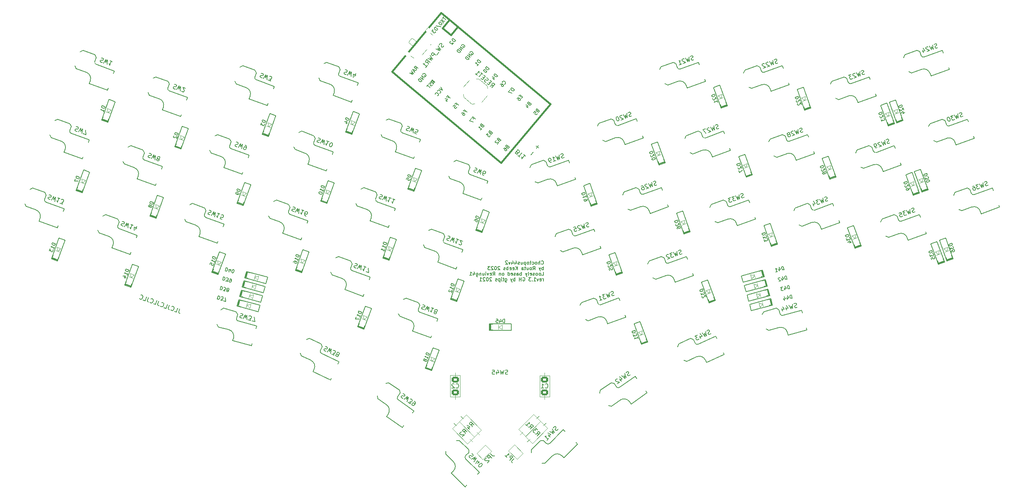
<source format=gbo>
G04 #@! TF.GenerationSoftware,KiCad,Pcbnew,(6.0.0)*
G04 #@! TF.CreationDate,2023-05-15T23:43:16+03:00*
G04 #@! TF.ProjectId,choctopus44,63686f63-746f-4707-9573-34342e6b6963,2.0*
G04 #@! TF.SameCoordinates,Original*
G04 #@! TF.FileFunction,Legend,Bot*
G04 #@! TF.FilePolarity,Positive*
%FSLAX46Y46*%
G04 Gerber Fmt 4.6, Leading zero omitted, Abs format (unit mm)*
G04 Created by KiCad (PCBNEW (6.0.0)) date 2023-05-15 23:43:16*
%MOMM*%
%LPD*%
G01*
G04 APERTURE LIST*
G04 Aperture macros list*
%AMRoundRect*
0 Rectangle with rounded corners*
0 $1 Rounding radius*
0 $2 $3 $4 $5 $6 $7 $8 $9 X,Y pos of 4 corners*
0 Add a 4 corners polygon primitive as box body*
4,1,4,$2,$3,$4,$5,$6,$7,$8,$9,$2,$3,0*
0 Add four circle primitives for the rounded corners*
1,1,$1+$1,$2,$3*
1,1,$1+$1,$4,$5*
1,1,$1+$1,$6,$7*
1,1,$1+$1,$8,$9*
0 Add four rect primitives between the rounded corners*
20,1,$1+$1,$2,$3,$4,$5,0*
20,1,$1+$1,$4,$5,$6,$7,0*
20,1,$1+$1,$6,$7,$8,$9,0*
20,1,$1+$1,$8,$9,$2,$3,0*%
%AMHorizOval*
0 Thick line with rounded ends*
0 $1 width*
0 $2 $3 position (X,Y) of the first rounded end (center of the circle)*
0 $4 $5 position (X,Y) of the second rounded end (center of the circle)*
0 Add line between two ends*
20,1,$1,$2,$3,$4,$5,0*
0 Add two circle primitives to create the rounded ends*
1,1,$1,$2,$3*
1,1,$1,$4,$5*%
%AMRotRect*
0 Rectangle, with rotation*
0 The origin of the aperture is its center*
0 $1 length*
0 $2 width*
0 $3 Rotation angle, in degrees counterclockwise*
0 Add horizontal line*
21,1,$1,$2,0,0,$3*%
%AMOutline5P*
0 Free polygon, 5 corners , with rotation*
0 The origin of the aperture is its center*
0 number of corners: always 5*
0 $1 to $10 corner X, Y*
0 $11 Rotation angle, in degrees counterclockwise*
0 create outline with 5 corners*
4,1,5,$1,$2,$3,$4,$5,$6,$7,$8,$9,$10,$1,$2,$11*%
%AMOutline6P*
0 Free polygon, 6 corners , with rotation*
0 The origin of the aperture is its center*
0 number of corners: always 6*
0 $1 to $12 corner X, Y*
0 $13 Rotation angle, in degrees counterclockwise*
0 create outline with 6 corners*
4,1,6,$1,$2,$3,$4,$5,$6,$7,$8,$9,$10,$11,$12,$1,$2,$13*%
%AMOutline7P*
0 Free polygon, 7 corners , with rotation*
0 The origin of the aperture is its center*
0 number of corners: always 7*
0 $1 to $14 corner X, Y*
0 $15 Rotation angle, in degrees counterclockwise*
0 create outline with 7 corners*
4,1,7,$1,$2,$3,$4,$5,$6,$7,$8,$9,$10,$11,$12,$13,$14,$1,$2,$15*%
%AMOutline8P*
0 Free polygon, 8 corners , with rotation*
0 The origin of the aperture is its center*
0 number of corners: always 8*
0 $1 to $16 corner X, Y*
0 $17 Rotation angle, in degrees counterclockwise*
0 create outline with 8 corners*
4,1,8,$1,$2,$3,$4,$5,$6,$7,$8,$9,$10,$11,$12,$13,$14,$15,$16,$1,$2,$17*%
%AMFreePoly0*
4,1,6,1.000000,0.000000,0.499999,-0.750000,-0.499999,-0.750000,-0.499999,0.750000,0.499999,0.750000,1.000000,0.000000,1.000000,0.000000,$1*%
%AMFreePoly1*
4,1,6,0.499999,-0.750000,-0.649999,-0.750000,-0.150000,0.000000,-0.649999,0.750000,0.499999,0.750000,0.499999,-0.750000,0.499999,-0.750000,$1*%
G04 Aperture macros list end*
%ADD10C,0.150000*%
%ADD11C,0.200000*%
%ADD12C,0.120000*%
%ADD13C,0.381000*%
%ADD14RotRect,1.752600X1.752600X320.000000*%
%ADD15C,1.752600*%
%ADD16C,5.000000*%
%ADD17C,1.701800*%
%ADD18C,3.000000*%
%ADD19C,3.429000*%
%ADD20RotRect,2.600000X2.600000X345.000000*%
%ADD21C,2.032000*%
%ADD22RotRect,2.600000X2.600000X335.000000*%
%ADD23RotRect,2.600000X2.600000X325.000000*%
%ADD24RotRect,2.600000X2.600000X35.000000*%
%ADD25RotRect,2.600000X2.600000X25.000000*%
%ADD26RotRect,2.600000X2.600000X45.000000*%
%ADD27RotRect,1.600000X1.200000X250.000000*%
%ADD28RotRect,1.600000X1.600000X250.000000*%
%ADD29C,1.600000*%
%ADD30RotRect,1.600000X1.600000X290.000000*%
%ADD31RotRect,1.600000X1.200000X290.000000*%
%ADD32RotRect,1.600000X1.600000X165.000000*%
%ADD33RotRect,1.600000X1.200000X165.000000*%
%ADD34RotRect,1.600000X1.600000X15.000000*%
%ADD35RotRect,1.600000X1.200000X15.000000*%
%ADD36RotRect,2.600000X2.600000X15.000000*%
%ADD37R,1.600000X1.200000*%
%ADD38R,1.600000X1.600000*%
%ADD39RotRect,2.600000X2.600000X315.000000*%
%ADD40C,1.350000*%
%ADD41HorizOval,1.350000X0.000000X0.000000X0.000000X0.000000X0*%
%ADD42RotRect,2.600000X2.600000X340.000000*%
%ADD43RotRect,2.600000X2.600000X20.000000*%
%ADD44Outline6P,-2.000000X2.000000X2.000000X2.000000X2.000000X-1.000000X1.000000X-2.000000X-1.000000X-2.000000X-2.000000X-1.000000X90.000000*%
%ADD45Outline6P,-2.000000X1.000000X-1.000000X2.000000X1.000000X2.000000X2.000000X1.000000X2.000000X-2.000000X-2.000000X-2.000000X90.000000*%
%ADD46C,3.987800*%
%ADD47O,1.600000X2.200000*%
%ADD48R,2.000000X3.500000*%
%ADD49C,2.286000*%
%ADD50C,2.000000*%
%ADD51RotRect,1.700000X1.000000X320.000000*%
%ADD52RotRect,1.000000X0.800000X50.000000*%
%ADD53C,0.900000*%
%ADD54RotRect,0.700000X1.500000X50.000000*%
%ADD55FreePoly0,45.000000*%
%ADD56FreePoly1,45.000000*%
%ADD57C,1.400000*%
%ADD58RoundRect,0.250001X-0.768977X-0.114905X-0.114905X-0.768977X0.768977X0.114905X0.114905X0.768977X0*%
%ADD59HorizOval,1.400000X0.000000X0.000000X0.000000X0.000000X0*%
%ADD60FreePoly0,135.000000*%
%ADD61FreePoly1,135.000000*%
%ADD62RoundRect,0.250001X-0.624999X0.462499X-0.624999X-0.462499X0.624999X-0.462499X0.624999X0.462499X0*%
%ADD63O,1.400000X1.400000*%
%ADD64RoundRect,0.250001X0.624999X-0.462499X0.624999X0.462499X-0.624999X0.462499X-0.624999X-0.462499X0*%
%ADD65RoundRect,0.250001X-0.114905X0.768977X-0.768977X0.114905X0.114905X-0.768977X0.768977X-0.114905X0*%
%ADD66HorizOval,1.400000X0.000000X0.000000X0.000000X0.000000X0*%
%ADD67RoundRect,0.250001X0.114905X-0.768977X0.768977X-0.114905X-0.114905X0.768977X-0.768977X0.114905X0*%
%ADD68HorizOval,1.400000X0.000000X0.000000X0.000000X0.000000X0*%
G04 APERTURE END LIST*
D10*
X154254880Y-101353714D02*
X154292976Y-101391809D01*
X154407261Y-101429904D01*
X154483452Y-101429904D01*
X154597738Y-101391809D01*
X154673928Y-101315619D01*
X154712023Y-101239428D01*
X154750119Y-101087047D01*
X154750119Y-100972761D01*
X154712023Y-100820380D01*
X154673928Y-100744190D01*
X154597738Y-100668000D01*
X154483452Y-100629904D01*
X154407261Y-100629904D01*
X154292976Y-100668000D01*
X154254880Y-100706095D01*
X153912023Y-101429904D02*
X153912023Y-100629904D01*
X153569166Y-101429904D02*
X153569166Y-101010857D01*
X153607261Y-100934666D01*
X153683452Y-100896571D01*
X153797738Y-100896571D01*
X153873928Y-100934666D01*
X153912023Y-100972761D01*
X153073928Y-101429904D02*
X153150119Y-101391809D01*
X153188214Y-101353714D01*
X153226309Y-101277523D01*
X153226309Y-101048952D01*
X153188214Y-100972761D01*
X153150119Y-100934666D01*
X153073928Y-100896571D01*
X152959642Y-100896571D01*
X152883452Y-100934666D01*
X152845357Y-100972761D01*
X152807261Y-101048952D01*
X152807261Y-101277523D01*
X152845357Y-101353714D01*
X152883452Y-101391809D01*
X152959642Y-101429904D01*
X153073928Y-101429904D01*
X152121547Y-101391809D02*
X152197738Y-101429904D01*
X152350119Y-101429904D01*
X152426309Y-101391809D01*
X152464404Y-101353714D01*
X152502500Y-101277523D01*
X152502500Y-101048952D01*
X152464404Y-100972761D01*
X152426309Y-100934666D01*
X152350119Y-100896571D01*
X152197738Y-100896571D01*
X152121547Y-100934666D01*
X151892976Y-100896571D02*
X151588214Y-100896571D01*
X151778690Y-100629904D02*
X151778690Y-101315619D01*
X151740595Y-101391809D01*
X151664404Y-101429904D01*
X151588214Y-101429904D01*
X151207261Y-101429904D02*
X151283452Y-101391809D01*
X151321547Y-101353714D01*
X151359642Y-101277523D01*
X151359642Y-101048952D01*
X151321547Y-100972761D01*
X151283452Y-100934666D01*
X151207261Y-100896571D01*
X151092976Y-100896571D01*
X151016785Y-100934666D01*
X150978690Y-100972761D01*
X150940595Y-101048952D01*
X150940595Y-101277523D01*
X150978690Y-101353714D01*
X151016785Y-101391809D01*
X151092976Y-101429904D01*
X151207261Y-101429904D01*
X150597738Y-100896571D02*
X150597738Y-101696571D01*
X150597738Y-100934666D02*
X150521547Y-100896571D01*
X150369166Y-100896571D01*
X150292976Y-100934666D01*
X150254880Y-100972761D01*
X150216785Y-101048952D01*
X150216785Y-101277523D01*
X150254880Y-101353714D01*
X150292976Y-101391809D01*
X150369166Y-101429904D01*
X150521547Y-101429904D01*
X150597738Y-101391809D01*
X149531071Y-100896571D02*
X149531071Y-101429904D01*
X149873928Y-100896571D02*
X149873928Y-101315619D01*
X149835833Y-101391809D01*
X149759642Y-101429904D01*
X149645357Y-101429904D01*
X149569166Y-101391809D01*
X149531071Y-101353714D01*
X149188214Y-101391809D02*
X149112023Y-101429904D01*
X148959642Y-101429904D01*
X148883452Y-101391809D01*
X148845357Y-101315619D01*
X148845357Y-101277523D01*
X148883452Y-101201333D01*
X148959642Y-101163238D01*
X149073928Y-101163238D01*
X149150119Y-101125142D01*
X149188214Y-101048952D01*
X149188214Y-101010857D01*
X149150119Y-100934666D01*
X149073928Y-100896571D01*
X148959642Y-100896571D01*
X148883452Y-100934666D01*
X148159642Y-100896571D02*
X148159642Y-101429904D01*
X148350119Y-100591809D02*
X148540595Y-101163238D01*
X148045357Y-101163238D01*
X147397738Y-100896571D02*
X147397738Y-101429904D01*
X147588214Y-100591809D02*
X147778690Y-101163238D01*
X147283452Y-101163238D01*
X147054880Y-100896571D02*
X146864404Y-101429904D01*
X146673928Y-100896571D01*
X146407261Y-100706095D02*
X146369166Y-100668000D01*
X146292976Y-100629904D01*
X146102500Y-100629904D01*
X146026309Y-100668000D01*
X145988214Y-100706095D01*
X145950119Y-100782285D01*
X145950119Y-100858476D01*
X145988214Y-100972761D01*
X146445357Y-101429904D01*
X145950119Y-101429904D01*
X154712023Y-102717904D02*
X154712023Y-101917904D01*
X154712023Y-102222666D02*
X154635833Y-102184571D01*
X154483452Y-102184571D01*
X154407261Y-102222666D01*
X154369166Y-102260761D01*
X154331071Y-102336952D01*
X154331071Y-102565523D01*
X154369166Y-102641714D01*
X154407261Y-102679809D01*
X154483452Y-102717904D01*
X154635833Y-102717904D01*
X154712023Y-102679809D01*
X154064404Y-102184571D02*
X153873928Y-102717904D01*
X153683452Y-102184571D02*
X153873928Y-102717904D01*
X153950119Y-102908380D01*
X153988214Y-102946476D01*
X154064404Y-102984571D01*
X152312023Y-102717904D02*
X152578690Y-102336952D01*
X152769166Y-102717904D02*
X152769166Y-101917904D01*
X152464404Y-101917904D01*
X152388214Y-101956000D01*
X152350119Y-101994095D01*
X152312023Y-102070285D01*
X152312023Y-102184571D01*
X152350119Y-102260761D01*
X152388214Y-102298857D01*
X152464404Y-102336952D01*
X152769166Y-102336952D01*
X151854880Y-102717904D02*
X151931071Y-102679809D01*
X151969166Y-102641714D01*
X152007261Y-102565523D01*
X152007261Y-102336952D01*
X151969166Y-102260761D01*
X151931071Y-102222666D01*
X151854880Y-102184571D01*
X151740595Y-102184571D01*
X151664404Y-102222666D01*
X151626309Y-102260761D01*
X151588214Y-102336952D01*
X151588214Y-102565523D01*
X151626309Y-102641714D01*
X151664404Y-102679809D01*
X151740595Y-102717904D01*
X151854880Y-102717904D01*
X150902500Y-102184571D02*
X150902500Y-102717904D01*
X151245357Y-102184571D02*
X151245357Y-102603619D01*
X151207261Y-102679809D01*
X151131071Y-102717904D01*
X151016785Y-102717904D01*
X150940595Y-102679809D01*
X150902500Y-102641714D01*
X150635833Y-102184571D02*
X150331071Y-102184571D01*
X150521547Y-101917904D02*
X150521547Y-102603619D01*
X150483452Y-102679809D01*
X150407261Y-102717904D01*
X150331071Y-102717904D01*
X149721547Y-102717904D02*
X149721547Y-102298857D01*
X149759642Y-102222666D01*
X149835833Y-102184571D01*
X149988214Y-102184571D01*
X150064404Y-102222666D01*
X149721547Y-102679809D02*
X149797738Y-102717904D01*
X149988214Y-102717904D01*
X150064404Y-102679809D01*
X150102500Y-102603619D01*
X150102500Y-102527428D01*
X150064404Y-102451238D01*
X149988214Y-102413142D01*
X149797738Y-102413142D01*
X149721547Y-102375047D01*
X148731071Y-102717904D02*
X148731071Y-101917904D01*
X148273928Y-102717904D02*
X148616785Y-102260761D01*
X148273928Y-101917904D02*
X148731071Y-102375047D01*
X147626309Y-102679809D02*
X147702500Y-102717904D01*
X147854880Y-102717904D01*
X147931071Y-102679809D01*
X147969166Y-102603619D01*
X147969166Y-102298857D01*
X147931071Y-102222666D01*
X147854880Y-102184571D01*
X147702500Y-102184571D01*
X147626309Y-102222666D01*
X147588214Y-102298857D01*
X147588214Y-102375047D01*
X147969166Y-102451238D01*
X146940595Y-102679809D02*
X147016785Y-102717904D01*
X147169166Y-102717904D01*
X147245357Y-102679809D01*
X147283452Y-102603619D01*
X147283452Y-102298857D01*
X147245357Y-102222666D01*
X147169166Y-102184571D01*
X147016785Y-102184571D01*
X146940595Y-102222666D01*
X146902500Y-102298857D01*
X146902500Y-102375047D01*
X147283452Y-102451238D01*
X146559642Y-102717904D02*
X146559642Y-101917904D01*
X146559642Y-102222666D02*
X146483452Y-102184571D01*
X146331071Y-102184571D01*
X146254880Y-102222666D01*
X146216785Y-102260761D01*
X146178690Y-102336952D01*
X146178690Y-102565523D01*
X146216785Y-102641714D01*
X146254880Y-102679809D01*
X146331071Y-102717904D01*
X146483452Y-102717904D01*
X146559642Y-102679809D01*
X145873928Y-102679809D02*
X145797738Y-102717904D01*
X145645357Y-102717904D01*
X145569166Y-102679809D01*
X145531071Y-102603619D01*
X145531071Y-102565523D01*
X145569166Y-102489333D01*
X145645357Y-102451238D01*
X145759642Y-102451238D01*
X145835833Y-102413142D01*
X145873928Y-102336952D01*
X145873928Y-102298857D01*
X145835833Y-102222666D01*
X145759642Y-102184571D01*
X145645357Y-102184571D01*
X145569166Y-102222666D01*
X144616785Y-101994095D02*
X144578690Y-101956000D01*
X144502500Y-101917904D01*
X144312023Y-101917904D01*
X144235833Y-101956000D01*
X144197738Y-101994095D01*
X144159642Y-102070285D01*
X144159642Y-102146476D01*
X144197738Y-102260761D01*
X144654880Y-102717904D01*
X144159642Y-102717904D01*
X143664404Y-101917904D02*
X143588214Y-101917904D01*
X143512023Y-101956000D01*
X143473928Y-101994095D01*
X143435833Y-102070285D01*
X143397738Y-102222666D01*
X143397738Y-102413142D01*
X143435833Y-102565523D01*
X143473928Y-102641714D01*
X143512023Y-102679809D01*
X143588214Y-102717904D01*
X143664404Y-102717904D01*
X143740595Y-102679809D01*
X143778690Y-102641714D01*
X143816785Y-102565523D01*
X143854880Y-102413142D01*
X143854880Y-102222666D01*
X143816785Y-102070285D01*
X143778690Y-101994095D01*
X143740595Y-101956000D01*
X143664404Y-101917904D01*
X143092976Y-101994095D02*
X143054880Y-101956000D01*
X142978690Y-101917904D01*
X142788214Y-101917904D01*
X142712023Y-101956000D01*
X142673928Y-101994095D01*
X142635833Y-102070285D01*
X142635833Y-102146476D01*
X142673928Y-102260761D01*
X143131071Y-102717904D01*
X142635833Y-102717904D01*
X142369166Y-101917904D02*
X141873928Y-101917904D01*
X142140595Y-102222666D01*
X142026309Y-102222666D01*
X141950119Y-102260761D01*
X141912023Y-102298857D01*
X141873928Y-102375047D01*
X141873928Y-102565523D01*
X141912023Y-102641714D01*
X141950119Y-102679809D01*
X142026309Y-102717904D01*
X142254880Y-102717904D01*
X142331071Y-102679809D01*
X142369166Y-102641714D01*
X154331071Y-104005904D02*
X154712023Y-104005904D01*
X154712023Y-103205904D01*
X153950119Y-104005904D02*
X154026309Y-103967809D01*
X154064404Y-103929714D01*
X154102500Y-103853523D01*
X154102500Y-103624952D01*
X154064404Y-103548761D01*
X154026309Y-103510666D01*
X153950119Y-103472571D01*
X153835833Y-103472571D01*
X153759642Y-103510666D01*
X153721547Y-103548761D01*
X153683452Y-103624952D01*
X153683452Y-103853523D01*
X153721547Y-103929714D01*
X153759642Y-103967809D01*
X153835833Y-104005904D01*
X153950119Y-104005904D01*
X153226309Y-104005904D02*
X153302500Y-103967809D01*
X153340595Y-103929714D01*
X153378690Y-103853523D01*
X153378690Y-103624952D01*
X153340595Y-103548761D01*
X153302500Y-103510666D01*
X153226309Y-103472571D01*
X153112023Y-103472571D01*
X153035833Y-103510666D01*
X152997738Y-103548761D01*
X152959642Y-103624952D01*
X152959642Y-103853523D01*
X152997738Y-103929714D01*
X153035833Y-103967809D01*
X153112023Y-104005904D01*
X153226309Y-104005904D01*
X152654880Y-103967809D02*
X152578690Y-104005904D01*
X152426309Y-104005904D01*
X152350119Y-103967809D01*
X152312023Y-103891619D01*
X152312023Y-103853523D01*
X152350119Y-103777333D01*
X152426309Y-103739238D01*
X152540595Y-103739238D01*
X152616785Y-103701142D01*
X152654880Y-103624952D01*
X152654880Y-103586857D01*
X152616785Y-103510666D01*
X152540595Y-103472571D01*
X152426309Y-103472571D01*
X152350119Y-103510666D01*
X151664404Y-103967809D02*
X151740595Y-104005904D01*
X151892976Y-104005904D01*
X151969166Y-103967809D01*
X152007261Y-103891619D01*
X152007261Y-103586857D01*
X151969166Y-103510666D01*
X151892976Y-103472571D01*
X151740595Y-103472571D01*
X151664404Y-103510666D01*
X151626309Y-103586857D01*
X151626309Y-103663047D01*
X152007261Y-103739238D01*
X151169166Y-104005904D02*
X151245357Y-103967809D01*
X151283452Y-103891619D01*
X151283452Y-103205904D01*
X150940595Y-103472571D02*
X150750119Y-104005904D01*
X150559642Y-103472571D02*
X150750119Y-104005904D01*
X150826309Y-104196380D01*
X150864404Y-104234476D01*
X150940595Y-104272571D01*
X149645357Y-104005904D02*
X149645357Y-103205904D01*
X149645357Y-103510666D02*
X149569166Y-103472571D01*
X149416785Y-103472571D01*
X149340595Y-103510666D01*
X149302500Y-103548761D01*
X149264404Y-103624952D01*
X149264404Y-103853523D01*
X149302500Y-103929714D01*
X149340595Y-103967809D01*
X149416785Y-104005904D01*
X149569166Y-104005904D01*
X149645357Y-103967809D01*
X148578690Y-104005904D02*
X148578690Y-103586857D01*
X148616785Y-103510666D01*
X148692976Y-103472571D01*
X148845357Y-103472571D01*
X148921547Y-103510666D01*
X148578690Y-103967809D02*
X148654880Y-104005904D01*
X148845357Y-104005904D01*
X148921547Y-103967809D01*
X148959642Y-103891619D01*
X148959642Y-103815428D01*
X148921547Y-103739238D01*
X148845357Y-103701142D01*
X148654880Y-103701142D01*
X148578690Y-103663047D01*
X148235833Y-103967809D02*
X148159642Y-104005904D01*
X148007261Y-104005904D01*
X147931071Y-103967809D01*
X147892976Y-103891619D01*
X147892976Y-103853523D01*
X147931071Y-103777333D01*
X148007261Y-103739238D01*
X148121547Y-103739238D01*
X148197738Y-103701142D01*
X148235833Y-103624952D01*
X148235833Y-103586857D01*
X148197738Y-103510666D01*
X148121547Y-103472571D01*
X148007261Y-103472571D01*
X147931071Y-103510666D01*
X147245357Y-103967809D02*
X147321547Y-104005904D01*
X147473928Y-104005904D01*
X147550119Y-103967809D01*
X147588214Y-103891619D01*
X147588214Y-103586857D01*
X147550119Y-103510666D01*
X147473928Y-103472571D01*
X147321547Y-103472571D01*
X147245357Y-103510666D01*
X147207261Y-103586857D01*
X147207261Y-103663047D01*
X147588214Y-103739238D01*
X146521547Y-104005904D02*
X146521547Y-103205904D01*
X146521547Y-103967809D02*
X146597738Y-104005904D01*
X146750119Y-104005904D01*
X146826309Y-103967809D01*
X146864404Y-103929714D01*
X146902500Y-103853523D01*
X146902500Y-103624952D01*
X146864404Y-103548761D01*
X146826309Y-103510666D01*
X146750119Y-103472571D01*
X146597738Y-103472571D01*
X146521547Y-103510666D01*
X145416785Y-104005904D02*
X145492976Y-103967809D01*
X145531071Y-103929714D01*
X145569166Y-103853523D01*
X145569166Y-103624952D01*
X145531071Y-103548761D01*
X145492976Y-103510666D01*
X145416785Y-103472571D01*
X145302500Y-103472571D01*
X145226309Y-103510666D01*
X145188214Y-103548761D01*
X145150119Y-103624952D01*
X145150119Y-103853523D01*
X145188214Y-103929714D01*
X145226309Y-103967809D01*
X145302500Y-104005904D01*
X145416785Y-104005904D01*
X144807261Y-103472571D02*
X144807261Y-104005904D01*
X144807261Y-103548761D02*
X144769166Y-103510666D01*
X144692976Y-103472571D01*
X144578690Y-103472571D01*
X144502500Y-103510666D01*
X144464404Y-103586857D01*
X144464404Y-104005904D01*
X143016785Y-104005904D02*
X143283452Y-103624952D01*
X143473928Y-104005904D02*
X143473928Y-103205904D01*
X143169166Y-103205904D01*
X143092976Y-103244000D01*
X143054880Y-103282095D01*
X143016785Y-103358285D01*
X143016785Y-103472571D01*
X143054880Y-103548761D01*
X143092976Y-103586857D01*
X143169166Y-103624952D01*
X143473928Y-103624952D01*
X142369166Y-103967809D02*
X142445357Y-104005904D01*
X142597738Y-104005904D01*
X142673928Y-103967809D01*
X142712023Y-103891619D01*
X142712023Y-103586857D01*
X142673928Y-103510666D01*
X142597738Y-103472571D01*
X142445357Y-103472571D01*
X142369166Y-103510666D01*
X142331071Y-103586857D01*
X142331071Y-103663047D01*
X142712023Y-103739238D01*
X142064404Y-103472571D02*
X141873928Y-104005904D01*
X141683452Y-103472571D01*
X141378690Y-104005904D02*
X141378690Y-103472571D01*
X141378690Y-103205904D02*
X141416785Y-103244000D01*
X141378690Y-103282095D01*
X141340595Y-103244000D01*
X141378690Y-103205904D01*
X141378690Y-103282095D01*
X140654880Y-103472571D02*
X140654880Y-104005904D01*
X140997738Y-103472571D02*
X140997738Y-103891619D01*
X140959642Y-103967809D01*
X140883452Y-104005904D01*
X140769166Y-104005904D01*
X140692976Y-103967809D01*
X140654880Y-103929714D01*
X140273928Y-103472571D02*
X140273928Y-104005904D01*
X140273928Y-103548761D02*
X140235833Y-103510666D01*
X140159642Y-103472571D01*
X140045357Y-103472571D01*
X139969166Y-103510666D01*
X139931071Y-103586857D01*
X139931071Y-104005904D01*
X139207261Y-103472571D02*
X139207261Y-104120190D01*
X139245357Y-104196380D01*
X139283452Y-104234476D01*
X139359642Y-104272571D01*
X139473928Y-104272571D01*
X139550119Y-104234476D01*
X139207261Y-103967809D02*
X139283452Y-104005904D01*
X139435833Y-104005904D01*
X139512023Y-103967809D01*
X139550119Y-103929714D01*
X139588214Y-103853523D01*
X139588214Y-103624952D01*
X139550119Y-103548761D01*
X139512023Y-103510666D01*
X139435833Y-103472571D01*
X139283452Y-103472571D01*
X139207261Y-103510666D01*
X138483452Y-103472571D02*
X138483452Y-104005904D01*
X138673928Y-103167809D02*
X138864404Y-103739238D01*
X138369166Y-103739238D01*
X137645357Y-104005904D02*
X138102500Y-104005904D01*
X137873928Y-104005904D02*
X137873928Y-103205904D01*
X137950119Y-103320190D01*
X138026309Y-103396380D01*
X138102500Y-103434476D01*
X154712023Y-105293904D02*
X154712023Y-104760571D01*
X154712023Y-104912952D02*
X154673928Y-104836761D01*
X154635833Y-104798666D01*
X154559642Y-104760571D01*
X154483452Y-104760571D01*
X153912023Y-105255809D02*
X153988214Y-105293904D01*
X154140595Y-105293904D01*
X154216785Y-105255809D01*
X154254880Y-105179619D01*
X154254880Y-104874857D01*
X154216785Y-104798666D01*
X154140595Y-104760571D01*
X153988214Y-104760571D01*
X153912023Y-104798666D01*
X153873928Y-104874857D01*
X153873928Y-104951047D01*
X154254880Y-105027238D01*
X153607261Y-104760571D02*
X153416785Y-105293904D01*
X153226309Y-104760571D01*
X152502500Y-105293904D02*
X152959642Y-105293904D01*
X152731071Y-105293904D02*
X152731071Y-104493904D01*
X152807261Y-104608190D01*
X152883452Y-104684380D01*
X152959642Y-104722476D01*
X152159642Y-105217714D02*
X152121547Y-105255809D01*
X152159642Y-105293904D01*
X152197738Y-105255809D01*
X152159642Y-105217714D01*
X152159642Y-105293904D01*
X151854880Y-104493904D02*
X151359642Y-104493904D01*
X151626309Y-104798666D01*
X151512023Y-104798666D01*
X151435833Y-104836761D01*
X151397738Y-104874857D01*
X151359642Y-104951047D01*
X151359642Y-105141523D01*
X151397738Y-105217714D01*
X151435833Y-105255809D01*
X151512023Y-105293904D01*
X151740595Y-105293904D01*
X151816785Y-105255809D01*
X151854880Y-105217714D01*
X149988214Y-104532000D02*
X150064404Y-104493904D01*
X150178690Y-104493904D01*
X150292976Y-104532000D01*
X150369166Y-104608190D01*
X150407261Y-104684380D01*
X150445357Y-104836761D01*
X150445357Y-104951047D01*
X150407261Y-105103428D01*
X150369166Y-105179619D01*
X150292976Y-105255809D01*
X150178690Y-105293904D01*
X150102500Y-105293904D01*
X149988214Y-105255809D01*
X149950119Y-105217714D01*
X149950119Y-104951047D01*
X150102500Y-104951047D01*
X149607261Y-105293904D02*
X149607261Y-104493904D01*
X149607261Y-104874857D02*
X149150119Y-104874857D01*
X149150119Y-105293904D02*
X149150119Y-104493904D01*
X148159642Y-105293904D02*
X148159642Y-104493904D01*
X148159642Y-104798666D02*
X148083452Y-104760571D01*
X147931071Y-104760571D01*
X147854880Y-104798666D01*
X147816785Y-104836761D01*
X147778690Y-104912952D01*
X147778690Y-105141523D01*
X147816785Y-105217714D01*
X147854880Y-105255809D01*
X147931071Y-105293904D01*
X148083452Y-105293904D01*
X148159642Y-105255809D01*
X147512023Y-104760571D02*
X147321547Y-105293904D01*
X147131071Y-104760571D02*
X147321547Y-105293904D01*
X147397738Y-105484380D01*
X147435833Y-105522476D01*
X147512023Y-105560571D01*
X145873928Y-104760571D02*
X145873928Y-105408190D01*
X145912023Y-105484380D01*
X145950119Y-105522476D01*
X146026309Y-105560571D01*
X146140595Y-105560571D01*
X146216785Y-105522476D01*
X145873928Y-105255809D02*
X145950119Y-105293904D01*
X146102500Y-105293904D01*
X146178690Y-105255809D01*
X146216785Y-105217714D01*
X146254880Y-105141523D01*
X146254880Y-104912952D01*
X146216785Y-104836761D01*
X146178690Y-104798666D01*
X146102500Y-104760571D01*
X145950119Y-104760571D01*
X145873928Y-104798666D01*
X145607261Y-104760571D02*
X145302500Y-104760571D01*
X145492976Y-104493904D02*
X145492976Y-105179619D01*
X145454880Y-105255809D01*
X145378690Y-105293904D01*
X145302500Y-105293904D01*
X145035833Y-105293904D02*
X145035833Y-104760571D01*
X145035833Y-104493904D02*
X145073928Y-104532000D01*
X145035833Y-104570095D01*
X144997738Y-104532000D01*
X145035833Y-104493904D01*
X145035833Y-104570095D01*
X144654880Y-104760571D02*
X144654880Y-105560571D01*
X144654880Y-104798666D02*
X144578690Y-104760571D01*
X144426309Y-104760571D01*
X144350119Y-104798666D01*
X144312023Y-104836761D01*
X144273928Y-104912952D01*
X144273928Y-105141523D01*
X144312023Y-105217714D01*
X144350119Y-105255809D01*
X144426309Y-105293904D01*
X144578690Y-105293904D01*
X144654880Y-105255809D01*
X143969166Y-105255809D02*
X143892976Y-105293904D01*
X143740595Y-105293904D01*
X143664404Y-105255809D01*
X143626309Y-105179619D01*
X143626309Y-105141523D01*
X143664404Y-105065333D01*
X143740595Y-105027238D01*
X143854880Y-105027238D01*
X143931071Y-104989142D01*
X143969166Y-104912952D01*
X143969166Y-104874857D01*
X143931071Y-104798666D01*
X143854880Y-104760571D01*
X143740595Y-104760571D01*
X143664404Y-104798666D01*
X142712023Y-104570095D02*
X142673928Y-104532000D01*
X142597738Y-104493904D01*
X142407261Y-104493904D01*
X142331071Y-104532000D01*
X142292976Y-104570095D01*
X142254880Y-104646285D01*
X142254880Y-104722476D01*
X142292976Y-104836761D01*
X142750119Y-105293904D01*
X142254880Y-105293904D01*
X141759642Y-104493904D02*
X141683452Y-104493904D01*
X141607261Y-104532000D01*
X141569166Y-104570095D01*
X141531071Y-104646285D01*
X141492976Y-104798666D01*
X141492976Y-104989142D01*
X141531071Y-105141523D01*
X141569166Y-105217714D01*
X141607261Y-105255809D01*
X141683452Y-105293904D01*
X141759642Y-105293904D01*
X141835833Y-105255809D01*
X141873928Y-105217714D01*
X141912023Y-105141523D01*
X141950119Y-104989142D01*
X141950119Y-104798666D01*
X141912023Y-104646285D01*
X141873928Y-104570095D01*
X141835833Y-104532000D01*
X141759642Y-104493904D01*
X141188214Y-104570095D02*
X141150119Y-104532000D01*
X141073928Y-104493904D01*
X140883452Y-104493904D01*
X140807261Y-104532000D01*
X140769166Y-104570095D01*
X140731071Y-104646285D01*
X140731071Y-104722476D01*
X140769166Y-104836761D01*
X141226309Y-105293904D01*
X140731071Y-105293904D01*
X139969166Y-105293904D02*
X140426309Y-105293904D01*
X140197738Y-105293904D02*
X140197738Y-104493904D01*
X140273928Y-104608190D01*
X140350119Y-104684380D01*
X140426309Y-104722476D01*
D11*
X70527781Y-111765213D02*
X70283481Y-112436422D01*
X70279368Y-112586951D01*
X70336290Y-112709019D01*
X70454245Y-112802626D01*
X70543739Y-112835199D01*
X69290816Y-112379172D02*
X69738288Y-112542039D01*
X70080309Y-111602347D01*
X68473191Y-111980231D02*
X68501652Y-112041265D01*
X68619607Y-112134872D01*
X68709101Y-112167446D01*
X68859630Y-112171558D01*
X68981698Y-112114637D01*
X69059018Y-112041429D01*
X69168912Y-111878727D01*
X69217772Y-111744485D01*
X69238172Y-111549209D01*
X69225998Y-111443428D01*
X69169077Y-111321360D01*
X69051121Y-111227753D01*
X68961627Y-111195180D01*
X68811098Y-111191067D01*
X68750064Y-111219528D01*
X68111429Y-110885733D02*
X67867129Y-111556942D01*
X67863016Y-111707470D01*
X67919937Y-111829538D01*
X68037892Y-111923146D01*
X68127387Y-111955719D01*
X66874463Y-111499692D02*
X67321936Y-111662559D01*
X67663956Y-110722866D01*
X66056839Y-111100751D02*
X66085299Y-111161785D01*
X66203254Y-111255392D01*
X66292749Y-111287965D01*
X66443277Y-111292078D01*
X66565345Y-111235157D01*
X66642666Y-111161949D01*
X66752560Y-110999247D01*
X66801420Y-110865005D01*
X66821819Y-110669729D01*
X66809645Y-110563948D01*
X66752724Y-110441880D01*
X66634769Y-110348273D01*
X66545274Y-110315699D01*
X66394746Y-110311587D01*
X66333712Y-110340047D01*
X65695076Y-110006253D02*
X65450776Y-110677462D01*
X65446663Y-110827990D01*
X65503585Y-110950058D01*
X65621540Y-111043665D01*
X65711034Y-111076239D01*
X64458111Y-110620212D02*
X64905583Y-110783078D01*
X65247604Y-109843386D01*
X63640486Y-110221270D02*
X63668947Y-110282304D01*
X63786902Y-110375912D01*
X63876396Y-110408485D01*
X64026925Y-110412598D01*
X64148993Y-110355676D01*
X64226313Y-110282469D01*
X64336207Y-110119766D01*
X64385067Y-109985524D01*
X64405467Y-109790249D01*
X64393293Y-109684467D01*
X64336372Y-109562400D01*
X64218416Y-109468792D01*
X64128922Y-109436219D01*
X63978393Y-109432106D01*
X63917360Y-109460567D01*
X63278724Y-109126772D02*
X63034424Y-109797981D01*
X63030311Y-109948510D01*
X63087232Y-110070578D01*
X63205187Y-110164185D01*
X63294682Y-110196758D01*
X62041758Y-109740731D02*
X62489231Y-109903598D01*
X62831251Y-108963905D01*
X61224134Y-109341790D02*
X61252594Y-109402824D01*
X61370549Y-109496431D01*
X61460044Y-109529005D01*
X61610572Y-109533117D01*
X61732640Y-109476196D01*
X61809961Y-109402988D01*
X61919855Y-109240286D01*
X61968715Y-109106044D01*
X61989114Y-108910768D01*
X61976940Y-108804987D01*
X61920019Y-108682919D01*
X61802064Y-108589312D01*
X61712569Y-108556739D01*
X61562041Y-108552626D01*
X61501007Y-108581086D01*
D10*
X148737769Y-75503156D02*
X148877813Y-75558504D01*
X148944900Y-75552635D01*
X149042596Y-75510287D01*
X149134423Y-75400852D01*
X149159163Y-75297287D01*
X149153293Y-75230199D01*
X149110946Y-75132503D01*
X148819119Y-74887632D01*
X148176332Y-75653676D01*
X148431680Y-75867939D01*
X148535245Y-75892678D01*
X148602332Y-75886809D01*
X148700029Y-75844461D01*
X148761247Y-75771505D01*
X148785986Y-75667939D01*
X148780117Y-75600852D01*
X148737769Y-75503156D01*
X148482421Y-75288893D01*
X148832941Y-76204637D02*
X149270681Y-76571944D01*
X149694599Y-75622246D02*
X149051811Y-76388290D01*
X150570078Y-76356860D02*
X150132338Y-75989553D01*
X150351208Y-76173207D02*
X149708420Y-76939251D01*
X149727291Y-76768599D01*
X149715552Y-76634424D01*
X149673204Y-76536728D01*
X153085986Y-74499399D02*
X153575729Y-73915746D01*
X153039031Y-73962701D02*
X153622683Y-74452444D01*
X146469523Y-126904761D02*
X146326666Y-126952380D01*
X146088571Y-126952380D01*
X145993333Y-126904761D01*
X145945714Y-126857142D01*
X145898095Y-126761904D01*
X145898095Y-126666666D01*
X145945714Y-126571428D01*
X145993333Y-126523809D01*
X146088571Y-126476190D01*
X146279047Y-126428571D01*
X146374285Y-126380952D01*
X146421904Y-126333333D01*
X146469523Y-126238095D01*
X146469523Y-126142857D01*
X146421904Y-126047619D01*
X146374285Y-126000000D01*
X146279047Y-125952380D01*
X146040952Y-125952380D01*
X145898095Y-126000000D01*
X145564761Y-125952380D02*
X145326666Y-126952380D01*
X145136190Y-126238095D01*
X144945714Y-126952380D01*
X144707619Y-125952380D01*
X143898095Y-126285714D02*
X143898095Y-126952380D01*
X144136190Y-125904761D02*
X144374285Y-126619047D01*
X143755238Y-126619047D01*
X142898095Y-125952380D02*
X143374285Y-125952380D01*
X143421904Y-126428571D01*
X143374285Y-126380952D01*
X143279047Y-126333333D01*
X143040952Y-126333333D01*
X142945714Y-126380952D01*
X142898095Y-126428571D01*
X142850476Y-126523809D01*
X142850476Y-126761904D01*
X142898095Y-126857142D01*
X142945714Y-126904761D01*
X143040952Y-126952380D01*
X143279047Y-126952380D01*
X143374285Y-126904761D01*
X143421904Y-126857142D01*
X151885986Y-75999399D02*
X152375729Y-75415746D01*
X84618646Y-112864289D02*
X84768960Y-112855267D01*
X84998942Y-112916891D01*
X85078610Y-112987536D01*
X85112282Y-113045858D01*
X85133629Y-113150175D01*
X85108980Y-113242168D01*
X85038334Y-113321836D01*
X84980013Y-113355508D01*
X84875695Y-113376855D01*
X84679385Y-113373553D01*
X84575067Y-113394900D01*
X84516746Y-113428572D01*
X84446100Y-113508240D01*
X84421450Y-113600233D01*
X84442797Y-113704550D01*
X84476469Y-113762872D01*
X84556137Y-113833518D01*
X84786120Y-113895141D01*
X84936434Y-113886119D01*
X85246084Y-114018388D02*
X85734886Y-113114086D01*
X85734001Y-113853332D01*
X86102857Y-113212684D01*
X86074021Y-114240233D01*
X86350000Y-114314181D02*
X86947954Y-114474403D01*
X86724576Y-114020158D01*
X86862566Y-114057132D01*
X86966883Y-114035785D01*
X87025204Y-114002113D01*
X87095850Y-113922445D01*
X87157474Y-113692463D01*
X87136127Y-113588145D01*
X87102455Y-113529824D01*
X87022787Y-113459178D01*
X86746808Y-113385230D01*
X86642490Y-113406577D01*
X86584169Y-113440249D01*
X87269929Y-114560676D02*
X87913880Y-114733222D01*
X87758730Y-113656374D01*
X104237297Y-120506386D02*
X104386894Y-120523602D01*
X104602682Y-120624226D01*
X104668872Y-120707633D01*
X104691905Y-120770915D01*
X104694813Y-120877355D01*
X104654564Y-120963670D01*
X104571157Y-121029860D01*
X104507874Y-121052893D01*
X104401435Y-121055801D01*
X104208680Y-121018460D01*
X104102240Y-121021368D01*
X104038958Y-121044401D01*
X103955551Y-121110591D01*
X103915302Y-121196906D01*
X103918210Y-121303346D01*
X103941243Y-121366628D01*
X104007433Y-121450035D01*
X104223221Y-121550658D01*
X104372818Y-121567875D01*
X104654796Y-121751905D02*
X105293202Y-120946221D01*
X105163962Y-121674082D01*
X105638462Y-121107218D01*
X105431631Y-122114149D01*
X105690576Y-122234897D02*
X106251624Y-122496518D01*
X106110519Y-122010385D01*
X106239991Y-122070759D01*
X106346431Y-122067851D01*
X106409713Y-122044818D01*
X106493120Y-121978628D01*
X106593743Y-121762840D01*
X106590835Y-121656401D01*
X106567802Y-121593118D01*
X106501612Y-121509712D01*
X106242667Y-121388964D01*
X106136227Y-121391872D01*
X106072945Y-121414905D01*
X106950636Y-122349597D02*
X106844197Y-122352505D01*
X106780914Y-122375538D01*
X106697507Y-122441728D01*
X106677383Y-122484886D01*
X106680291Y-122591325D01*
X106703324Y-122654607D01*
X106769514Y-122738014D01*
X106942144Y-122818513D01*
X107048584Y-122815605D01*
X107111866Y-122792572D01*
X107195273Y-122726382D01*
X107215398Y-122683224D01*
X107212489Y-122576784D01*
X107189457Y-122513502D01*
X107123266Y-122430095D01*
X106950636Y-122349597D01*
X106884446Y-122266190D01*
X106861413Y-122202908D01*
X106858505Y-122096468D01*
X106939004Y-121923838D01*
X107022410Y-121857647D01*
X107085693Y-121834615D01*
X107192132Y-121831706D01*
X107364762Y-121912205D01*
X107430953Y-121995612D01*
X107453986Y-122058894D01*
X107456894Y-122165334D01*
X107376395Y-122337964D01*
X107292988Y-122404154D01*
X107229706Y-122427187D01*
X107123266Y-122430095D01*
X122245547Y-131446890D02*
X122389882Y-131489822D01*
X122584918Y-131626388D01*
X122635620Y-131720021D01*
X122647314Y-131786342D01*
X122631695Y-131891669D01*
X122577068Y-131969684D01*
X122483435Y-132020385D01*
X122417114Y-132032079D01*
X122311787Y-132016460D01*
X122128445Y-131946215D01*
X122023117Y-131930596D01*
X121956797Y-131942290D01*
X121863163Y-131992991D01*
X121808537Y-132071006D01*
X121792918Y-132176333D01*
X121804612Y-132242654D01*
X121855313Y-132336287D01*
X122050349Y-132472853D01*
X122194684Y-132515785D01*
X122440422Y-132745985D02*
X123209034Y-132063398D01*
X122955366Y-132757760D01*
X123521092Y-132281904D01*
X123142552Y-133237622D01*
X123376595Y-133401501D02*
X123883689Y-133756572D01*
X123829144Y-133253322D01*
X123946166Y-133335261D01*
X124051493Y-133350880D01*
X124117814Y-133339186D01*
X124211447Y-133288485D01*
X124348013Y-133093449D01*
X124363632Y-132988121D01*
X124351938Y-132921801D01*
X124301237Y-132828167D01*
X124067193Y-132664288D01*
X123961866Y-132648669D01*
X123895545Y-132660363D01*
X124847338Y-133210551D02*
X125003367Y-133319804D01*
X125054069Y-133413438D01*
X125065763Y-133479758D01*
X125061838Y-133651406D01*
X124991592Y-133834748D01*
X124773087Y-134146806D01*
X124679453Y-134197507D01*
X124613133Y-134209201D01*
X124507805Y-134193582D01*
X124351776Y-134084330D01*
X124301075Y-133990696D01*
X124289381Y-133924376D01*
X124305000Y-133819048D01*
X124441566Y-133624012D01*
X124535199Y-133573311D01*
X124601520Y-133561616D01*
X124706847Y-133577236D01*
X124862876Y-133686488D01*
X124913578Y-133780122D01*
X124925272Y-133846442D01*
X124909653Y-133951770D01*
X174813871Y-127011981D02*
X174724162Y-127132928D01*
X174529126Y-127269493D01*
X174423798Y-127285112D01*
X174357478Y-127273418D01*
X174263844Y-127222717D01*
X174209218Y-127144703D01*
X174193599Y-127039375D01*
X174205293Y-126973055D01*
X174255994Y-126879421D01*
X174384710Y-126731161D01*
X174435411Y-126637528D01*
X174447105Y-126571207D01*
X174431486Y-126465879D01*
X174376860Y-126387865D01*
X174283226Y-126337164D01*
X174216906Y-126325470D01*
X174111578Y-126341089D01*
X173916542Y-126477654D01*
X173826834Y-126598601D01*
X173526470Y-126750786D02*
X173905010Y-127706504D01*
X173339284Y-127230648D01*
X173592952Y-127925009D01*
X172824339Y-127242423D01*
X172352408Y-127979798D02*
X172734793Y-128525899D01*
X172328939Y-127531174D02*
X172933673Y-127979717D01*
X172426579Y-128334788D01*
X171825770Y-128057893D02*
X171759450Y-128046199D01*
X171654122Y-128061818D01*
X171459086Y-128198384D01*
X171408385Y-128292017D01*
X171396691Y-128358338D01*
X171412310Y-128463665D01*
X171466936Y-128541680D01*
X171587883Y-128631388D01*
X172383728Y-128771717D01*
X171876633Y-129126789D01*
X193480802Y-117483519D02*
X193371454Y-117587050D01*
X193155666Y-117687674D01*
X193049227Y-117684765D01*
X192985944Y-117661733D01*
X192902538Y-117595542D01*
X192862288Y-117509227D01*
X192865196Y-117402787D01*
X192888229Y-117339505D01*
X192954420Y-117256098D01*
X193106925Y-117132442D01*
X193173115Y-117049035D01*
X193196148Y-116985753D01*
X193199056Y-116879313D01*
X193158807Y-116792998D01*
X193075400Y-116726808D01*
X193012118Y-116703775D01*
X192905678Y-116700867D01*
X192689891Y-116801490D01*
X192580543Y-116905022D01*
X192258315Y-117002737D02*
X192465146Y-118009668D01*
X191990646Y-117442804D01*
X192119886Y-118170666D01*
X191481480Y-117364981D01*
X190888675Y-118009204D02*
X191170421Y-118613409D01*
X190943465Y-117563320D02*
X191461123Y-118110059D01*
X190900075Y-118371680D01*
X190359385Y-117888223D02*
X189798337Y-118149844D01*
X190261437Y-118354231D01*
X190131965Y-118414605D01*
X190065774Y-118498012D01*
X190042741Y-118561294D01*
X190039833Y-118667734D01*
X190140457Y-118883522D01*
X190223864Y-118949712D01*
X190287146Y-118972745D01*
X190393585Y-118975653D01*
X190652531Y-118854905D01*
X190718721Y-118771498D01*
X190741754Y-118708216D01*
X158077294Y-139631748D02*
X158009950Y-139766435D01*
X157841592Y-139934794D01*
X157740576Y-139968465D01*
X157673233Y-139968465D01*
X157572218Y-139934794D01*
X157504874Y-139867450D01*
X157471202Y-139766435D01*
X157471202Y-139699091D01*
X157504874Y-139598076D01*
X157605889Y-139429717D01*
X157639561Y-139328702D01*
X157639561Y-139261359D01*
X157605889Y-139160343D01*
X157538546Y-139093000D01*
X157437531Y-139059328D01*
X157370187Y-139059328D01*
X157269172Y-139093000D01*
X157100813Y-139261359D01*
X157033470Y-139396046D01*
X156764096Y-139598076D02*
X157302844Y-140473542D01*
X156663080Y-140103152D01*
X157033470Y-140742916D01*
X156158004Y-140204168D01*
X155821287Y-141012290D02*
X156292691Y-141483694D01*
X155720271Y-140574557D02*
X156393706Y-140911274D01*
X155955974Y-141349007D01*
X155551913Y-142224473D02*
X155955974Y-141820412D01*
X155753943Y-142022442D02*
X155046836Y-141315335D01*
X155215195Y-141349007D01*
X155349882Y-141349007D01*
X155450897Y-141315335D01*
X53263381Y-64919842D02*
X52511627Y-64646226D01*
X52446481Y-64825215D01*
X52443190Y-64945638D01*
X52488727Y-65043292D01*
X52547294Y-65105149D01*
X52677456Y-65193064D01*
X52784849Y-65232152D01*
X52941070Y-65248471D01*
X53025695Y-65238732D01*
X53123349Y-65193195D01*
X53198235Y-65098831D01*
X53263381Y-64919842D01*
X52846443Y-66065372D02*
X53002795Y-65635798D01*
X52924619Y-65850585D02*
X52172865Y-65576969D01*
X52306317Y-65544462D01*
X52403971Y-65498925D01*
X52465827Y-65440358D01*
X70201365Y-71135523D02*
X69449611Y-70861907D01*
X69384465Y-71040896D01*
X69381174Y-71161319D01*
X69426711Y-71258973D01*
X69485278Y-71320830D01*
X69615440Y-71408745D01*
X69722833Y-71447833D01*
X69879054Y-71464152D01*
X69963679Y-71454413D01*
X70061333Y-71408876D01*
X70136219Y-71314512D01*
X70201365Y-71135523D01*
X69260620Y-71603922D02*
X69211793Y-71626690D01*
X69149937Y-71685257D01*
X69084790Y-71864246D01*
X69094529Y-71948871D01*
X69117298Y-71997698D01*
X69175864Y-72059554D01*
X69247459Y-72085613D01*
X69367882Y-72088903D01*
X69953808Y-71815682D01*
X69784427Y-72281053D01*
X90447528Y-68206737D02*
X89695774Y-67933121D01*
X89630628Y-68112110D01*
X89627337Y-68232533D01*
X89672874Y-68330187D01*
X89731441Y-68392044D01*
X89861603Y-68479959D01*
X89968996Y-68519047D01*
X90125217Y-68535366D01*
X90209842Y-68525627D01*
X90307496Y-68480090D01*
X90382382Y-68385726D01*
X90447528Y-68206737D01*
X89448217Y-68613279D02*
X89278836Y-69078651D01*
X89656423Y-68932301D01*
X89617335Y-69039694D01*
X89627075Y-69124319D01*
X89649843Y-69173147D01*
X89708409Y-69235003D01*
X89887398Y-69300150D01*
X89972023Y-69290411D01*
X90020851Y-69267642D01*
X90082707Y-69209076D01*
X90160883Y-68994289D01*
X90151144Y-68909664D01*
X90128375Y-68860837D01*
X109780787Y-67708351D02*
X109029033Y-67434735D01*
X108963887Y-67613724D01*
X108960596Y-67734147D01*
X109006133Y-67831801D01*
X109064700Y-67893658D01*
X109194862Y-67981573D01*
X109302255Y-68020661D01*
X109458476Y-68036980D01*
X109543101Y-68027241D01*
X109640755Y-67981704D01*
X109715641Y-67887340D01*
X109780787Y-67708351D01*
X108888738Y-68599875D02*
X109389907Y-68782286D01*
X108667502Y-68316651D02*
X109269616Y-68333102D01*
X109100235Y-68798474D01*
X139869388Y-90487244D02*
X139117634Y-90213628D01*
X139052488Y-90392617D01*
X139049197Y-90513040D01*
X139094734Y-90610694D01*
X139153301Y-90672551D01*
X139283463Y-90760466D01*
X139390856Y-90799554D01*
X139547077Y-90815873D01*
X139631702Y-90806134D01*
X139729356Y-90760597D01*
X139804242Y-90666233D01*
X139869388Y-90487244D01*
X138726754Y-91287562D02*
X138778872Y-91144371D01*
X138840728Y-91085805D01*
X138889555Y-91063036D01*
X139023007Y-91030529D01*
X139179228Y-91046848D01*
X139465610Y-91151083D01*
X139524177Y-91212940D01*
X139546945Y-91261767D01*
X139556684Y-91346392D01*
X139504567Y-91489583D01*
X139442711Y-91548149D01*
X139393883Y-91570918D01*
X139309258Y-91580657D01*
X139130269Y-91515510D01*
X139071703Y-91453654D01*
X139048935Y-91404826D01*
X139039195Y-91320201D01*
X139091313Y-91177010D01*
X139153169Y-91118444D01*
X139201996Y-91095675D01*
X139286621Y-91085936D01*
X47347836Y-81253531D02*
X46596082Y-80979915D01*
X46530936Y-81158904D01*
X46527645Y-81279327D01*
X46573182Y-81376981D01*
X46631749Y-81438838D01*
X46761911Y-81526753D01*
X46869304Y-81565841D01*
X47025525Y-81582160D01*
X47110150Y-81572421D01*
X47207804Y-81526884D01*
X47282690Y-81432520D01*
X47347836Y-81253531D01*
X46348525Y-81660073D02*
X46166114Y-82161243D01*
X47035132Y-82112679D01*
X64435151Y-87166216D02*
X63683397Y-86892600D01*
X63618251Y-87071589D01*
X63614960Y-87192012D01*
X63660497Y-87289666D01*
X63719064Y-87351523D01*
X63849226Y-87439438D01*
X63956619Y-87478526D01*
X64112840Y-87494845D01*
X64197465Y-87485106D01*
X64295119Y-87439569D01*
X64370005Y-87345205D01*
X64435151Y-87166216D01*
X63692874Y-87869012D02*
X63683134Y-87784387D01*
X63660366Y-87735559D01*
X63601800Y-87673703D01*
X63566002Y-87660674D01*
X63481377Y-87670413D01*
X63432550Y-87693181D01*
X63370693Y-87751748D01*
X63318576Y-87894939D01*
X63328315Y-87979564D01*
X63351084Y-88028391D01*
X63409650Y-88090247D01*
X63445448Y-88103277D01*
X63530073Y-88093538D01*
X63578900Y-88070769D01*
X63640756Y-88012203D01*
X63692874Y-87869012D01*
X63754730Y-87810445D01*
X63803557Y-87787677D01*
X63888182Y-87777938D01*
X64031373Y-87830055D01*
X64089940Y-87891912D01*
X64112708Y-87940739D01*
X64122447Y-88025364D01*
X64070330Y-88168555D01*
X64008474Y-88227121D01*
X63959646Y-88249890D01*
X63875021Y-88259629D01*
X63731830Y-88207511D01*
X63673264Y-88145655D01*
X63650495Y-88096828D01*
X63640756Y-88012203D01*
X84630265Y-84209701D02*
X83878511Y-83936085D01*
X83813365Y-84115074D01*
X83810074Y-84235497D01*
X83855611Y-84333151D01*
X83914178Y-84395008D01*
X84044340Y-84482923D01*
X84151733Y-84522011D01*
X84307954Y-84538330D01*
X84392579Y-84528591D01*
X84490233Y-84483054D01*
X84565119Y-84388690D01*
X84630265Y-84209701D01*
X84343620Y-84997253D02*
X84291503Y-85140444D01*
X84229646Y-85199011D01*
X84180819Y-85221779D01*
X84047367Y-85254287D01*
X83891146Y-85237967D01*
X83604764Y-85133732D01*
X83546198Y-85071876D01*
X83523429Y-85023049D01*
X83513690Y-84938424D01*
X83565807Y-84795233D01*
X83627664Y-84736666D01*
X83676491Y-84713898D01*
X83761116Y-84704159D01*
X83940105Y-84769305D01*
X83998671Y-84831162D01*
X84021440Y-84879989D01*
X84031179Y-84964614D01*
X83979061Y-85107805D01*
X83917205Y-85166371D01*
X83868378Y-85189140D01*
X83783753Y-85198879D01*
X104088609Y-83382881D02*
X103336855Y-83109265D01*
X103271708Y-83288254D01*
X103268418Y-83408677D01*
X103313955Y-83506331D01*
X103372521Y-83568187D01*
X103502683Y-83656103D01*
X103610076Y-83695191D01*
X103766297Y-83711510D01*
X103850922Y-83701771D01*
X103948576Y-83656234D01*
X104023462Y-83561870D01*
X104088609Y-83382881D01*
X103671670Y-84528411D02*
X103828022Y-84098837D01*
X103749846Y-84313624D02*
X102998092Y-84040008D01*
X103131544Y-84007500D01*
X103229198Y-83961963D01*
X103291055Y-83903397D01*
X102750535Y-84720166D02*
X102724476Y-84791762D01*
X102734215Y-84876387D01*
X102756983Y-84925214D01*
X102815550Y-84987071D01*
X102945712Y-85074986D01*
X103124701Y-85140133D01*
X103280921Y-85156452D01*
X103365546Y-85146713D01*
X103414373Y-85123945D01*
X103476230Y-85065378D01*
X103502289Y-84993783D01*
X103492549Y-84909158D01*
X103469781Y-84860330D01*
X103411215Y-84798474D01*
X103281053Y-84710559D01*
X103102064Y-84645412D01*
X102945843Y-84629093D01*
X102861218Y-84638832D01*
X102812391Y-84661600D01*
X102750535Y-84720166D01*
X134170834Y-106140341D02*
X133419080Y-105866725D01*
X133353933Y-106045714D01*
X133350643Y-106166137D01*
X133396180Y-106263791D01*
X133454746Y-106325647D01*
X133584908Y-106413563D01*
X133692301Y-106452651D01*
X133848522Y-106468970D01*
X133933147Y-106459231D01*
X134030801Y-106413694D01*
X134105687Y-106319330D01*
X134170834Y-106140341D01*
X133753895Y-107285871D02*
X133910247Y-106856297D01*
X133832071Y-107071084D02*
X133080317Y-106797468D01*
X133213769Y-106764960D01*
X133311423Y-106719423D01*
X133373280Y-106660857D01*
X132969502Y-107324696D02*
X132920675Y-107347465D01*
X132858818Y-107406031D01*
X132793672Y-107585020D01*
X132803411Y-107669645D01*
X132826179Y-107718472D01*
X132884745Y-107780329D01*
X132956341Y-107806387D01*
X133076764Y-107809677D01*
X133662690Y-107536456D01*
X133493308Y-108001827D01*
X41765445Y-96708238D02*
X41013691Y-96434622D01*
X40948544Y-96613611D01*
X40945254Y-96734034D01*
X40990791Y-96831688D01*
X41049357Y-96893544D01*
X41179519Y-96981460D01*
X41286912Y-97020548D01*
X41443133Y-97036867D01*
X41527758Y-97027128D01*
X41625412Y-96981591D01*
X41700298Y-96887227D01*
X41765445Y-96708238D01*
X41348506Y-97853768D02*
X41504858Y-97424194D01*
X41426682Y-97638981D02*
X40674928Y-97365365D01*
X40808380Y-97332857D01*
X40906034Y-97287320D01*
X40967891Y-97228754D01*
X40505547Y-97830737D02*
X40336165Y-98296108D01*
X40713753Y-98149758D01*
X40674665Y-98257152D01*
X40684404Y-98341777D01*
X40707173Y-98390604D01*
X40765739Y-98452460D01*
X40944728Y-98517607D01*
X41029353Y-98507868D01*
X41078180Y-98485099D01*
X41140037Y-98426533D01*
X41218213Y-98211746D01*
X41208474Y-98127121D01*
X41185705Y-98078294D01*
X58765445Y-102808238D02*
X58013691Y-102534622D01*
X57948544Y-102713611D01*
X57945254Y-102834034D01*
X57990791Y-102931688D01*
X58049357Y-102993544D01*
X58179519Y-103081460D01*
X58286912Y-103120548D01*
X58443133Y-103136867D01*
X58527758Y-103127128D01*
X58625412Y-103081591D01*
X58700298Y-102987227D01*
X58765445Y-102808238D01*
X58348506Y-103953768D02*
X58504858Y-103524194D01*
X58426682Y-103738981D02*
X57674928Y-103465365D01*
X57808380Y-103432857D01*
X57906034Y-103387320D01*
X57967891Y-103328754D01*
X57612809Y-104415718D02*
X58113978Y-104598129D01*
X57391573Y-104132494D02*
X57993687Y-104148945D01*
X57824305Y-104614317D01*
X78928239Y-99882495D02*
X78176485Y-99608879D01*
X78111338Y-99787868D01*
X78108048Y-99908291D01*
X78153585Y-100005945D01*
X78212151Y-100067801D01*
X78342313Y-100155717D01*
X78449706Y-100194805D01*
X78605927Y-100211124D01*
X78690552Y-100201385D01*
X78788206Y-100155848D01*
X78863092Y-100061484D01*
X78928239Y-99882495D01*
X78511300Y-101028025D02*
X78667652Y-100598451D01*
X78589476Y-100813238D02*
X77837722Y-100539622D01*
X77971174Y-100507114D01*
X78068828Y-100461577D01*
X78130685Y-100403011D01*
X77511988Y-101434567D02*
X77642282Y-101076589D01*
X78013289Y-101171085D01*
X77964462Y-101193853D01*
X77902606Y-101252420D01*
X77837459Y-101431409D01*
X77847198Y-101516034D01*
X77869967Y-101564861D01*
X77928533Y-101626717D01*
X78107522Y-101691864D01*
X78192147Y-101682125D01*
X78240974Y-101659356D01*
X78302831Y-101600790D01*
X78367977Y-101421801D01*
X78358238Y-101337176D01*
X78335470Y-101288349D01*
X98249254Y-99422566D02*
X97497500Y-99148950D01*
X97432353Y-99327939D01*
X97429063Y-99448362D01*
X97474600Y-99546016D01*
X97533166Y-99607872D01*
X97663328Y-99695788D01*
X97770721Y-99734876D01*
X97926942Y-99751195D01*
X98011567Y-99741456D01*
X98109221Y-99695919D01*
X98184107Y-99601555D01*
X98249254Y-99422566D01*
X97832315Y-100568096D02*
X97988667Y-100138522D01*
X97910491Y-100353309D02*
X97158737Y-100079693D01*
X97292189Y-100047185D01*
X97389843Y-100001648D01*
X97451700Y-99943082D01*
X96846033Y-100938841D02*
X96898150Y-100795649D01*
X96960007Y-100737083D01*
X97008834Y-100714315D01*
X97142286Y-100681807D01*
X97298507Y-100698126D01*
X97584889Y-100802361D01*
X97643455Y-100864218D01*
X97666224Y-100913045D01*
X97675963Y-100997670D01*
X97623846Y-101140861D01*
X97561989Y-101199427D01*
X97513162Y-101222196D01*
X97428537Y-101231935D01*
X97249548Y-101166788D01*
X97190982Y-101104932D01*
X97168213Y-101056105D01*
X97158474Y-100971480D01*
X97210591Y-100828288D01*
X97272448Y-100769722D01*
X97321275Y-100746954D01*
X97405900Y-100737214D01*
X128350099Y-122163002D02*
X127598345Y-121889386D01*
X127533198Y-122068375D01*
X127529908Y-122188798D01*
X127575445Y-122286452D01*
X127634011Y-122348308D01*
X127764173Y-122436224D01*
X127871566Y-122475312D01*
X128027787Y-122491631D01*
X128112412Y-122481892D01*
X128210066Y-122436355D01*
X128284952Y-122341991D01*
X128350099Y-122163002D01*
X127933160Y-123308532D02*
X128089512Y-122878958D01*
X128011336Y-123093745D02*
X127259582Y-122820129D01*
X127393034Y-122787621D01*
X127490688Y-122742084D01*
X127552545Y-122683518D01*
X127347234Y-123581754D02*
X127337495Y-123497129D01*
X127314727Y-123448302D01*
X127256160Y-123386445D01*
X127220362Y-123373416D01*
X127135738Y-123383155D01*
X127086910Y-123405923D01*
X127025054Y-123464490D01*
X126972937Y-123607681D01*
X126982676Y-123692306D01*
X127005444Y-123741133D01*
X127064010Y-123802990D01*
X127099808Y-123816019D01*
X127184433Y-123806280D01*
X127233260Y-123783511D01*
X127295117Y-123724945D01*
X127347234Y-123581754D01*
X127409091Y-123523187D01*
X127457918Y-123500419D01*
X127542543Y-123490680D01*
X127685734Y-123542797D01*
X127744300Y-123604654D01*
X127767069Y-123653481D01*
X127776808Y-123738106D01*
X127724691Y-123881297D01*
X127662834Y-123939863D01*
X127614007Y-123962632D01*
X127529382Y-123972371D01*
X127386191Y-123920254D01*
X127327624Y-123858397D01*
X127304856Y-123809570D01*
X127295117Y-123724945D01*
X164302433Y-84740694D02*
X163550678Y-85014310D01*
X163615825Y-85193299D01*
X163690711Y-85287663D01*
X163788365Y-85333200D01*
X163872990Y-85342939D01*
X164029211Y-85326619D01*
X164136604Y-85287531D01*
X164266766Y-85199616D01*
X164325333Y-85137760D01*
X164370869Y-85040105D01*
X164367579Y-84919683D01*
X164302433Y-84740694D01*
X164719371Y-85886224D02*
X164563019Y-85456650D01*
X164641195Y-85671437D02*
X163889441Y-85945053D01*
X163970776Y-85834369D01*
X164016313Y-85736715D01*
X164026052Y-85652090D01*
X164849665Y-86244202D02*
X164901782Y-86387393D01*
X164892043Y-86472018D01*
X164869275Y-86520845D01*
X164787940Y-86631529D01*
X164657778Y-86719444D01*
X164371395Y-86823679D01*
X164286770Y-86813939D01*
X164237943Y-86791171D01*
X164176087Y-86732605D01*
X164123969Y-86589413D01*
X164133709Y-86504788D01*
X164156477Y-86455961D01*
X164215043Y-86394105D01*
X164394032Y-86328958D01*
X164478657Y-86338697D01*
X164527484Y-86361466D01*
X164589341Y-86420032D01*
X164641458Y-86563223D01*
X164631719Y-86647848D01*
X164608951Y-86696675D01*
X164550384Y-86758532D01*
X179997162Y-75159777D02*
X179245407Y-75433393D01*
X179310554Y-75612382D01*
X179385440Y-75706746D01*
X179483094Y-75752283D01*
X179567719Y-75762022D01*
X179723940Y-75745702D01*
X179831333Y-75706614D01*
X179961495Y-75618699D01*
X180020062Y-75556843D01*
X180065598Y-75459188D01*
X180062308Y-75338766D01*
X179997162Y-75159777D01*
X179577590Y-76123290D02*
X179554821Y-76172117D01*
X179545082Y-76256742D01*
X179610229Y-76435731D01*
X179672085Y-76494298D01*
X179720913Y-76517066D01*
X179805538Y-76526805D01*
X179877133Y-76500747D01*
X179971497Y-76425861D01*
X180244719Y-75839935D01*
X180414100Y-76305307D01*
X179831728Y-77044294D02*
X179857786Y-77115890D01*
X179919643Y-77174456D01*
X179968470Y-77197225D01*
X180053095Y-77206964D01*
X180209316Y-77190644D01*
X180388305Y-77125498D01*
X180518467Y-77037582D01*
X180577033Y-76975726D01*
X180599801Y-76926899D01*
X180609541Y-76842274D01*
X180583482Y-76770678D01*
X180521625Y-76712112D01*
X180472798Y-76689343D01*
X180388173Y-76679604D01*
X180231953Y-76695924D01*
X180052964Y-76761070D01*
X179922802Y-76848986D01*
X179864235Y-76910842D01*
X179841467Y-76959669D01*
X179831728Y-77044294D01*
X213724293Y-62460187D02*
X212972538Y-62733803D01*
X213037685Y-62912792D01*
X213112571Y-63007156D01*
X213210225Y-63052693D01*
X213294850Y-63062432D01*
X213451071Y-63046112D01*
X213558464Y-63007024D01*
X213688626Y-62919109D01*
X213747193Y-62857253D01*
X213792729Y-62759598D01*
X213789439Y-62639176D01*
X213724293Y-62460187D01*
X213304721Y-63423700D02*
X213281952Y-63472527D01*
X213272213Y-63557152D01*
X213337360Y-63736141D01*
X213399216Y-63794708D01*
X213448044Y-63817476D01*
X213532669Y-63827215D01*
X213604264Y-63801157D01*
X213698628Y-63726271D01*
X213971850Y-63140345D01*
X214141231Y-63605717D01*
X213565308Y-64139657D02*
X213542539Y-64188484D01*
X213532800Y-64273109D01*
X213597947Y-64452098D01*
X213659803Y-64510664D01*
X213708630Y-64533432D01*
X213793255Y-64543172D01*
X213864851Y-64517113D01*
X213959215Y-64442227D01*
X214232437Y-63856301D01*
X214401818Y-64321673D01*
X233083574Y-66118337D02*
X232331819Y-66391953D01*
X232396966Y-66570942D01*
X232471852Y-66665306D01*
X232569506Y-66710843D01*
X232654131Y-66720582D01*
X232810352Y-66704262D01*
X232917745Y-66665174D01*
X233047907Y-66577259D01*
X233106474Y-66515403D01*
X233152010Y-66417748D01*
X233148720Y-66297326D01*
X233083574Y-66118337D01*
X232664002Y-67081850D02*
X232641233Y-67130677D01*
X232631494Y-67215302D01*
X232696641Y-67394291D01*
X232758497Y-67452858D01*
X232807325Y-67475626D01*
X232891950Y-67485365D01*
X232963545Y-67459307D01*
X233057909Y-67384421D01*
X233331131Y-66798495D01*
X233500512Y-67263867D01*
X232839964Y-67788067D02*
X233009345Y-68253439D01*
X233204522Y-67898620D01*
X233243610Y-68006013D01*
X233305467Y-68064579D01*
X233354294Y-68087348D01*
X233438919Y-68097087D01*
X233617908Y-68031940D01*
X233676474Y-67970084D01*
X233699243Y-67921257D01*
X233708982Y-67836632D01*
X233630806Y-67621845D01*
X233568949Y-67563278D01*
X233520122Y-67540510D01*
X237707831Y-64463377D02*
X236956076Y-64736993D01*
X237021223Y-64915982D01*
X237096109Y-65010346D01*
X237193763Y-65055883D01*
X237278388Y-65065622D01*
X237434609Y-65049302D01*
X237542002Y-65010214D01*
X237672164Y-64922299D01*
X237730731Y-64860443D01*
X237776267Y-64762788D01*
X237772977Y-64642366D01*
X237707831Y-64463377D01*
X237288259Y-65426890D02*
X237265490Y-65475717D01*
X237255751Y-65560342D01*
X237320898Y-65739331D01*
X237382754Y-65797898D01*
X237431582Y-65820666D01*
X237516207Y-65830405D01*
X237587802Y-65804347D01*
X237682166Y-65729461D01*
X237955388Y-65143535D01*
X238124769Y-65608907D01*
X237858128Y-66435678D02*
X238359298Y-66253267D01*
X237506599Y-66360924D02*
X237978419Y-65986494D01*
X238147801Y-66451866D01*
X170131279Y-100751769D02*
X169379524Y-101025385D01*
X169444671Y-101204374D01*
X169519557Y-101298738D01*
X169617211Y-101344275D01*
X169701836Y-101354014D01*
X169858057Y-101337694D01*
X169965450Y-101298606D01*
X170095612Y-101210691D01*
X170154179Y-101148835D01*
X170199715Y-101051180D01*
X170196425Y-100930758D01*
X170131279Y-100751769D01*
X169711707Y-101715282D02*
X169688938Y-101764109D01*
X169679199Y-101848734D01*
X169744346Y-102027723D01*
X169806202Y-102086290D01*
X169855030Y-102109058D01*
X169939655Y-102118797D01*
X170011250Y-102092739D01*
X170105614Y-102017853D01*
X170378836Y-101431927D01*
X170548217Y-101897299D01*
X170044021Y-102851073D02*
X169913727Y-102493095D01*
X170258676Y-102327004D01*
X170235908Y-102375831D01*
X170226169Y-102460456D01*
X170291315Y-102639445D01*
X170353172Y-102698011D01*
X170401999Y-102720780D01*
X170486624Y-102730519D01*
X170665613Y-102665372D01*
X170724179Y-102603516D01*
X170746948Y-102554689D01*
X170756687Y-102470064D01*
X170691540Y-102291075D01*
X170629684Y-102232508D01*
X170580857Y-102209740D01*
X185804576Y-91164477D02*
X185052821Y-91438093D01*
X185117968Y-91617082D01*
X185192854Y-91711446D01*
X185290508Y-91756983D01*
X185375133Y-91766722D01*
X185531354Y-91750402D01*
X185638747Y-91711314D01*
X185768909Y-91623399D01*
X185827476Y-91561543D01*
X185873012Y-91463888D01*
X185869722Y-91343466D01*
X185804576Y-91164477D01*
X185385004Y-92127990D02*
X185362235Y-92176817D01*
X185352496Y-92261442D01*
X185417643Y-92440431D01*
X185479499Y-92498998D01*
X185528327Y-92521766D01*
X185612952Y-92531505D01*
X185684547Y-92505447D01*
X185778911Y-92430561D01*
X186052133Y-91844635D01*
X186221514Y-92310007D01*
X185704288Y-93227983D02*
X185652171Y-93084792D01*
X185661910Y-93000167D01*
X185684679Y-92951340D01*
X185766013Y-92840656D01*
X185896175Y-92752741D01*
X186182558Y-92648506D01*
X186267183Y-92658246D01*
X186316010Y-92681014D01*
X186377867Y-92739580D01*
X186429984Y-92882772D01*
X186420245Y-92967397D01*
X186397476Y-93016224D01*
X186338910Y-93078080D01*
X186159921Y-93143227D01*
X186075296Y-93133488D01*
X186026469Y-93110719D01*
X185964612Y-93052153D01*
X185912495Y-92908962D01*
X185922234Y-92824337D01*
X185945003Y-92775510D01*
X186003569Y-92713653D01*
X219541555Y-78463151D02*
X218789800Y-78736767D01*
X218854947Y-78915756D01*
X218929833Y-79010120D01*
X219027487Y-79055657D01*
X219112112Y-79065396D01*
X219268333Y-79049076D01*
X219375726Y-79009988D01*
X219505888Y-78922073D01*
X219564455Y-78860217D01*
X219609991Y-78762562D01*
X219606701Y-78642140D01*
X219541555Y-78463151D01*
X219121983Y-79426664D02*
X219099214Y-79475491D01*
X219089475Y-79560116D01*
X219154622Y-79739105D01*
X219216478Y-79797672D01*
X219265306Y-79820440D01*
X219349931Y-79830179D01*
X219421526Y-79804121D01*
X219515890Y-79729235D01*
X219789112Y-79143309D01*
X219958493Y-79608681D01*
X219685272Y-80194606D02*
X219623415Y-80136040D01*
X219574588Y-80113272D01*
X219489963Y-80103533D01*
X219454165Y-80116562D01*
X219395599Y-80178418D01*
X219372831Y-80227245D01*
X219363091Y-80311870D01*
X219415209Y-80455062D01*
X219477065Y-80513628D01*
X219525892Y-80536396D01*
X219610517Y-80546136D01*
X219646315Y-80533106D01*
X219704881Y-80471250D01*
X219727650Y-80422423D01*
X219737389Y-80337798D01*
X219685272Y-80194606D01*
X219695011Y-80109981D01*
X219717779Y-80061154D01*
X219776346Y-79999298D01*
X219919537Y-79947180D01*
X220004162Y-79956920D01*
X220052989Y-79979688D01*
X220114846Y-80038254D01*
X220166963Y-80181446D01*
X220157224Y-80266071D01*
X220134455Y-80314898D01*
X220075889Y-80376754D01*
X219932698Y-80428872D01*
X219848073Y-80419132D01*
X219799246Y-80396364D01*
X219737389Y-80337798D01*
X238870889Y-82205652D02*
X238119134Y-82479268D01*
X238184281Y-82658257D01*
X238259167Y-82752621D01*
X238356821Y-82798158D01*
X238441446Y-82807897D01*
X238597667Y-82791577D01*
X238705060Y-82752489D01*
X238835222Y-82664574D01*
X238893789Y-82602718D01*
X238939325Y-82505063D01*
X238936035Y-82384641D01*
X238870889Y-82205652D01*
X238451317Y-83169165D02*
X238428548Y-83217992D01*
X238418809Y-83302617D01*
X238483956Y-83481606D01*
X238545812Y-83540173D01*
X238594640Y-83562941D01*
X238679265Y-83572680D01*
X238750860Y-83546622D01*
X238845224Y-83471736D01*
X239118446Y-82885810D01*
X239287827Y-83351182D01*
X239418121Y-83709160D02*
X239470238Y-83852351D01*
X239460499Y-83936976D01*
X239437731Y-83985803D01*
X239356396Y-84096487D01*
X239226234Y-84184402D01*
X238939851Y-84288637D01*
X238855226Y-84278897D01*
X238806399Y-84256129D01*
X238744543Y-84197563D01*
X238692425Y-84054371D01*
X238702165Y-83969746D01*
X238724933Y-83920919D01*
X238783499Y-83859063D01*
X238962488Y-83793916D01*
X239047113Y-83803655D01*
X239095940Y-83826424D01*
X239157797Y-83884990D01*
X239209914Y-84028181D01*
X239200175Y-84112806D01*
X239177407Y-84161633D01*
X239118840Y-84223490D01*
X243507832Y-80363377D02*
X242756077Y-80636993D01*
X242821224Y-80815982D01*
X242896110Y-80910346D01*
X242993764Y-80955883D01*
X243078389Y-80965622D01*
X243234610Y-80949302D01*
X243342003Y-80910214D01*
X243472165Y-80822299D01*
X243530732Y-80760443D01*
X243576268Y-80662788D01*
X243572978Y-80542366D01*
X243507832Y-80363377D01*
X243003635Y-81317151D02*
X243173016Y-81782523D01*
X243368193Y-81427703D01*
X243407281Y-81535097D01*
X243469138Y-81593663D01*
X243517965Y-81616431D01*
X243602590Y-81626171D01*
X243781579Y-81561024D01*
X243840145Y-81499167D01*
X243862914Y-81450340D01*
X243872653Y-81365715D01*
X243794477Y-81150928D01*
X243732621Y-81092362D01*
X243683793Y-81069594D01*
X243342398Y-82247894D02*
X243368456Y-82319490D01*
X243430313Y-82378056D01*
X243479140Y-82400825D01*
X243563765Y-82410564D01*
X243719986Y-82394244D01*
X243898975Y-82329098D01*
X244029137Y-82241182D01*
X244087703Y-82179326D01*
X244110471Y-82130499D01*
X244120211Y-82045874D01*
X244094152Y-81974278D01*
X244032295Y-81915712D01*
X243983468Y-81892943D01*
X243898843Y-81883204D01*
X243742623Y-81899524D01*
X243563634Y-81964670D01*
X243433472Y-82052586D01*
X243374905Y-82114442D01*
X243352137Y-82163269D01*
X243342398Y-82247894D01*
X175956105Y-116778616D02*
X175204350Y-117052232D01*
X175269497Y-117231221D01*
X175344383Y-117325585D01*
X175442037Y-117371122D01*
X175526662Y-117380861D01*
X175682883Y-117364541D01*
X175790276Y-117325453D01*
X175920438Y-117237538D01*
X175979005Y-117175682D01*
X176024541Y-117078027D01*
X176021251Y-116957605D01*
X175956105Y-116778616D01*
X175451908Y-117732390D02*
X175621289Y-118197762D01*
X175816466Y-117842942D01*
X175855554Y-117950336D01*
X175917411Y-118008902D01*
X175966238Y-118031670D01*
X176050863Y-118041410D01*
X176229852Y-117976263D01*
X176288418Y-117914406D01*
X176311187Y-117865579D01*
X176320926Y-117780954D01*
X176242750Y-117566167D01*
X176180894Y-117507601D01*
X176132066Y-117484833D01*
X176633630Y-118640102D02*
X176477278Y-118210528D01*
X176555454Y-118425315D02*
X175803700Y-118698931D01*
X175885035Y-118588247D01*
X175930572Y-118490593D01*
X175940311Y-118405968D01*
X191618366Y-107147745D02*
X190866611Y-107421361D01*
X190931758Y-107600350D01*
X191006644Y-107694714D01*
X191104298Y-107740251D01*
X191188923Y-107749990D01*
X191345144Y-107733670D01*
X191452537Y-107694582D01*
X191582699Y-107606667D01*
X191641266Y-107544811D01*
X191686802Y-107447156D01*
X191683512Y-107326734D01*
X191618366Y-107147745D01*
X191114169Y-108101519D02*
X191283550Y-108566891D01*
X191478727Y-108212071D01*
X191517815Y-108319465D01*
X191579672Y-108378031D01*
X191628499Y-108400799D01*
X191713124Y-108410539D01*
X191892113Y-108345392D01*
X191950679Y-108283535D01*
X191973448Y-108234708D01*
X191983187Y-108150083D01*
X191905011Y-107935296D01*
X191843155Y-107876730D01*
X191794327Y-107853962D01*
X191459381Y-108827215D02*
X191436612Y-108876042D01*
X191426873Y-108960667D01*
X191492020Y-109139656D01*
X191553876Y-109198222D01*
X191602703Y-109220990D01*
X191687328Y-109230730D01*
X191758924Y-109204671D01*
X191853288Y-109129785D01*
X192126510Y-108543859D01*
X192295891Y-109009231D01*
X225373875Y-94493923D02*
X224622120Y-94767539D01*
X224687267Y-94946528D01*
X224762153Y-95040892D01*
X224859807Y-95086429D01*
X224944432Y-95096168D01*
X225100653Y-95079848D01*
X225208046Y-95040760D01*
X225338208Y-94952845D01*
X225396775Y-94890989D01*
X225442311Y-94793334D01*
X225439021Y-94672912D01*
X225373875Y-94493923D01*
X224869678Y-95447697D02*
X225039059Y-95913069D01*
X225234236Y-95558249D01*
X225273324Y-95665643D01*
X225335181Y-95724209D01*
X225384008Y-95746977D01*
X225468633Y-95756717D01*
X225647622Y-95691570D01*
X225706188Y-95629713D01*
X225728957Y-95580886D01*
X225738696Y-95496261D01*
X225660520Y-95281474D01*
X225598664Y-95222908D01*
X225549836Y-95200140D01*
X225524172Y-96466224D02*
X226025342Y-96283813D01*
X225172643Y-96391470D02*
X225644463Y-96017040D01*
X225813845Y-96482412D01*
X244683574Y-98218337D02*
X243931819Y-98491953D01*
X243996966Y-98670942D01*
X244071852Y-98765306D01*
X244169506Y-98810843D01*
X244254131Y-98820582D01*
X244410352Y-98804262D01*
X244517745Y-98765174D01*
X244647907Y-98677259D01*
X244706474Y-98615403D01*
X244752010Y-98517748D01*
X244748720Y-98397326D01*
X244683574Y-98218337D01*
X244179377Y-99172111D02*
X244348758Y-99637483D01*
X244543935Y-99282663D01*
X244583023Y-99390057D01*
X244644880Y-99448623D01*
X244693707Y-99471391D01*
X244778332Y-99481131D01*
X244957321Y-99415984D01*
X245015887Y-99354127D01*
X245038656Y-99305300D01*
X245048395Y-99220675D01*
X244970219Y-99005888D01*
X244908363Y-98947322D01*
X244859535Y-98924554D01*
X244596316Y-100317641D02*
X244466022Y-99959663D01*
X244810971Y-99793572D01*
X244788203Y-99842399D01*
X244778464Y-99927024D01*
X244843610Y-100106013D01*
X244905467Y-100164579D01*
X244954294Y-100187348D01*
X245038919Y-100197087D01*
X245217908Y-100131940D01*
X245276474Y-100070084D01*
X245299243Y-100021257D01*
X245308982Y-99936632D01*
X245243835Y-99757643D01*
X245181979Y-99699076D01*
X245133152Y-99676308D01*
X249307831Y-96563377D02*
X248556076Y-96836993D01*
X248621223Y-97015982D01*
X248696109Y-97110346D01*
X248793763Y-97155883D01*
X248878388Y-97165622D01*
X249034609Y-97149302D01*
X249142002Y-97110214D01*
X249272164Y-97022299D01*
X249330731Y-96960443D01*
X249376267Y-96862788D01*
X249372977Y-96742366D01*
X249307831Y-96563377D01*
X248803634Y-97517151D02*
X248973015Y-97982523D01*
X249168192Y-97627703D01*
X249207280Y-97735097D01*
X249269137Y-97793663D01*
X249317964Y-97816431D01*
X249402589Y-97826171D01*
X249581578Y-97761024D01*
X249640144Y-97699167D01*
X249662913Y-97650340D01*
X249672652Y-97565715D01*
X249594476Y-97350928D01*
X249532620Y-97292362D01*
X249483792Y-97269594D01*
X249207543Y-98626883D02*
X249155426Y-98483692D01*
X249165165Y-98399067D01*
X249187934Y-98350240D01*
X249269268Y-98239556D01*
X249399430Y-98151641D01*
X249685813Y-98047406D01*
X249770438Y-98057146D01*
X249819265Y-98079914D01*
X249881122Y-98138480D01*
X249933239Y-98281672D01*
X249923500Y-98366297D01*
X249900731Y-98415124D01*
X249842165Y-98476980D01*
X249663176Y-98542127D01*
X249578551Y-98532388D01*
X249529724Y-98509619D01*
X249467867Y-98451053D01*
X249415750Y-98307862D01*
X249425489Y-98223237D01*
X249448258Y-98174410D01*
X249506824Y-98112553D01*
X79455339Y-108736655D02*
X79248284Y-109509396D01*
X79432270Y-109558695D01*
X79552521Y-109551477D01*
X79645835Y-109497602D01*
X79702352Y-109433867D01*
X79778588Y-109296538D01*
X79808168Y-109186147D01*
X79810809Y-109029099D01*
X79793732Y-108945644D01*
X79739857Y-108852330D01*
X79639325Y-108785954D01*
X79455339Y-108736655D01*
X79947430Y-109696731D02*
X80425794Y-109824909D01*
X80247092Y-109461513D01*
X80357483Y-109491092D01*
X80440937Y-109474014D01*
X80487594Y-109447077D01*
X80544111Y-109383342D01*
X80593410Y-109199357D01*
X80576332Y-109115902D01*
X80549395Y-109069245D01*
X80485660Y-109012729D01*
X80264877Y-108953570D01*
X80181423Y-108970648D01*
X80134766Y-108997585D01*
X80683374Y-109893927D02*
X81198534Y-110031964D01*
X81074415Y-109170485D01*
X80055339Y-106536655D02*
X79848284Y-107309396D01*
X80032270Y-107358695D01*
X80152521Y-107351477D01*
X80245835Y-107297602D01*
X80302352Y-107233867D01*
X80378588Y-107096538D01*
X80408168Y-106986147D01*
X80410809Y-106829099D01*
X80393732Y-106745644D01*
X80339857Y-106652330D01*
X80239325Y-106585954D01*
X80055339Y-106536655D01*
X80547430Y-107496731D02*
X81025794Y-107624909D01*
X80847092Y-107261513D01*
X80957483Y-107291092D01*
X81040937Y-107274014D01*
X81087594Y-107247077D01*
X81144111Y-107183342D01*
X81193410Y-106999357D01*
X81176332Y-106915902D01*
X81149395Y-106869245D01*
X81085660Y-106812729D01*
X80864877Y-106753570D01*
X80781423Y-106770648D01*
X80734766Y-106797585D01*
X81556098Y-107412051D02*
X81472644Y-107429129D01*
X81425987Y-107456066D01*
X81369470Y-107519801D01*
X81359610Y-107556598D01*
X81376688Y-107640052D01*
X81403625Y-107686709D01*
X81467360Y-107743226D01*
X81614549Y-107782665D01*
X81698003Y-107765587D01*
X81744660Y-107738650D01*
X81801176Y-107674915D01*
X81811036Y-107638118D01*
X81793958Y-107554664D01*
X81767021Y-107508007D01*
X81703286Y-107451490D01*
X81556098Y-107412051D01*
X81492363Y-107355535D01*
X81465426Y-107308878D01*
X81448348Y-107225423D01*
X81487787Y-107078235D01*
X81544304Y-107014500D01*
X81590961Y-106987563D01*
X81674415Y-106970485D01*
X81821604Y-107009924D01*
X81885338Y-107066441D01*
X81912276Y-107113098D01*
X81929353Y-107196552D01*
X81889914Y-107343741D01*
X81833398Y-107407475D01*
X81786741Y-107434413D01*
X81703286Y-107451490D01*
X80655339Y-104336655D02*
X80448284Y-105109396D01*
X80632270Y-105158695D01*
X80752521Y-105151477D01*
X80845835Y-105097602D01*
X80902352Y-105033867D01*
X80978588Y-104896538D01*
X81008168Y-104786147D01*
X81010809Y-104629099D01*
X80993732Y-104545644D01*
X80939857Y-104452330D01*
X80839325Y-104385954D01*
X80655339Y-104336655D01*
X81147430Y-105296731D02*
X81625794Y-105424909D01*
X81447092Y-105061513D01*
X81557483Y-105091092D01*
X81640937Y-105074014D01*
X81687594Y-105047077D01*
X81744111Y-104983342D01*
X81793410Y-104799357D01*
X81776332Y-104715902D01*
X81749395Y-104669245D01*
X81685660Y-104612729D01*
X81464877Y-104553570D01*
X81381423Y-104570648D01*
X81334766Y-104597585D01*
X82200821Y-104750766D02*
X82348009Y-104790205D01*
X82411744Y-104846721D01*
X82438681Y-104893378D01*
X82482696Y-105023489D01*
X82480055Y-105180538D01*
X82401176Y-105474915D01*
X82344660Y-105538650D01*
X82298003Y-105565587D01*
X82214549Y-105582665D01*
X82067360Y-105543226D01*
X82003625Y-105486709D01*
X81976688Y-105440052D01*
X81959610Y-105356598D01*
X82008909Y-105172612D01*
X82065426Y-105108878D01*
X82112083Y-105081940D01*
X82195537Y-105064863D01*
X82342726Y-105104302D01*
X82406460Y-105160818D01*
X82433398Y-105207475D01*
X82450475Y-105290929D01*
X210431995Y-102698148D02*
X210224940Y-101925408D01*
X210040954Y-101974707D01*
X209940422Y-102041083D01*
X209886548Y-102134397D01*
X209869470Y-102217851D01*
X209872112Y-102374900D01*
X209901691Y-102485291D01*
X209977928Y-102622620D01*
X210034444Y-102686355D01*
X210127758Y-102740229D01*
X210248009Y-102747447D01*
X210431995Y-102698148D01*
X209190043Y-102478781D02*
X209328080Y-102993942D01*
X209295151Y-102135105D02*
X209627033Y-102637764D01*
X209148670Y-102765941D01*
X208518542Y-103210857D02*
X208960108Y-103092539D01*
X208739325Y-103151698D02*
X208532270Y-102378957D01*
X208635444Y-102469629D01*
X208728758Y-102523504D01*
X208812212Y-102540582D01*
X211131995Y-104898148D02*
X210924940Y-104125408D01*
X210740954Y-104174707D01*
X210640422Y-104241083D01*
X210586548Y-104334397D01*
X210569470Y-104417851D01*
X210572112Y-104574900D01*
X210601691Y-104685291D01*
X210677928Y-104822620D01*
X210734444Y-104886355D01*
X210827758Y-104940229D01*
X210948009Y-104947447D01*
X211131995Y-104898148D01*
X209890043Y-104678781D02*
X210028080Y-105193942D01*
X209995151Y-104335105D02*
X210327033Y-104837764D01*
X209848670Y-104965941D01*
X209472773Y-104593393D02*
X209426116Y-104566456D01*
X209342662Y-104549378D01*
X209158676Y-104598677D01*
X209094941Y-104655194D01*
X209068004Y-104701851D01*
X209050926Y-104785305D01*
X209070646Y-104858899D01*
X209137022Y-104959431D01*
X209696905Y-105282680D01*
X209218542Y-105410857D01*
X112683747Y-112536317D02*
X111931993Y-112262701D01*
X111866846Y-112441690D01*
X111863556Y-112562113D01*
X111909093Y-112659767D01*
X111967659Y-112721623D01*
X112097821Y-112809539D01*
X112205214Y-112848627D01*
X112361435Y-112864946D01*
X112446060Y-112855207D01*
X112543714Y-112809670D01*
X112618600Y-112715306D01*
X112683747Y-112536317D01*
X112266808Y-113681847D02*
X112423160Y-113252273D01*
X112344984Y-113467060D02*
X111593230Y-113193444D01*
X111726682Y-113160936D01*
X111824336Y-113115399D01*
X111886193Y-113056833D01*
X111423849Y-113658816D02*
X111241438Y-114159985D01*
X112110456Y-114111421D01*
X124174658Y-80906327D02*
X123422904Y-80632711D01*
X123357758Y-80811700D01*
X123354467Y-80932123D01*
X123400004Y-81029777D01*
X123458571Y-81091634D01*
X123588733Y-81179549D01*
X123696126Y-81218637D01*
X123852347Y-81234956D01*
X123936972Y-81225217D01*
X124034626Y-81179680D01*
X124109512Y-81085316D01*
X124174658Y-80906327D01*
X123018995Y-81742443D02*
X123149288Y-81384465D01*
X123520296Y-81478961D01*
X123471469Y-81501729D01*
X123409612Y-81560295D01*
X123344465Y-81739284D01*
X123354205Y-81823909D01*
X123376973Y-81872737D01*
X123435539Y-81934593D01*
X123614528Y-81999740D01*
X123699153Y-81990001D01*
X123747981Y-81967232D01*
X123809837Y-81908666D01*
X123874984Y-81729677D01*
X123865245Y-81645052D01*
X123842476Y-81596225D01*
X118497537Y-96553049D02*
X117745783Y-96279433D01*
X117680636Y-96458422D01*
X117677346Y-96578845D01*
X117722883Y-96676499D01*
X117781449Y-96738355D01*
X117911611Y-96826271D01*
X118019004Y-96865359D01*
X118175225Y-96881678D01*
X118259850Y-96871939D01*
X118357504Y-96826402D01*
X118432390Y-96732038D01*
X118497537Y-96553049D01*
X118080598Y-97698579D02*
X118236950Y-97269005D01*
X118158774Y-97483792D02*
X117407020Y-97210176D01*
X117540472Y-97177668D01*
X117638126Y-97132131D01*
X117699983Y-97073565D01*
X117820011Y-98414535D02*
X117976363Y-97984962D01*
X117898187Y-98199748D02*
X117146433Y-97926132D01*
X117279885Y-97893625D01*
X117377540Y-97848088D01*
X117439396Y-97789521D01*
X206047561Y-94034929D02*
X205295806Y-94308545D01*
X205360953Y-94487534D01*
X205435839Y-94581898D01*
X205533493Y-94627435D01*
X205618118Y-94637174D01*
X205774339Y-94620854D01*
X205881732Y-94581766D01*
X206011894Y-94493851D01*
X206070461Y-94431995D01*
X206115997Y-94334340D01*
X206112707Y-94213918D01*
X206047561Y-94034929D01*
X205543364Y-94988703D02*
X205712745Y-95454075D01*
X205907922Y-95099255D01*
X205947010Y-95206649D01*
X206008867Y-95265215D01*
X206057694Y-95287983D01*
X206142319Y-95297723D01*
X206321308Y-95232576D01*
X206379874Y-95170719D01*
X206402643Y-95121892D01*
X206412382Y-95037267D01*
X206334206Y-94822480D01*
X206272350Y-94763914D01*
X206223522Y-94741146D01*
X205803951Y-95704659D02*
X205973332Y-96170031D01*
X206168509Y-95815212D01*
X206207597Y-95922605D01*
X206269454Y-95981171D01*
X206318281Y-96003940D01*
X206402906Y-96013679D01*
X206581895Y-95948532D01*
X206640461Y-95886676D01*
X206663230Y-95837849D01*
X206672969Y-95753224D01*
X206594793Y-95538437D01*
X206532936Y-95479870D01*
X206484109Y-95457102D01*
X200213505Y-77994309D02*
X199461750Y-78267925D01*
X199526897Y-78446914D01*
X199601783Y-78541278D01*
X199699437Y-78586815D01*
X199784062Y-78596554D01*
X199940283Y-78580234D01*
X200047676Y-78541146D01*
X200177838Y-78453231D01*
X200236405Y-78391375D01*
X200281941Y-78293720D01*
X200278651Y-78173298D01*
X200213505Y-77994309D01*
X199793933Y-78957822D02*
X199771164Y-79006649D01*
X199761425Y-79091274D01*
X199826572Y-79270263D01*
X199888428Y-79328830D01*
X199937256Y-79351598D01*
X200021881Y-79361337D01*
X200093476Y-79335279D01*
X200187840Y-79260393D01*
X200461062Y-78674467D01*
X200630443Y-79139839D01*
X199969895Y-79664039D02*
X200152305Y-80165209D01*
X200786796Y-79569412D01*
X194391033Y-61961801D02*
X193639278Y-62235417D01*
X193704425Y-62414406D01*
X193779311Y-62508770D01*
X193876965Y-62554307D01*
X193961590Y-62564046D01*
X194117811Y-62547726D01*
X194225204Y-62508638D01*
X194355366Y-62420723D01*
X194413933Y-62358867D01*
X194459469Y-62261212D01*
X194456179Y-62140790D01*
X194391033Y-61961801D01*
X193971461Y-62925314D02*
X193948692Y-62974141D01*
X193938953Y-63058766D01*
X194004100Y-63237755D01*
X194065956Y-63296322D01*
X194114784Y-63319090D01*
X194199409Y-63328829D01*
X194271004Y-63302771D01*
X194365368Y-63227885D01*
X194638590Y-62641959D01*
X194807971Y-63107331D01*
X195068558Y-63823287D02*
X194912206Y-63393713D01*
X194990382Y-63608500D02*
X194238628Y-63882116D01*
X194319963Y-63771432D01*
X194365500Y-63673778D01*
X194375239Y-63589153D01*
X213500207Y-111345567D02*
X213374543Y-111428538D01*
X213144560Y-111490161D01*
X213040243Y-111468814D01*
X212981922Y-111435143D01*
X212911276Y-111355474D01*
X212886626Y-111263482D01*
X212907973Y-111159164D01*
X212941645Y-111100843D01*
X213021313Y-111030197D01*
X213192974Y-110934901D01*
X213272643Y-110864256D01*
X213306314Y-110805934D01*
X213327661Y-110701617D01*
X213303012Y-110609624D01*
X213232366Y-110529956D01*
X213174045Y-110496284D01*
X213069727Y-110474937D01*
X212839745Y-110536560D01*
X212714080Y-110619531D01*
X212379780Y-110659808D02*
X212408617Y-111687357D01*
X212039760Y-111046709D01*
X212040645Y-111785955D01*
X211551844Y-110881652D01*
X210856177Y-111413148D02*
X211028723Y-112057098D01*
X210987561Y-110983553D02*
X211402414Y-111611876D01*
X210804460Y-111772097D01*
X209936247Y-111659642D02*
X210108793Y-112303593D01*
X210067632Y-111230047D02*
X210482485Y-111858370D01*
X209884531Y-112018592D01*
X211731995Y-107098148D02*
X211524940Y-106325408D01*
X211340954Y-106374707D01*
X211240422Y-106441083D01*
X211186548Y-106534397D01*
X211169470Y-106617851D01*
X211172112Y-106774900D01*
X211201691Y-106885291D01*
X211277928Y-107022620D01*
X211334444Y-107086355D01*
X211427758Y-107140229D01*
X211548009Y-107147447D01*
X211731995Y-107098148D01*
X210490043Y-106878781D02*
X210628080Y-107393942D01*
X210595151Y-106535105D02*
X210927033Y-107037764D01*
X210448670Y-107165941D01*
X210089850Y-106709939D02*
X209611487Y-106838116D01*
X209947945Y-107063475D01*
X209837554Y-107093054D01*
X209773819Y-107149571D01*
X209746882Y-107196228D01*
X209729804Y-107279682D01*
X209779103Y-107463668D01*
X209835620Y-107527403D01*
X209882277Y-107554340D01*
X209965731Y-107571418D01*
X210186514Y-107512259D01*
X210250249Y-107455742D01*
X210277186Y-107409085D01*
X212331995Y-109298148D02*
X212124940Y-108525408D01*
X211940954Y-108574707D01*
X211840422Y-108641083D01*
X211786548Y-108734397D01*
X211769470Y-108817851D01*
X211772112Y-108974900D01*
X211801691Y-109085291D01*
X211877928Y-109222620D01*
X211934444Y-109286355D01*
X212027758Y-109340229D01*
X212148009Y-109347447D01*
X212331995Y-109298148D01*
X211090043Y-109078781D02*
X211228080Y-109593942D01*
X211195151Y-108735105D02*
X211527033Y-109237764D01*
X211048670Y-109365941D01*
X210354100Y-109275977D02*
X210492137Y-109791137D01*
X210459207Y-108932300D02*
X210791090Y-109434959D01*
X210312727Y-109563136D01*
X145746828Y-114961904D02*
X145746828Y-114161904D01*
X145556352Y-114161904D01*
X145442066Y-114200000D01*
X145365876Y-114276190D01*
X145327780Y-114352380D01*
X145289685Y-114504761D01*
X145289685Y-114619047D01*
X145327780Y-114771428D01*
X145365876Y-114847619D01*
X145442066Y-114923809D01*
X145556352Y-114961904D01*
X145746828Y-114961904D01*
X144603971Y-114428571D02*
X144603971Y-114961904D01*
X144794447Y-114123809D02*
X144984923Y-114695238D01*
X144489685Y-114695238D01*
X143803971Y-114161904D02*
X144184923Y-114161904D01*
X144223019Y-114542857D01*
X144184923Y-114504761D01*
X144108733Y-114466666D01*
X143918257Y-114466666D01*
X143842066Y-114504761D01*
X143803971Y-114542857D01*
X143765876Y-114619047D01*
X143765876Y-114809523D01*
X143803971Y-114885714D01*
X143842066Y-114923809D01*
X143918257Y-114961904D01*
X144108733Y-114961904D01*
X144184923Y-114923809D01*
X144223019Y-114885714D01*
X138100558Y-145345006D02*
X138235245Y-145412350D01*
X138403604Y-145580708D01*
X138437275Y-145681724D01*
X138437275Y-145749067D01*
X138403604Y-145850082D01*
X138336260Y-145917426D01*
X138235245Y-145951098D01*
X138167901Y-145951098D01*
X138066886Y-145917426D01*
X137898527Y-145816411D01*
X137797512Y-145782739D01*
X137730169Y-145782739D01*
X137629153Y-145816411D01*
X137561810Y-145883754D01*
X137528138Y-145984769D01*
X137528138Y-146052113D01*
X137561810Y-146153128D01*
X137730169Y-146321487D01*
X137864856Y-146388830D01*
X138066886Y-146658204D02*
X138942352Y-146119456D01*
X138571962Y-146759220D01*
X139211726Y-146388830D01*
X138672978Y-147264296D01*
X139481100Y-147601013D02*
X139952504Y-147129609D01*
X139043367Y-147702029D02*
X139380084Y-147028594D01*
X139817817Y-147466326D01*
X139750474Y-148341792D02*
X139817817Y-148409135D01*
X139918832Y-148442807D01*
X139986176Y-148442807D01*
X140087191Y-148409135D01*
X140255550Y-148308120D01*
X140423909Y-148139761D01*
X140524924Y-147971403D01*
X140558596Y-147870387D01*
X140558596Y-147803044D01*
X140524924Y-147702029D01*
X140457580Y-147634685D01*
X140356565Y-147601013D01*
X140289222Y-147601013D01*
X140188206Y-147634685D01*
X140019848Y-147735700D01*
X139851489Y-147904059D01*
X139750474Y-148072418D01*
X139716802Y-148173433D01*
X139716802Y-148240777D01*
X139750474Y-148341792D01*
X81255339Y-102199002D02*
X81048284Y-102971743D01*
X81232270Y-103021042D01*
X81352521Y-103013824D01*
X81445835Y-102959949D01*
X81502352Y-102896214D01*
X81578588Y-102758885D01*
X81608168Y-102648494D01*
X81610809Y-102491446D01*
X81593732Y-102407991D01*
X81539857Y-102314677D01*
X81439325Y-102248301D01*
X81255339Y-102199002D01*
X82221218Y-103009956D02*
X82359255Y-102494795D01*
X81958354Y-103255034D02*
X81922264Y-102653778D01*
X82400628Y-102781955D01*
X82704157Y-103415433D02*
X82777751Y-103435152D01*
X82861205Y-103418074D01*
X82907862Y-103391137D01*
X82964379Y-103327403D01*
X83040615Y-103190074D01*
X83089914Y-103006088D01*
X83092556Y-102849039D01*
X83075479Y-102765585D01*
X83048541Y-102718928D01*
X82984807Y-102662411D01*
X82911212Y-102642692D01*
X82827758Y-102659770D01*
X82781101Y-102686707D01*
X82724584Y-102750442D01*
X82648348Y-102887770D01*
X82599049Y-103071756D01*
X82596407Y-103228805D01*
X82613485Y-103312259D01*
X82640422Y-103358916D01*
X82704157Y-103415433D01*
X96756165Y-88128089D02*
X96906694Y-88132202D01*
X97130430Y-88213635D01*
X97203638Y-88290956D01*
X97232098Y-88351990D01*
X97244272Y-88457771D01*
X97211699Y-88547266D01*
X97134378Y-88620473D01*
X97073344Y-88648934D01*
X96967563Y-88661108D01*
X96772287Y-88640709D01*
X96666506Y-88652882D01*
X96605472Y-88681343D01*
X96528152Y-88754551D01*
X96495578Y-88844045D01*
X96507752Y-88949827D01*
X96536213Y-89010861D01*
X96609421Y-89088181D01*
X96833157Y-89169615D01*
X96983685Y-89173727D01*
X97280630Y-89332481D02*
X97846386Y-88474222D01*
X97781075Y-89210578D01*
X98204364Y-88604515D01*
X98086080Y-89625641D01*
X99278299Y-88995396D02*
X98741332Y-88799955D01*
X99009815Y-88897676D02*
X98667795Y-89837368D01*
X98627160Y-89670553D01*
X98570239Y-89548485D01*
X98497031Y-89471165D01*
X99741729Y-90228248D02*
X99562740Y-90163102D01*
X99489532Y-90085781D01*
X99461072Y-90024747D01*
X99420437Y-89857932D01*
X99440837Y-89662656D01*
X99571130Y-89304678D01*
X99648451Y-89231470D01*
X99709485Y-89203010D01*
X99815266Y-89190836D01*
X99994255Y-89255982D01*
X100067463Y-89333303D01*
X100095923Y-89394337D01*
X100108097Y-89500118D01*
X100026664Y-89723854D01*
X99949343Y-89797062D01*
X99888309Y-89825523D01*
X99782528Y-89837697D01*
X99603539Y-89772550D01*
X99530331Y-89695230D01*
X99501871Y-89634196D01*
X99489697Y-89528414D01*
X63479157Y-75692408D02*
X63629685Y-75696521D01*
X63853422Y-75777954D01*
X63926629Y-75855275D01*
X63955090Y-75916309D01*
X63967264Y-76022090D01*
X63934691Y-76111584D01*
X63857370Y-76184792D01*
X63796336Y-76213253D01*
X63690555Y-76225427D01*
X63495279Y-76205027D01*
X63389498Y-76217201D01*
X63328464Y-76245662D01*
X63251143Y-76318870D01*
X63218570Y-76408364D01*
X63230744Y-76514145D01*
X63259204Y-76575179D01*
X63332412Y-76652500D01*
X63556149Y-76733933D01*
X63706677Y-76738046D01*
X64003621Y-76896800D02*
X64569378Y-76038541D01*
X64504067Y-76774896D01*
X64927356Y-76168834D01*
X64809072Y-77189960D01*
X65447872Y-76966388D02*
X65342091Y-76978562D01*
X65281057Y-77007023D01*
X65203736Y-77080231D01*
X65187450Y-77124978D01*
X65199624Y-77230759D01*
X65228084Y-77291793D01*
X65301292Y-77369114D01*
X65480281Y-77434260D01*
X65586062Y-77422086D01*
X65647096Y-77393626D01*
X65724417Y-77320418D01*
X65740704Y-77275671D01*
X65728530Y-77169889D01*
X65700069Y-77108855D01*
X65626861Y-77031535D01*
X65447872Y-76966388D01*
X65374664Y-76889068D01*
X65346204Y-76828034D01*
X65334030Y-76722252D01*
X65399176Y-76543263D01*
X65476497Y-76470055D01*
X65537531Y-76441595D01*
X65643312Y-76429421D01*
X65822301Y-76494568D01*
X65895509Y-76571888D01*
X65923970Y-76632922D01*
X65936144Y-76738703D01*
X65870997Y-76917692D01*
X65793676Y-76990900D01*
X65732642Y-77019361D01*
X65626861Y-77031535D01*
X257646113Y-83062162D02*
X257528158Y-83155769D01*
X257304422Y-83237202D01*
X257198641Y-83225028D01*
X257137607Y-83196568D01*
X257060286Y-83123360D01*
X257027713Y-83033865D01*
X257039887Y-82928084D01*
X257068347Y-82867050D01*
X257141555Y-82789730D01*
X257304258Y-82679836D01*
X257377465Y-82602515D01*
X257405926Y-82541481D01*
X257418100Y-82435700D01*
X257385527Y-82346205D01*
X257308206Y-82272998D01*
X257247172Y-82244537D01*
X257141391Y-82232363D01*
X256917655Y-82313796D01*
X256799699Y-82407404D01*
X256470182Y-82476663D02*
X256588466Y-83497789D01*
X256165176Y-82891727D01*
X256230488Y-83628083D01*
X255664731Y-82769823D01*
X255396247Y-82867543D02*
X254814533Y-83079270D01*
X255258057Y-83323241D01*
X255123815Y-83372101D01*
X255050608Y-83449422D01*
X255022147Y-83510456D01*
X255009973Y-83616237D01*
X255091406Y-83839974D01*
X255168727Y-83913181D01*
X255229761Y-83941642D01*
X255335542Y-83953816D01*
X255604026Y-83856096D01*
X255677234Y-83778775D01*
X255705694Y-83717741D01*
X254009082Y-83372430D02*
X254188071Y-83307283D01*
X254293852Y-83319457D01*
X254354886Y-83347918D01*
X254493241Y-83449586D01*
X254603135Y-83612289D01*
X254733428Y-83970267D01*
X254721254Y-84076048D01*
X254692794Y-84137082D01*
X254619586Y-84214403D01*
X254440597Y-84279549D01*
X254334816Y-84267376D01*
X254273782Y-84238915D01*
X254196461Y-84165707D01*
X254115028Y-83941971D01*
X254127202Y-83836190D01*
X254155662Y-83775156D01*
X254228870Y-83697835D01*
X254407859Y-83632688D01*
X254513640Y-83644862D01*
X254574674Y-83673323D01*
X254651995Y-83746531D01*
X40302456Y-85348260D02*
X40452985Y-85352373D01*
X40676721Y-85433806D01*
X40749929Y-85511127D01*
X40778389Y-85572161D01*
X40790563Y-85677942D01*
X40757990Y-85767437D01*
X40680669Y-85840644D01*
X40619635Y-85869105D01*
X40513854Y-85881279D01*
X40318578Y-85860880D01*
X40212797Y-85873053D01*
X40151763Y-85901514D01*
X40074443Y-85974722D01*
X40041869Y-86064216D01*
X40054043Y-86169998D01*
X40082504Y-86231032D01*
X40155712Y-86308352D01*
X40379448Y-86389786D01*
X40529976Y-86393898D01*
X40826921Y-86552652D02*
X41392677Y-85694393D01*
X41327366Y-86430749D01*
X41750655Y-85824686D01*
X41632371Y-86845812D01*
X42824590Y-86215567D02*
X42287623Y-86020126D01*
X42556106Y-86117847D02*
X42214086Y-87057539D01*
X42173451Y-86890724D01*
X42116530Y-86768656D01*
X42043322Y-86691336D01*
X42795800Y-87269266D02*
X43377515Y-87480993D01*
X43194577Y-87009008D01*
X43328819Y-87057868D01*
X43434600Y-87045694D01*
X43495634Y-87017233D01*
X43572955Y-86944025D01*
X43654388Y-86720289D01*
X43642214Y-86614508D01*
X43613754Y-86553474D01*
X43540546Y-86476153D01*
X43272062Y-86378433D01*
X43166281Y-86390607D01*
X43105247Y-86419068D01*
X234919278Y-73250021D02*
X234801323Y-73343628D01*
X234577587Y-73425061D01*
X234471806Y-73412887D01*
X234410772Y-73384427D01*
X234333451Y-73311219D01*
X234300878Y-73221724D01*
X234313052Y-73115943D01*
X234341512Y-73054909D01*
X234414720Y-72977589D01*
X234577423Y-72867695D01*
X234650630Y-72790374D01*
X234679091Y-72729340D01*
X234691265Y-72623559D01*
X234658692Y-72534064D01*
X234581371Y-72460857D01*
X234520337Y-72432396D01*
X234414556Y-72420222D01*
X234190820Y-72501655D01*
X234072864Y-72595263D01*
X233743347Y-72664522D02*
X233861631Y-73685648D01*
X233438341Y-73079586D01*
X233503653Y-73815942D01*
X232937896Y-72957682D01*
X232657238Y-73161183D02*
X232596205Y-73132723D01*
X232490423Y-73120549D01*
X232266687Y-73201982D01*
X232193479Y-73279303D01*
X232165019Y-73340337D01*
X232152845Y-73446118D01*
X232185418Y-73535613D01*
X232279025Y-73653568D01*
X233011433Y-73995095D01*
X232429718Y-74206822D01*
X231982245Y-74369688D02*
X231803256Y-74434835D01*
X231697475Y-74422661D01*
X231636441Y-74394201D01*
X231498087Y-74292532D01*
X231388193Y-74129830D01*
X231257899Y-73771852D01*
X231270073Y-73666070D01*
X231298534Y-73605036D01*
X231371742Y-73527716D01*
X231550731Y-73462569D01*
X231656512Y-73474743D01*
X231717546Y-73503204D01*
X231794866Y-73576412D01*
X231876300Y-73800148D01*
X231864126Y-73905929D01*
X231835665Y-73966963D01*
X231762457Y-74044284D01*
X231583468Y-74109430D01*
X231477687Y-74097256D01*
X231416653Y-74068796D01*
X231339333Y-73995588D01*
X214820626Y-70658176D02*
X214702671Y-70751783D01*
X214478935Y-70833216D01*
X214373154Y-70821042D01*
X214312120Y-70792582D01*
X214234799Y-70719374D01*
X214202226Y-70629879D01*
X214214400Y-70524098D01*
X214242860Y-70463064D01*
X214316068Y-70385744D01*
X214478771Y-70275850D01*
X214551978Y-70198529D01*
X214580439Y-70137495D01*
X214592613Y-70031714D01*
X214560040Y-69942219D01*
X214482719Y-69869012D01*
X214421685Y-69840551D01*
X214315904Y-69828377D01*
X214092168Y-69909810D01*
X213974212Y-70003418D01*
X213644695Y-70072677D02*
X213762979Y-71093803D01*
X213339689Y-70487741D01*
X213405001Y-71224097D01*
X212839244Y-70365837D01*
X212558586Y-70569338D02*
X212497553Y-70540878D01*
X212391771Y-70528704D01*
X212168035Y-70610137D01*
X212094827Y-70687458D01*
X212066367Y-70748492D01*
X212054193Y-70854273D01*
X212086766Y-70943768D01*
X212180373Y-71061723D01*
X212912781Y-71403250D01*
X212331066Y-71614977D01*
X211598659Y-71273450D02*
X211671867Y-71196129D01*
X211700327Y-71135095D01*
X211712501Y-71029314D01*
X211696214Y-70984567D01*
X211618894Y-70911359D01*
X211557860Y-70882898D01*
X211452079Y-70870724D01*
X211273090Y-70935871D01*
X211199882Y-71013191D01*
X211171421Y-71074225D01*
X211159247Y-71180007D01*
X211175534Y-71224754D01*
X211252855Y-71297962D01*
X211313889Y-71326422D01*
X211419670Y-71338596D01*
X211598659Y-71273450D01*
X211704440Y-71285623D01*
X211765474Y-71314084D01*
X211842795Y-71387292D01*
X211907941Y-71566281D01*
X211895767Y-71672062D01*
X211867307Y-71733096D01*
X211794099Y-71810417D01*
X211615110Y-71875563D01*
X211509329Y-71863390D01*
X211448295Y-71834929D01*
X211370974Y-71761721D01*
X211305827Y-71582732D01*
X211318001Y-71476951D01*
X211346462Y-71415917D01*
X211419670Y-71338596D01*
X77315994Y-88912470D02*
X77466523Y-88916583D01*
X77690259Y-88998016D01*
X77763467Y-89075337D01*
X77791927Y-89136371D01*
X77804101Y-89242152D01*
X77771528Y-89331647D01*
X77694207Y-89404854D01*
X77633173Y-89433315D01*
X77527392Y-89445489D01*
X77332116Y-89425090D01*
X77226335Y-89437263D01*
X77165301Y-89465724D01*
X77087981Y-89538932D01*
X77055407Y-89628426D01*
X77067581Y-89734208D01*
X77096042Y-89795242D01*
X77169250Y-89872562D01*
X77392986Y-89953996D01*
X77543514Y-89958108D01*
X77840459Y-90116862D02*
X78406215Y-89258603D01*
X78340904Y-89994959D01*
X78764193Y-89388896D01*
X78645909Y-90410022D01*
X79838128Y-89779777D02*
X79301161Y-89584336D01*
X79569644Y-89682057D02*
X79227624Y-90621749D01*
X79186989Y-90454934D01*
X79130068Y-90332866D01*
X79056860Y-90255546D01*
X80346306Y-91028916D02*
X79898833Y-90866049D01*
X80016952Y-90402290D01*
X80045413Y-90463324D01*
X80118621Y-90540644D01*
X80342357Y-90622078D01*
X80448138Y-90609904D01*
X80509172Y-90581443D01*
X80586493Y-90508235D01*
X80667926Y-90284499D01*
X80655752Y-90178718D01*
X80627292Y-90117684D01*
X80554084Y-90040363D01*
X80330348Y-89958930D01*
X80224566Y-89971104D01*
X80163533Y-89999565D01*
X46564272Y-69536352D02*
X46714800Y-69540465D01*
X46938537Y-69621898D01*
X47011744Y-69699219D01*
X47040205Y-69760253D01*
X47052379Y-69866034D01*
X47019806Y-69955528D01*
X46942485Y-70028736D01*
X46881451Y-70057197D01*
X46775670Y-70069371D01*
X46580394Y-70048971D01*
X46474613Y-70061145D01*
X46413579Y-70089606D01*
X46336258Y-70162814D01*
X46303685Y-70252308D01*
X46315859Y-70358089D01*
X46344319Y-70419123D01*
X46417527Y-70496444D01*
X46641264Y-70577877D01*
X46791792Y-70581990D01*
X47088736Y-70740744D02*
X47654493Y-69882485D01*
X47589182Y-70618840D01*
X48012471Y-70012778D01*
X47894187Y-71033904D01*
X48162671Y-71131624D02*
X48789133Y-71359638D01*
X48728427Y-70273365D01*
X180992007Y-82970786D02*
X180874052Y-83064393D01*
X180650316Y-83145826D01*
X180544535Y-83133652D01*
X180483501Y-83105192D01*
X180406180Y-83031984D01*
X180373607Y-82942489D01*
X180385781Y-82836708D01*
X180414241Y-82775674D01*
X180487449Y-82698354D01*
X180650152Y-82588460D01*
X180723359Y-82511139D01*
X180751820Y-82450105D01*
X180763994Y-82344324D01*
X180731421Y-82254829D01*
X180654100Y-82181622D01*
X180593066Y-82153161D01*
X180487285Y-82140987D01*
X180263549Y-82222420D01*
X180145593Y-82316028D01*
X179816076Y-82385287D02*
X179934360Y-83406413D01*
X179511070Y-82800351D01*
X179576382Y-83536707D01*
X179010625Y-82678447D01*
X178729967Y-82881948D02*
X178668934Y-82853488D01*
X178563152Y-82841314D01*
X178339416Y-82922747D01*
X178266208Y-83000068D01*
X178237748Y-83061102D01*
X178225574Y-83166883D01*
X178258147Y-83256378D01*
X178351754Y-83374333D01*
X179084162Y-83715860D01*
X178502447Y-83927587D01*
X177354976Y-83281054D02*
X177533965Y-83215907D01*
X177639746Y-83228081D01*
X177700780Y-83256542D01*
X177839135Y-83358210D01*
X177949029Y-83520913D01*
X178079322Y-83878891D01*
X178067148Y-83984672D01*
X178038688Y-84045706D01*
X177965480Y-84123027D01*
X177786491Y-84188173D01*
X177680710Y-84176000D01*
X177619676Y-84147539D01*
X177542355Y-84074331D01*
X177460922Y-83850595D01*
X177473096Y-83744814D01*
X177501556Y-83683780D01*
X177574764Y-83606459D01*
X177753753Y-83541312D01*
X177859534Y-83553486D01*
X177920568Y-83581947D01*
X177997889Y-83655155D01*
X246017428Y-51112613D02*
X245899473Y-51206220D01*
X245675737Y-51287653D01*
X245569956Y-51275479D01*
X245508922Y-51247019D01*
X245431601Y-51173811D01*
X245399028Y-51084316D01*
X245411202Y-50978535D01*
X245439662Y-50917501D01*
X245512870Y-50840181D01*
X245675573Y-50730287D01*
X245748780Y-50652966D01*
X245777241Y-50591932D01*
X245789415Y-50486151D01*
X245756842Y-50396656D01*
X245679521Y-50323449D01*
X245618487Y-50294988D01*
X245512706Y-50282814D01*
X245288970Y-50364247D01*
X245171014Y-50457855D01*
X244841497Y-50527114D02*
X244959781Y-51548240D01*
X244536491Y-50942178D01*
X244601803Y-51678534D01*
X244036046Y-50820274D01*
X243755388Y-51023775D02*
X243694355Y-50995315D01*
X243588573Y-50983141D01*
X243364837Y-51064574D01*
X243291629Y-51141895D01*
X243263169Y-51202929D01*
X243250995Y-51308710D01*
X243283568Y-51398205D01*
X243377175Y-51516160D01*
X244109583Y-51857687D01*
X243527868Y-52069414D01*
X242494404Y-51736112D02*
X242722417Y-52362574D01*
X242587847Y-51296701D02*
X243055883Y-51886476D01*
X242474169Y-52098203D01*
X165338812Y-92592683D02*
X165220857Y-92686290D01*
X164997121Y-92767723D01*
X164891340Y-92755549D01*
X164830306Y-92727089D01*
X164752985Y-92653881D01*
X164720412Y-92564386D01*
X164732586Y-92458605D01*
X164761046Y-92397571D01*
X164834254Y-92320251D01*
X164996957Y-92210357D01*
X165070164Y-92133036D01*
X165098625Y-92072002D01*
X165110799Y-91966221D01*
X165078226Y-91876726D01*
X165000905Y-91803519D01*
X164939871Y-91775058D01*
X164834090Y-91762884D01*
X164610354Y-91844317D01*
X164492398Y-91937925D01*
X164162881Y-92007184D02*
X164281165Y-93028310D01*
X163857875Y-92422248D01*
X163923187Y-93158604D01*
X163357430Y-92300344D01*
X163076772Y-92503845D02*
X163015739Y-92475385D01*
X162909957Y-92463211D01*
X162686221Y-92544644D01*
X162613013Y-92621965D01*
X162584553Y-92682999D01*
X162572379Y-92788780D01*
X162604952Y-92878275D01*
X162698559Y-92996230D01*
X163430967Y-93337757D01*
X162849252Y-93549484D01*
X161657034Y-92919238D02*
X162104507Y-92756371D01*
X162312121Y-93187557D01*
X162251087Y-93159097D01*
X162145305Y-93146923D01*
X161921569Y-93228356D01*
X161848361Y-93305677D01*
X161819901Y-93366711D01*
X161807727Y-93472492D01*
X161889160Y-93696228D01*
X161966481Y-93769436D01*
X162027515Y-93797897D01*
X162133296Y-93810070D01*
X162357032Y-93728637D01*
X162430240Y-93651316D01*
X162458701Y-93590283D01*
X171153155Y-108567457D02*
X171035200Y-108661064D01*
X170811464Y-108742497D01*
X170705683Y-108730323D01*
X170644649Y-108701863D01*
X170567328Y-108628655D01*
X170534755Y-108539160D01*
X170546929Y-108433379D01*
X170575389Y-108372345D01*
X170648597Y-108295025D01*
X170811300Y-108185131D01*
X170884507Y-108107810D01*
X170912968Y-108046776D01*
X170925142Y-107940995D01*
X170892569Y-107851500D01*
X170815248Y-107778293D01*
X170754214Y-107749832D01*
X170648433Y-107737658D01*
X170424697Y-107819091D01*
X170306741Y-107912699D01*
X169977224Y-107981958D02*
X170095508Y-109003084D01*
X169672218Y-108397022D01*
X169737530Y-109133378D01*
X169171773Y-108275118D01*
X168903289Y-108372838D02*
X168321575Y-108584565D01*
X168765099Y-108828536D01*
X168630857Y-108877396D01*
X168557650Y-108954717D01*
X168529189Y-109015751D01*
X168517015Y-109121532D01*
X168598448Y-109345269D01*
X168675769Y-109418476D01*
X168736803Y-109446937D01*
X168842584Y-109459111D01*
X169111068Y-109361391D01*
X169184276Y-109284070D01*
X169212736Y-109223036D01*
X167768650Y-109849991D02*
X168305617Y-109654551D01*
X168037133Y-109752271D02*
X167695113Y-108812578D01*
X167833468Y-108914247D01*
X167955536Y-108971168D01*
X168061317Y-108983342D01*
X111144613Y-101225081D02*
X111295142Y-101229194D01*
X111518878Y-101310627D01*
X111592086Y-101387948D01*
X111620546Y-101448982D01*
X111632720Y-101554763D01*
X111600147Y-101644258D01*
X111522826Y-101717465D01*
X111461792Y-101745926D01*
X111356011Y-101758100D01*
X111160735Y-101737701D01*
X111054954Y-101749874D01*
X110993920Y-101778335D01*
X110916600Y-101851543D01*
X110884026Y-101941037D01*
X110896200Y-102046819D01*
X110924661Y-102107853D01*
X110997869Y-102185173D01*
X111221605Y-102266607D01*
X111372133Y-102270719D01*
X111669078Y-102429473D02*
X112234834Y-101571214D01*
X112169523Y-102307570D01*
X112592812Y-101701507D01*
X112474528Y-102722633D01*
X113666747Y-102092388D02*
X113129780Y-101896947D01*
X113398263Y-101994668D02*
X113056243Y-102934360D01*
X113015608Y-102767545D01*
X112958687Y-102645477D01*
X112885479Y-102568157D01*
X113637957Y-103146087D02*
X114264419Y-103374100D01*
X114203714Y-102287828D01*
X83577809Y-73100563D02*
X83728337Y-73104676D01*
X83952074Y-73186109D01*
X84025281Y-73263430D01*
X84053742Y-73324464D01*
X84065916Y-73430245D01*
X84033343Y-73519739D01*
X83956022Y-73592947D01*
X83894988Y-73621408D01*
X83789207Y-73633582D01*
X83593931Y-73613182D01*
X83488150Y-73625356D01*
X83427116Y-73653817D01*
X83349795Y-73727025D01*
X83317222Y-73816519D01*
X83329396Y-73922300D01*
X83357856Y-73983334D01*
X83431064Y-74060655D01*
X83654801Y-74142088D01*
X83805329Y-74146201D01*
X84102273Y-74304955D02*
X84668030Y-73446696D01*
X84602719Y-74183051D01*
X85026008Y-73576989D01*
X84907724Y-74598115D01*
X85652470Y-73805003D02*
X85831459Y-73870149D01*
X85904667Y-73947470D01*
X85933127Y-74008504D01*
X85973762Y-74175319D01*
X85953362Y-74370595D01*
X85823069Y-74728573D01*
X85745748Y-74801781D01*
X85684714Y-74830241D01*
X85578933Y-74842415D01*
X85399944Y-74777269D01*
X85326736Y-74699948D01*
X85298276Y-74638914D01*
X85286102Y-74533133D01*
X85367535Y-74309396D01*
X85444856Y-74236189D01*
X85505890Y-74207728D01*
X85611671Y-74195554D01*
X85790660Y-74260701D01*
X85863868Y-74338021D01*
X85892328Y-74399055D01*
X85904502Y-74504837D01*
X102570507Y-72153315D02*
X102721036Y-72157428D01*
X102944772Y-72238861D01*
X103017980Y-72316182D01*
X103046440Y-72377216D01*
X103058614Y-72482997D01*
X103026041Y-72572492D01*
X102948720Y-72645699D01*
X102887686Y-72674160D01*
X102781905Y-72686334D01*
X102586629Y-72665935D01*
X102480848Y-72678108D01*
X102419814Y-72706569D01*
X102342494Y-72779777D01*
X102309920Y-72869271D01*
X102322094Y-72975053D01*
X102350555Y-73036087D01*
X102423763Y-73113407D01*
X102647499Y-73194841D01*
X102798027Y-73198953D01*
X103094972Y-73357707D02*
X103660728Y-72499448D01*
X103595417Y-73235804D01*
X104018706Y-72629741D01*
X103900422Y-73650867D01*
X105092641Y-73020622D02*
X104555674Y-72825181D01*
X104824157Y-72922902D02*
X104482137Y-73862594D01*
X104441502Y-73695779D01*
X104384581Y-73573711D01*
X104311373Y-73496391D01*
X105332335Y-74172041D02*
X105421830Y-74204614D01*
X105527611Y-74192440D01*
X105588645Y-74163980D01*
X105665965Y-74090772D01*
X105775859Y-73928070D01*
X105857293Y-73704333D01*
X105877692Y-73509057D01*
X105865518Y-73403276D01*
X105837058Y-73342242D01*
X105763850Y-73264922D01*
X105674355Y-73232348D01*
X105568574Y-73244522D01*
X105507540Y-73272983D01*
X105430219Y-73346191D01*
X105320325Y-73508893D01*
X105238892Y-73732629D01*
X105218493Y-73927905D01*
X105230667Y-74033686D01*
X105259127Y-74094720D01*
X105332335Y-74172041D01*
X132612150Y-94872204D02*
X132762679Y-94876317D01*
X132986415Y-94957750D01*
X133059623Y-95035071D01*
X133088083Y-95096105D01*
X133100257Y-95201886D01*
X133067684Y-95291381D01*
X132990363Y-95364588D01*
X132929329Y-95393049D01*
X132823548Y-95405223D01*
X132628272Y-95384824D01*
X132522491Y-95396997D01*
X132461457Y-95425458D01*
X132384137Y-95498666D01*
X132351563Y-95588160D01*
X132363737Y-95693942D01*
X132392198Y-95754976D01*
X132465406Y-95832296D01*
X132689142Y-95913730D01*
X132839670Y-95917842D01*
X133136615Y-96076596D02*
X133702371Y-95218337D01*
X133637060Y-95954693D01*
X134060349Y-95348630D01*
X133942065Y-96369756D01*
X135134284Y-95739511D02*
X134597317Y-95544070D01*
X134865800Y-95641791D02*
X134523780Y-96581483D01*
X134483145Y-96414668D01*
X134426224Y-96292600D01*
X134353016Y-96215280D01*
X135182815Y-96720002D02*
X135211276Y-96781036D01*
X135284484Y-96858357D01*
X135508220Y-96939790D01*
X135614001Y-96927616D01*
X135675035Y-96899155D01*
X135752356Y-96825948D01*
X135784929Y-96736453D01*
X135789042Y-96585925D01*
X135447515Y-95853517D01*
X136029229Y-96065244D01*
X108832322Y-56341407D02*
X108982850Y-56345520D01*
X109206587Y-56426953D01*
X109279794Y-56504274D01*
X109308255Y-56565308D01*
X109320429Y-56671089D01*
X109287856Y-56760583D01*
X109210535Y-56833791D01*
X109149501Y-56862252D01*
X109043720Y-56874426D01*
X108848444Y-56854026D01*
X108742663Y-56866200D01*
X108681629Y-56894661D01*
X108604308Y-56967869D01*
X108571735Y-57057363D01*
X108583909Y-57163144D01*
X108612369Y-57224178D01*
X108685577Y-57301499D01*
X108909314Y-57382932D01*
X109059842Y-57387045D01*
X109356786Y-57545799D02*
X109922543Y-56687540D01*
X109857232Y-57423895D01*
X110280521Y-56817833D01*
X110162237Y-57838959D01*
X111036947Y-57802602D02*
X111264961Y-57176140D01*
X110682918Y-58079146D02*
X110703481Y-57326504D01*
X111285196Y-57538231D01*
X52378614Y-53561578D02*
X52529142Y-53565691D01*
X52752879Y-53647124D01*
X52826086Y-53724445D01*
X52854547Y-53785479D01*
X52866721Y-53891260D01*
X52834148Y-53980754D01*
X52756827Y-54053962D01*
X52695793Y-54082423D01*
X52590012Y-54094597D01*
X52394736Y-54074197D01*
X52288955Y-54086371D01*
X52227921Y-54114832D01*
X52150600Y-54188040D01*
X52118027Y-54277534D01*
X52130201Y-54383315D01*
X52158661Y-54444349D01*
X52231869Y-54521670D01*
X52455606Y-54603103D01*
X52606134Y-54607216D01*
X52903078Y-54765970D02*
X53468835Y-53907711D01*
X53403524Y-54644066D01*
X53826813Y-54038004D01*
X53708529Y-55059130D01*
X54900747Y-54428884D02*
X54363780Y-54233444D01*
X54632264Y-54331164D02*
X54290244Y-55270857D01*
X54249609Y-55104042D01*
X54192688Y-54981974D01*
X54119480Y-54904653D01*
X123220771Y-69438399D02*
X123371299Y-69442512D01*
X123595036Y-69523945D01*
X123668243Y-69601266D01*
X123696704Y-69662300D01*
X123708878Y-69768081D01*
X123676305Y-69857575D01*
X123598984Y-69930783D01*
X123537950Y-69959244D01*
X123432169Y-69971418D01*
X123236893Y-69951018D01*
X123131112Y-69963192D01*
X123070078Y-69991653D01*
X122992757Y-70064861D01*
X122960184Y-70154355D01*
X122972358Y-70260136D01*
X123000818Y-70321170D01*
X123074026Y-70398491D01*
X123297763Y-70479924D01*
X123448291Y-70484037D01*
X123745235Y-70642791D02*
X124310992Y-69784532D01*
X124245681Y-70520887D01*
X124668970Y-69914825D01*
X124550686Y-70935951D01*
X125356137Y-71229111D02*
X124908664Y-71066245D01*
X125026784Y-70602485D01*
X125055244Y-70663519D01*
X125128452Y-70740840D01*
X125352189Y-70822273D01*
X125457970Y-70810099D01*
X125519004Y-70781639D01*
X125596324Y-70708431D01*
X125677758Y-70484694D01*
X125665584Y-70378913D01*
X125637123Y-70317879D01*
X125563915Y-70240559D01*
X125340179Y-70159125D01*
X125234398Y-70171299D01*
X125173364Y-70199760D01*
X220634968Y-86632951D02*
X220517013Y-86726558D01*
X220293277Y-86807991D01*
X220187496Y-86795817D01*
X220126462Y-86767357D01*
X220049141Y-86694149D01*
X220016568Y-86604654D01*
X220028742Y-86498873D01*
X220057202Y-86437839D01*
X220130410Y-86360519D01*
X220293113Y-86250625D01*
X220366320Y-86173304D01*
X220394781Y-86112270D01*
X220406955Y-86006489D01*
X220374382Y-85916994D01*
X220297061Y-85843787D01*
X220236027Y-85815326D01*
X220130246Y-85803152D01*
X219906510Y-85884585D01*
X219788554Y-85978193D01*
X219459037Y-86047452D02*
X219577321Y-87068578D01*
X219154031Y-86462516D01*
X219219343Y-87198872D01*
X218653586Y-86340612D01*
X218385102Y-86438332D02*
X217803388Y-86650059D01*
X218246912Y-86894030D01*
X218112670Y-86942890D01*
X218039463Y-87020211D01*
X218011002Y-87081245D01*
X217998828Y-87187026D01*
X218080261Y-87410763D01*
X218157582Y-87483970D01*
X218218616Y-87512431D01*
X218324397Y-87524605D01*
X218592881Y-87426885D01*
X218666089Y-87349564D01*
X218694549Y-87288530D01*
X217111944Y-87256450D02*
X217339957Y-87882912D01*
X217205387Y-86817039D02*
X217673423Y-87406814D01*
X217091709Y-87618541D01*
X186806350Y-98945561D02*
X186688395Y-99039168D01*
X186464659Y-99120601D01*
X186358878Y-99108427D01*
X186297844Y-99079967D01*
X186220523Y-99006759D01*
X186187950Y-98917264D01*
X186200124Y-98811483D01*
X186228584Y-98750449D01*
X186301792Y-98673129D01*
X186464495Y-98563235D01*
X186537702Y-98485914D01*
X186566163Y-98424880D01*
X186578337Y-98319099D01*
X186545764Y-98229604D01*
X186468443Y-98156397D01*
X186407409Y-98127936D01*
X186301628Y-98115762D01*
X186077892Y-98197195D01*
X185959936Y-98290803D01*
X185630419Y-98360062D02*
X185748703Y-99381188D01*
X185325413Y-98775126D01*
X185390725Y-99511482D01*
X184824968Y-98653222D01*
X184556484Y-98750942D02*
X183974770Y-98962669D01*
X184418294Y-99206640D01*
X184284052Y-99255500D01*
X184210845Y-99332821D01*
X184182384Y-99393855D01*
X184170210Y-99499636D01*
X184251643Y-99723373D01*
X184328964Y-99796580D01*
X184389998Y-99825041D01*
X184495779Y-99837215D01*
X184764263Y-99739495D01*
X184837471Y-99662174D01*
X184865931Y-99601140D01*
X183649365Y-99182457D02*
X183588331Y-99153996D01*
X183482550Y-99141822D01*
X183258814Y-99223256D01*
X183185606Y-99300576D01*
X183157145Y-99361610D01*
X183144971Y-99467392D01*
X183177545Y-99556886D01*
X183271152Y-99674841D01*
X184003559Y-100016368D01*
X183421845Y-100228095D01*
X189565514Y-53898245D02*
X189447559Y-53991852D01*
X189223823Y-54073285D01*
X189118042Y-54061111D01*
X189057008Y-54032651D01*
X188979687Y-53959443D01*
X188947114Y-53869948D01*
X188959288Y-53764167D01*
X188987748Y-53703133D01*
X189060956Y-53625813D01*
X189223659Y-53515919D01*
X189296866Y-53438598D01*
X189325327Y-53377564D01*
X189337501Y-53271783D01*
X189304928Y-53182288D01*
X189227607Y-53109081D01*
X189166573Y-53080620D01*
X189060792Y-53068446D01*
X188837056Y-53149879D01*
X188719100Y-53243487D01*
X188389583Y-53312746D02*
X188507867Y-54333872D01*
X188084577Y-53727810D01*
X188149889Y-54464166D01*
X187584132Y-53605906D01*
X187303474Y-53809407D02*
X187242441Y-53780947D01*
X187136659Y-53768773D01*
X186912923Y-53850206D01*
X186839715Y-53927527D01*
X186811255Y-53988561D01*
X186799081Y-54094342D01*
X186831654Y-54183837D01*
X186925261Y-54301792D01*
X187657669Y-54643319D01*
X187075954Y-54855046D01*
X186181009Y-55180779D02*
X186717976Y-54985339D01*
X186449492Y-55083059D02*
X186107472Y-54143366D01*
X186245827Y-54245035D01*
X186367895Y-54301956D01*
X186473676Y-54314130D01*
X89392152Y-57125788D02*
X89542680Y-57129901D01*
X89766417Y-57211334D01*
X89839624Y-57288655D01*
X89868085Y-57349689D01*
X89880259Y-57455470D01*
X89847686Y-57544964D01*
X89770365Y-57618172D01*
X89709331Y-57646633D01*
X89603550Y-57658807D01*
X89408274Y-57638407D01*
X89302493Y-57650581D01*
X89241459Y-57679042D01*
X89164138Y-57752250D01*
X89131565Y-57841744D01*
X89143739Y-57947525D01*
X89172199Y-58008559D01*
X89245407Y-58085880D01*
X89469144Y-58167313D01*
X89619672Y-58171426D01*
X89916616Y-58330180D02*
X90482373Y-57471921D01*
X90417062Y-58208276D01*
X90840351Y-57602214D01*
X90722067Y-58623340D01*
X90990551Y-58721060D02*
X91572265Y-58932787D01*
X91389328Y-58460802D01*
X91523570Y-58509662D01*
X91629351Y-58497488D01*
X91690385Y-58469028D01*
X91767705Y-58395820D01*
X91849139Y-58172083D01*
X91836965Y-58066302D01*
X91808504Y-58005268D01*
X91735296Y-57927948D01*
X91466813Y-57830228D01*
X91361032Y-57842402D01*
X91299998Y-57870862D01*
X229104935Y-57275246D02*
X228986980Y-57368853D01*
X228763244Y-57450286D01*
X228657463Y-57438112D01*
X228596429Y-57409652D01*
X228519108Y-57336444D01*
X228486535Y-57246949D01*
X228498709Y-57141168D01*
X228527169Y-57080134D01*
X228600377Y-57002814D01*
X228763080Y-56892920D01*
X228836287Y-56815599D01*
X228864748Y-56754565D01*
X228876922Y-56648784D01*
X228844349Y-56559289D01*
X228767028Y-56486082D01*
X228705994Y-56457621D01*
X228600213Y-56445447D01*
X228376477Y-56526880D01*
X228258521Y-56620488D01*
X227929004Y-56689747D02*
X228047288Y-57710873D01*
X227623998Y-57104811D01*
X227689310Y-57841167D01*
X227123553Y-56982907D01*
X226842895Y-57186408D02*
X226781862Y-57157948D01*
X226676080Y-57145774D01*
X226452344Y-57227207D01*
X226379136Y-57304528D01*
X226350676Y-57365562D01*
X226338502Y-57471343D01*
X226371075Y-57560838D01*
X226464682Y-57678793D01*
X227197090Y-58020320D01*
X226615375Y-58232047D01*
X225960124Y-57406361D02*
X225378410Y-57618088D01*
X225821934Y-57862059D01*
X225687692Y-57910919D01*
X225614484Y-57988240D01*
X225586024Y-58049274D01*
X225573850Y-58155055D01*
X225655283Y-58378791D01*
X225732604Y-58451999D01*
X225793638Y-58480460D01*
X225899419Y-58492633D01*
X226167902Y-58394913D01*
X226241110Y-58317593D01*
X226269571Y-58256559D01*
X201194199Y-85847794D02*
X201076244Y-85941401D01*
X200852508Y-86022834D01*
X200746727Y-86010660D01*
X200685693Y-85982200D01*
X200608372Y-85908992D01*
X200575799Y-85819497D01*
X200587973Y-85713716D01*
X200616433Y-85652682D01*
X200689641Y-85575362D01*
X200852344Y-85465468D01*
X200925551Y-85388147D01*
X200954012Y-85327113D01*
X200966186Y-85221332D01*
X200933613Y-85131837D01*
X200856292Y-85058630D01*
X200795258Y-85030169D01*
X200689477Y-85017995D01*
X200465741Y-85099428D01*
X200347785Y-85193036D01*
X200018268Y-85262295D02*
X200136552Y-86283421D01*
X199713262Y-85677359D01*
X199778574Y-86413715D01*
X199212817Y-85555455D01*
X198944333Y-85653175D02*
X198362619Y-85864902D01*
X198806143Y-86108873D01*
X198671901Y-86157733D01*
X198598694Y-86235054D01*
X198570233Y-86296088D01*
X198558059Y-86401869D01*
X198639492Y-86625606D01*
X198716813Y-86698813D01*
X198777847Y-86727274D01*
X198883628Y-86739448D01*
X199152112Y-86641728D01*
X199225320Y-86564407D01*
X199253780Y-86503373D01*
X198049388Y-85978909D02*
X197467674Y-86190636D01*
X197911198Y-86434607D01*
X197776956Y-86483467D01*
X197703748Y-86560788D01*
X197675288Y-86621822D01*
X197663114Y-86727603D01*
X197744547Y-86951339D01*
X197821868Y-87024547D01*
X197882902Y-87053008D01*
X197988683Y-87065181D01*
X198257166Y-86967461D01*
X198330374Y-86890141D01*
X198358835Y-86829107D01*
X126797808Y-110846978D02*
X126948337Y-110851091D01*
X127172073Y-110932524D01*
X127245281Y-111009845D01*
X127273741Y-111070879D01*
X127285915Y-111176660D01*
X127253342Y-111266155D01*
X127176021Y-111339362D01*
X127114987Y-111367823D01*
X127009206Y-111379997D01*
X126813930Y-111359598D01*
X126708149Y-111371771D01*
X126647115Y-111400232D01*
X126569795Y-111473440D01*
X126537221Y-111562934D01*
X126549395Y-111668716D01*
X126577856Y-111729750D01*
X126651064Y-111807070D01*
X126874800Y-111888504D01*
X127025328Y-111892616D01*
X127322273Y-112051370D02*
X127888029Y-111193111D01*
X127822718Y-111929467D01*
X128246007Y-111323404D01*
X128127723Y-112344530D01*
X129319942Y-111714285D02*
X128782975Y-111518844D01*
X129051458Y-111616565D02*
X128709438Y-112556257D01*
X128668803Y-112389442D01*
X128611882Y-112267374D01*
X128538674Y-112190054D01*
X129661469Y-112446692D02*
X129555688Y-112458866D01*
X129494654Y-112487326D01*
X129417333Y-112560534D01*
X129401046Y-112605282D01*
X129413220Y-112711063D01*
X129441681Y-112772097D01*
X129514889Y-112849417D01*
X129693878Y-112914564D01*
X129799659Y-112902390D01*
X129860693Y-112873929D01*
X129938014Y-112800722D01*
X129954300Y-112755974D01*
X129942126Y-112650193D01*
X129913666Y-112589159D01*
X129840458Y-112511839D01*
X129661469Y-112446692D01*
X129588261Y-112369371D01*
X129559800Y-112308337D01*
X129547626Y-112202556D01*
X129612773Y-112023567D01*
X129690094Y-111950359D01*
X129751128Y-111921899D01*
X129856909Y-111909725D01*
X130035898Y-111974871D01*
X130109106Y-112052192D01*
X130137566Y-112113226D01*
X130149740Y-112219007D01*
X130084594Y-112397996D01*
X130007273Y-112471204D01*
X129946239Y-112499665D01*
X129840458Y-112511839D01*
X116958956Y-85250306D02*
X117109485Y-85254419D01*
X117333221Y-85335852D01*
X117406429Y-85413173D01*
X117434889Y-85474207D01*
X117447063Y-85579988D01*
X117414490Y-85669483D01*
X117337169Y-85742690D01*
X117276135Y-85771151D01*
X117170354Y-85783325D01*
X116975078Y-85762926D01*
X116869297Y-85775099D01*
X116808263Y-85803560D01*
X116730943Y-85876768D01*
X116698369Y-85966262D01*
X116710543Y-86072044D01*
X116739004Y-86133078D01*
X116812212Y-86210398D01*
X117035948Y-86291832D01*
X117186476Y-86295944D01*
X117483421Y-86454698D02*
X118049177Y-85596439D01*
X117983866Y-86332795D01*
X118407155Y-85726732D01*
X118288871Y-86747858D01*
X119481090Y-86117613D02*
X118944123Y-85922172D01*
X119212606Y-86019893D02*
X118870586Y-86959585D01*
X118829951Y-86792770D01*
X118773030Y-86670702D01*
X118699822Y-86593382D01*
X120376035Y-86443346D02*
X119839068Y-86247906D01*
X120107551Y-86345626D02*
X119765531Y-87285319D01*
X119724897Y-87118503D01*
X119667976Y-86996436D01*
X119594768Y-86919115D01*
X251831770Y-67087387D02*
X251713815Y-67180994D01*
X251490079Y-67262427D01*
X251384298Y-67250253D01*
X251323264Y-67221793D01*
X251245943Y-67148585D01*
X251213370Y-67059090D01*
X251225544Y-66953309D01*
X251254004Y-66892275D01*
X251327212Y-66814955D01*
X251489915Y-66705061D01*
X251563122Y-66627740D01*
X251591583Y-66566706D01*
X251603757Y-66460925D01*
X251571184Y-66371430D01*
X251493863Y-66298223D01*
X251432829Y-66269762D01*
X251327048Y-66257588D01*
X251103312Y-66339021D01*
X250985356Y-66432629D01*
X250655839Y-66501888D02*
X250774123Y-67523014D01*
X250350833Y-66916952D01*
X250416145Y-67653308D01*
X249850388Y-66795048D01*
X249581904Y-66892768D02*
X249000190Y-67104495D01*
X249443714Y-67348466D01*
X249309472Y-67397326D01*
X249236265Y-67474647D01*
X249207804Y-67535681D01*
X249195630Y-67641462D01*
X249277063Y-67865199D01*
X249354384Y-67938406D01*
X249415418Y-67966867D01*
X249521199Y-67979041D01*
X249789683Y-67881321D01*
X249862891Y-67804000D01*
X249891351Y-67742966D01*
X248418475Y-67316222D02*
X248328981Y-67348795D01*
X248255773Y-67426116D01*
X248227312Y-67487150D01*
X248215139Y-67592931D01*
X248235538Y-67788207D01*
X248316971Y-68011943D01*
X248426865Y-68174645D01*
X248504186Y-68247853D01*
X248565220Y-68276314D01*
X248671001Y-68288488D01*
X248760496Y-68255914D01*
X248833703Y-68178594D01*
X248862164Y-68117560D01*
X248874338Y-68011779D01*
X248853939Y-67816503D01*
X248772505Y-67592767D01*
X248662611Y-67430064D01*
X248585291Y-67356856D01*
X248524257Y-67328396D01*
X248418475Y-67316222D01*
X57217341Y-91504316D02*
X57367870Y-91508429D01*
X57591606Y-91589862D01*
X57664814Y-91667183D01*
X57693274Y-91728217D01*
X57705448Y-91833998D01*
X57672875Y-91923493D01*
X57595554Y-91996700D01*
X57534520Y-92025161D01*
X57428739Y-92037335D01*
X57233463Y-92016936D01*
X57127682Y-92029109D01*
X57066648Y-92057570D01*
X56989328Y-92130778D01*
X56956754Y-92220272D01*
X56968928Y-92326054D01*
X56997389Y-92387088D01*
X57070597Y-92464408D01*
X57294333Y-92545842D01*
X57444861Y-92549954D01*
X57741806Y-92708708D02*
X58307562Y-91850449D01*
X58242251Y-92586805D01*
X58665540Y-91980742D01*
X58547256Y-93001868D01*
X59739475Y-92371623D02*
X59202508Y-92176182D01*
X59470991Y-92273903D02*
X59128971Y-93213595D01*
X59088336Y-93046780D01*
X59031415Y-92924712D01*
X58958207Y-92847392D01*
X60316912Y-93291244D02*
X60544926Y-92664783D01*
X59962882Y-93567789D02*
X59983446Y-92815147D01*
X60565161Y-93026874D01*
X175177665Y-66996012D02*
X175059710Y-67089619D01*
X174835974Y-67171052D01*
X174730193Y-67158878D01*
X174669159Y-67130418D01*
X174591838Y-67057210D01*
X174559265Y-66967715D01*
X174571439Y-66861934D01*
X174599899Y-66800900D01*
X174673107Y-66723580D01*
X174835810Y-66613686D01*
X174909017Y-66536365D01*
X174937478Y-66475331D01*
X174949652Y-66369550D01*
X174917079Y-66280055D01*
X174839758Y-66206848D01*
X174778724Y-66178387D01*
X174672943Y-66166213D01*
X174449207Y-66247646D01*
X174331251Y-66341254D01*
X174001734Y-66410513D02*
X174120018Y-67431639D01*
X173696728Y-66825577D01*
X173762040Y-67561933D01*
X173196283Y-66703673D01*
X172915625Y-66907174D02*
X172854592Y-66878714D01*
X172748810Y-66866540D01*
X172525074Y-66947973D01*
X172451866Y-67025294D01*
X172423406Y-67086328D01*
X172411232Y-67192109D01*
X172443805Y-67281604D01*
X172537412Y-67399559D01*
X173269820Y-67741086D01*
X172688105Y-67952813D01*
X171764370Y-67224847D02*
X171674876Y-67257420D01*
X171601668Y-67334741D01*
X171573207Y-67395775D01*
X171561034Y-67501556D01*
X171581433Y-67696832D01*
X171662866Y-67920568D01*
X171772760Y-68083270D01*
X171850081Y-68156478D01*
X171911115Y-68184939D01*
X172016896Y-68197113D01*
X172106391Y-68164539D01*
X172179598Y-68087219D01*
X172208059Y-68026185D01*
X172220233Y-67920404D01*
X172199834Y-67725128D01*
X172118400Y-67501392D01*
X172008506Y-67338689D01*
X171931186Y-67265481D01*
X171870152Y-67237021D01*
X171764370Y-67224847D01*
X138873966Y-79060296D02*
X139024494Y-79064409D01*
X139248231Y-79145842D01*
X139321438Y-79223163D01*
X139349899Y-79284197D01*
X139362073Y-79389978D01*
X139329500Y-79479472D01*
X139252179Y-79552680D01*
X139191145Y-79581141D01*
X139085364Y-79593315D01*
X138890088Y-79572915D01*
X138784307Y-79585089D01*
X138723273Y-79613550D01*
X138645952Y-79686758D01*
X138613379Y-79776252D01*
X138625553Y-79882033D01*
X138654013Y-79943067D01*
X138727221Y-80020388D01*
X138950958Y-80101821D01*
X139101486Y-80105934D01*
X139398430Y-80264688D02*
X139964187Y-79406429D01*
X139898876Y-80142784D01*
X140322165Y-79536722D01*
X140203881Y-80557848D01*
X140964585Y-80834722D02*
X140785596Y-80769575D01*
X140712388Y-80692254D01*
X140683927Y-80631220D01*
X140643293Y-80464405D01*
X140663692Y-80269129D01*
X140793985Y-79911151D01*
X140871306Y-79837943D01*
X140932340Y-79809483D01*
X141038121Y-79797309D01*
X141217110Y-79862456D01*
X141290318Y-79939776D01*
X141318779Y-80000810D01*
X141330953Y-80106591D01*
X141249519Y-80330328D01*
X141172199Y-80403536D01*
X141111165Y-80431996D01*
X141005384Y-80444170D01*
X140826394Y-80379023D01*
X140753187Y-80301703D01*
X140724726Y-80240669D01*
X140712552Y-80134888D01*
X69293499Y-59717634D02*
X69444027Y-59721747D01*
X69667764Y-59803180D01*
X69740971Y-59880501D01*
X69769432Y-59941535D01*
X69781606Y-60047316D01*
X69749033Y-60136810D01*
X69671712Y-60210018D01*
X69610678Y-60238479D01*
X69504897Y-60250653D01*
X69309621Y-60230253D01*
X69203840Y-60242427D01*
X69142806Y-60270888D01*
X69065485Y-60344096D01*
X69032912Y-60433590D01*
X69045086Y-60539371D01*
X69073546Y-60600405D01*
X69146754Y-60677726D01*
X69370491Y-60759159D01*
X69521019Y-60763272D01*
X69817963Y-60922026D02*
X70383720Y-60063767D01*
X70318409Y-60800122D01*
X70741698Y-60194060D01*
X70623414Y-61215186D01*
X70969218Y-61239698D02*
X70997679Y-61300732D01*
X71070887Y-61378053D01*
X71294623Y-61459486D01*
X71400404Y-61447312D01*
X71461438Y-61418852D01*
X71538759Y-61345644D01*
X71571332Y-61256149D01*
X71575445Y-61105621D01*
X71233918Y-60373214D01*
X71815632Y-60584940D01*
X195379856Y-69873019D02*
X195261901Y-69966626D01*
X195038165Y-70048059D01*
X194932384Y-70035885D01*
X194871350Y-70007425D01*
X194794029Y-69934217D01*
X194761456Y-69844722D01*
X194773630Y-69738941D01*
X194802090Y-69677907D01*
X194875298Y-69600587D01*
X195038001Y-69490693D01*
X195111208Y-69413372D01*
X195139669Y-69352338D01*
X195151843Y-69246557D01*
X195119270Y-69157062D01*
X195041949Y-69083855D01*
X194980915Y-69055394D01*
X194875134Y-69043220D01*
X194651398Y-69124653D01*
X194533442Y-69218261D01*
X194203925Y-69287520D02*
X194322209Y-70308646D01*
X193898919Y-69702584D01*
X193964231Y-70438940D01*
X193398474Y-69580680D01*
X193117816Y-69784181D02*
X193056783Y-69755721D01*
X192951001Y-69743547D01*
X192727265Y-69824980D01*
X192654057Y-69902301D01*
X192625597Y-69963335D01*
X192613423Y-70069116D01*
X192645996Y-70158611D01*
X192739603Y-70276566D01*
X193472011Y-70618093D01*
X192890296Y-70829820D01*
X192235045Y-70004134D02*
X191608583Y-70232147D01*
X192353329Y-71025260D01*
X240733620Y-89224795D02*
X240615665Y-89318402D01*
X240391929Y-89399835D01*
X240286148Y-89387661D01*
X240225114Y-89359201D01*
X240147793Y-89285993D01*
X240115220Y-89196498D01*
X240127394Y-89090717D01*
X240155854Y-89029683D01*
X240229062Y-88952363D01*
X240391765Y-88842469D01*
X240464972Y-88765148D01*
X240493433Y-88704114D01*
X240505607Y-88598333D01*
X240473034Y-88508838D01*
X240395713Y-88435631D01*
X240334679Y-88407170D01*
X240228898Y-88394996D01*
X240005162Y-88476429D01*
X239887206Y-88570037D01*
X239557689Y-88639296D02*
X239675973Y-89660422D01*
X239252683Y-89054360D01*
X239317995Y-89790716D01*
X238752238Y-88932456D01*
X238483754Y-89030176D02*
X237902040Y-89241903D01*
X238345564Y-89485874D01*
X238211322Y-89534734D01*
X238138115Y-89612055D01*
X238109654Y-89673089D01*
X238097480Y-89778870D01*
X238178913Y-90002607D01*
X238256234Y-90075814D01*
X238317268Y-90104275D01*
X238423049Y-90116449D01*
X238691533Y-90018729D01*
X238764741Y-89941408D01*
X238793201Y-89880374D01*
X237051842Y-89551350D02*
X237499315Y-89388483D01*
X237706929Y-89819669D01*
X237645895Y-89791209D01*
X237540113Y-89779035D01*
X237316377Y-89860468D01*
X237243169Y-89937789D01*
X237214709Y-89998823D01*
X237202535Y-90104604D01*
X237283968Y-90328340D01*
X237361289Y-90401548D01*
X237422323Y-90430009D01*
X237528104Y-90442182D01*
X237751840Y-90360749D01*
X237825048Y-90283428D01*
X237853509Y-90222395D01*
X209006283Y-54683402D02*
X208888328Y-54777009D01*
X208664592Y-54858442D01*
X208558811Y-54846268D01*
X208497777Y-54817808D01*
X208420456Y-54744600D01*
X208387883Y-54655105D01*
X208400057Y-54549324D01*
X208428517Y-54488290D01*
X208501725Y-54410970D01*
X208664428Y-54301076D01*
X208737635Y-54223755D01*
X208766096Y-54162721D01*
X208778270Y-54056940D01*
X208745697Y-53967445D01*
X208668376Y-53894238D01*
X208607342Y-53865777D01*
X208501561Y-53853603D01*
X208277825Y-53935036D01*
X208159869Y-54028644D01*
X207830352Y-54097903D02*
X207948636Y-55119029D01*
X207525346Y-54512967D01*
X207590658Y-55249323D01*
X207024901Y-54391063D01*
X206744243Y-54594564D02*
X206683210Y-54566104D01*
X206577428Y-54553930D01*
X206353692Y-54635363D01*
X206280484Y-54712684D01*
X206252024Y-54773718D01*
X206239850Y-54879499D01*
X206272423Y-54968994D01*
X206366030Y-55086949D01*
X207098438Y-55428476D01*
X206516723Y-55640203D01*
X205849298Y-54920298D02*
X205788264Y-54891837D01*
X205682483Y-54879663D01*
X205458747Y-54961097D01*
X205385539Y-55038417D01*
X205357078Y-55099451D01*
X205344904Y-55205233D01*
X205377478Y-55294727D01*
X205471085Y-55412682D01*
X206203492Y-55754209D01*
X205621778Y-55965936D01*
X159524470Y-76617908D02*
X159406515Y-76711515D01*
X159182779Y-76792948D01*
X159076998Y-76780774D01*
X159015964Y-76752314D01*
X158938643Y-76679106D01*
X158906070Y-76589611D01*
X158918244Y-76483830D01*
X158946704Y-76422796D01*
X159019912Y-76345476D01*
X159182615Y-76235582D01*
X159255822Y-76158261D01*
X159284283Y-76097227D01*
X159296457Y-75991446D01*
X159263884Y-75901951D01*
X159186563Y-75828744D01*
X159125529Y-75800283D01*
X159019748Y-75788109D01*
X158796012Y-75869542D01*
X158678056Y-75963150D01*
X158348539Y-76032409D02*
X158466823Y-77053535D01*
X158043533Y-76447473D01*
X158108845Y-77183829D01*
X157543088Y-76325569D01*
X157034910Y-77574709D02*
X157571877Y-77379269D01*
X157303394Y-77476989D02*
X156961374Y-76537296D01*
X157099728Y-76638964D01*
X157221796Y-76695886D01*
X157327577Y-76708060D01*
X156587437Y-77737575D02*
X156408448Y-77802722D01*
X156302667Y-77790548D01*
X156241633Y-77762088D01*
X156103279Y-77660419D01*
X155993385Y-77497717D01*
X155863091Y-77139739D01*
X155875265Y-77033957D01*
X155903726Y-76972923D01*
X155976934Y-76895603D01*
X156155923Y-76830456D01*
X156261704Y-76842630D01*
X156322738Y-76871091D01*
X156400058Y-76944299D01*
X156481492Y-77168035D01*
X156469318Y-77273816D01*
X156440857Y-77334850D01*
X156367649Y-77412171D01*
X156188660Y-77477317D01*
X156082879Y-77465143D01*
X156021845Y-77436683D01*
X155944525Y-77363475D01*
X142386586Y-60086205D02*
X142948024Y-59935685D01*
X142824326Y-60453512D02*
X143467113Y-59687468D01*
X143175287Y-59442597D01*
X143071721Y-59417857D01*
X143004634Y-59423726D01*
X142906938Y-59466074D01*
X142815111Y-59575509D01*
X142790372Y-59679074D01*
X142796241Y-59746162D01*
X142838589Y-59843858D01*
X143130415Y-60088729D01*
X142394980Y-59409463D02*
X142139631Y-59195201D01*
X141693498Y-59504635D02*
X142058281Y-59810725D01*
X142701069Y-59044680D01*
X142336286Y-58738591D01*
X141432281Y-59223286D02*
X141292237Y-59167937D01*
X141109845Y-59014893D01*
X141067498Y-58917196D01*
X141061628Y-58850109D01*
X141086368Y-58746544D01*
X141147586Y-58673587D01*
X141245282Y-58631239D01*
X141312369Y-58625370D01*
X141415935Y-58650109D01*
X141592457Y-58736067D01*
X141696022Y-58760806D01*
X141763110Y-58754937D01*
X141860806Y-58712589D01*
X141922024Y-58639633D01*
X141946763Y-58536067D01*
X141940894Y-58468980D01*
X141898546Y-58371284D01*
X141716155Y-58218239D01*
X141576111Y-58162891D01*
X140972326Y-58215715D02*
X140716977Y-58001452D01*
X140270844Y-58310887D02*
X140635627Y-58616976D01*
X141278415Y-57850932D01*
X140913632Y-57544843D01*
X140694762Y-57361189D02*
X140257022Y-56993882D01*
X139833105Y-57943580D02*
X140475892Y-57177535D01*
X138957625Y-57208965D02*
X139395365Y-57576273D01*
X139176495Y-57392619D02*
X139819283Y-56626575D01*
X139800412Y-56797227D01*
X139812151Y-56931402D01*
X139854499Y-57029098D01*
X131673423Y-50704506D02*
X131618074Y-50844550D01*
X131465029Y-51026942D01*
X131367333Y-51069289D01*
X131300246Y-51075159D01*
X131196680Y-51050419D01*
X131123724Y-50989201D01*
X131081376Y-50891505D01*
X131075507Y-50824418D01*
X131100246Y-50720852D01*
X131186204Y-50544330D01*
X131210943Y-50440765D01*
X131205074Y-50373677D01*
X131162726Y-50275981D01*
X131089770Y-50214763D01*
X130986204Y-50190024D01*
X130919117Y-50195893D01*
X130821421Y-50238241D01*
X130668376Y-50420632D01*
X130613028Y-50560676D01*
X130362287Y-50785415D02*
X130975286Y-51610595D01*
X130305676Y-51297374D01*
X130730415Y-51902421D01*
X129811326Y-51442025D01*
X130558500Y-52255465D02*
X130068757Y-52839118D01*
X129842756Y-52960292D02*
X129076711Y-52317504D01*
X128831840Y-52609331D01*
X128807100Y-52712896D01*
X128812970Y-52779984D01*
X128855317Y-52877680D01*
X128964752Y-52969507D01*
X129068318Y-52994246D01*
X129135405Y-52988377D01*
X129233101Y-52946029D01*
X129477973Y-52654203D01*
X128495142Y-53010592D02*
X129108141Y-53835771D01*
X128438531Y-53522551D01*
X128863270Y-54127598D01*
X127944181Y-53667202D01*
X128098047Y-55039555D02*
X127947526Y-54478118D01*
X128465354Y-54601816D02*
X127699309Y-53959028D01*
X127454438Y-54250855D01*
X127429698Y-54354420D01*
X127435568Y-54421507D01*
X127477915Y-54519204D01*
X127587350Y-54611030D01*
X127690916Y-54635770D01*
X127758003Y-54629901D01*
X127855699Y-54587553D01*
X128100571Y-54295726D01*
X127485868Y-55769122D02*
X127853175Y-55331382D01*
X127669522Y-55550252D02*
X126903477Y-54907464D01*
X127074130Y-54926334D01*
X127208304Y-54914596D01*
X127306001Y-54872248D01*
X134384037Y-49566206D02*
X133771202Y-49051976D01*
X133648766Y-49197890D01*
X133604487Y-49309925D01*
X133613878Y-49417264D01*
X133647756Y-49495421D01*
X133740000Y-49622552D01*
X133827548Y-49696014D01*
X133968766Y-49764780D01*
X134051618Y-49784571D01*
X134158958Y-49775180D01*
X134261602Y-49712120D01*
X134384037Y-49566206D01*
X133339824Y-49684604D02*
X133286154Y-49689299D01*
X133207997Y-49723177D01*
X133085562Y-49869090D01*
X133065770Y-49951943D01*
X133070466Y-50005613D01*
X133104344Y-50083770D01*
X133162709Y-50132744D01*
X133274744Y-50177023D01*
X133918782Y-50120677D01*
X133600449Y-50500051D01*
X145706343Y-59663507D02*
X145760013Y-59658811D01*
X145862657Y-59595751D01*
X145911632Y-59537385D01*
X145955910Y-59425350D01*
X145946519Y-59318011D01*
X145912641Y-59239854D01*
X145820398Y-59112722D01*
X145732850Y-59039261D01*
X145591632Y-58970495D01*
X145508780Y-58950703D01*
X145401440Y-58960094D01*
X145298796Y-59023155D01*
X145249822Y-59081520D01*
X145205543Y-59193556D01*
X145210238Y-59247225D01*
X144711104Y-59723539D02*
X144809053Y-59606808D01*
X144887210Y-59572930D01*
X144940880Y-59568234D01*
X145077402Y-59583331D01*
X145218620Y-59652097D01*
X145452081Y-59847994D01*
X145485959Y-59926151D01*
X145490655Y-59979820D01*
X145470863Y-60062673D01*
X145372914Y-60179403D01*
X145294757Y-60213282D01*
X145241088Y-60217977D01*
X145158235Y-60198185D01*
X145012322Y-60075750D01*
X144978444Y-59997593D01*
X144973748Y-59943923D01*
X144993540Y-59861071D01*
X145091488Y-59744340D01*
X145169645Y-59710462D01*
X145223315Y-59705766D01*
X145306168Y-59725558D01*
X126792102Y-57428609D02*
X126811894Y-57345757D01*
X126885355Y-57258209D01*
X126987999Y-57195148D01*
X127095339Y-57185757D01*
X127178191Y-57205549D01*
X127319409Y-57274315D01*
X127406957Y-57347776D01*
X127499200Y-57474907D01*
X127533079Y-57553064D01*
X127542470Y-57660404D01*
X127498191Y-57772439D01*
X127449216Y-57830804D01*
X127346572Y-57893865D01*
X127292903Y-57898560D01*
X127088624Y-57727150D01*
X127186573Y-57610420D01*
X127130884Y-58210179D02*
X126518048Y-57695948D01*
X126837038Y-58560370D01*
X126224202Y-58046140D01*
X126592166Y-58852197D02*
X125979331Y-58337967D01*
X125856895Y-58483880D01*
X125812616Y-58595915D01*
X125822007Y-58703255D01*
X125855885Y-58781411D01*
X125948129Y-58908543D01*
X126035677Y-58982004D01*
X126176894Y-59050770D01*
X126259747Y-59070562D01*
X126367086Y-59061171D01*
X126469731Y-58998110D01*
X126592166Y-58852197D01*
X142167049Y-56096928D02*
X141554214Y-55582698D01*
X141431778Y-55728612D01*
X141387499Y-55840647D01*
X141396890Y-55947986D01*
X141430768Y-56026143D01*
X141523012Y-56153274D01*
X141610560Y-56226736D01*
X141751778Y-56295502D01*
X141834630Y-56315293D01*
X141941970Y-56305902D01*
X142044614Y-56242842D01*
X142167049Y-56096928D01*
X140942035Y-56312264D02*
X140893061Y-56370630D01*
X140873269Y-56453482D01*
X140877965Y-56507152D01*
X140911843Y-56585309D01*
X141004086Y-56712440D01*
X141150000Y-56834876D01*
X141291217Y-56903642D01*
X141374070Y-56923433D01*
X141427740Y-56918738D01*
X141505896Y-56884860D01*
X141554871Y-56826495D01*
X141574662Y-56743642D01*
X141569967Y-56689972D01*
X141536089Y-56611815D01*
X141443845Y-56484684D01*
X141297932Y-56362248D01*
X141156714Y-56293482D01*
X141073862Y-56273691D01*
X141020192Y-56278386D01*
X140942035Y-56312264D01*
X130948271Y-60319291D02*
X131389697Y-61037800D01*
X130605451Y-60727848D01*
X130694666Y-61747574D02*
X130748335Y-61742879D01*
X130850979Y-61679818D01*
X130899954Y-61621453D01*
X130944233Y-61509418D01*
X130934842Y-61402078D01*
X130900963Y-61323921D01*
X130808720Y-61196790D01*
X130721172Y-61123328D01*
X130579954Y-61054563D01*
X130497102Y-61034771D01*
X130389762Y-61044162D01*
X130287118Y-61107223D01*
X130238144Y-61165588D01*
X130193865Y-61277623D01*
X130198561Y-61331293D01*
X130180436Y-62360410D02*
X130234105Y-62355714D01*
X130336749Y-62292654D01*
X130385724Y-62234288D01*
X130430002Y-62122253D01*
X130420611Y-62014914D01*
X130386733Y-61936757D01*
X130294490Y-61809625D01*
X130206942Y-61736164D01*
X130065724Y-61667398D01*
X129982872Y-61647606D01*
X129875532Y-61656997D01*
X129772888Y-61720058D01*
X129723914Y-61778424D01*
X129679635Y-61890459D01*
X129684331Y-61944128D01*
X148004307Y-60994970D02*
X147391472Y-60480740D01*
X147269036Y-60626654D01*
X147224757Y-60738689D01*
X147234148Y-60846028D01*
X147268026Y-60924185D01*
X147360270Y-61051316D01*
X147447818Y-61124778D01*
X147589036Y-61193544D01*
X147671888Y-61213335D01*
X147779228Y-61203944D01*
X147881872Y-61140884D01*
X148004307Y-60994970D01*
X146926216Y-61035211D02*
X146583396Y-61443768D01*
X147416616Y-61695354D01*
X135758381Y-50694552D02*
X135778173Y-50611700D01*
X135851634Y-50524152D01*
X135954278Y-50461091D01*
X136061618Y-50451700D01*
X136144470Y-50471492D01*
X136285688Y-50540258D01*
X136373236Y-50613719D01*
X136465479Y-50740850D01*
X136499358Y-50819007D01*
X136508749Y-50926347D01*
X136464470Y-51038382D01*
X136415495Y-51096747D01*
X136312851Y-51159808D01*
X136259182Y-51164503D01*
X136054903Y-50993093D01*
X136152852Y-50876363D01*
X136097163Y-51476122D02*
X135484327Y-50961891D01*
X135803317Y-51826313D01*
X135190481Y-51312083D01*
X135558445Y-52118140D02*
X134945610Y-51603910D01*
X134823174Y-51749823D01*
X134778895Y-51861858D01*
X134788286Y-51969198D01*
X134822164Y-52047354D01*
X134914408Y-52174486D01*
X135001956Y-52247947D01*
X135143173Y-52316713D01*
X135226026Y-52336505D01*
X135333365Y-52327114D01*
X135436010Y-52264053D01*
X135558445Y-52118140D01*
X125393271Y-56329446D02*
X125272855Y-55880296D01*
X125687117Y-55979254D02*
X125074281Y-55465024D01*
X124878384Y-55698485D01*
X124858593Y-55781338D01*
X124863288Y-55835008D01*
X124897166Y-55913165D01*
X124984714Y-55986626D01*
X125067567Y-56006418D01*
X125121236Y-56001722D01*
X125199393Y-55967844D01*
X125395291Y-55734383D01*
X125022278Y-56415984D02*
X124777407Y-56707811D01*
X125246348Y-56504542D02*
X124462103Y-56194590D01*
X124903528Y-56913099D01*
X124168257Y-56544782D02*
X124658657Y-57204925D01*
X124122969Y-56954349D01*
X124462760Y-57438387D01*
X123727488Y-57070070D01*
X138508879Y-67707720D02*
X138680289Y-67503442D01*
X139001298Y-67772800D02*
X138388462Y-67258570D01*
X138143591Y-67550397D01*
X137996668Y-67725493D02*
X137653848Y-68134050D01*
X138487068Y-68385636D01*
X140491362Y-69296627D02*
X140447083Y-69408662D01*
X140451779Y-69462332D01*
X140485657Y-69540489D01*
X140573205Y-69613951D01*
X140656058Y-69633742D01*
X140709727Y-69629047D01*
X140787884Y-69595169D01*
X140983781Y-69361707D01*
X140370946Y-68847477D01*
X140199536Y-69051756D01*
X140179744Y-69134608D01*
X140184440Y-69188278D01*
X140218318Y-69266435D01*
X140276683Y-69315409D01*
X140359536Y-69335201D01*
X140413205Y-69330505D01*
X140491362Y-69296627D01*
X140662772Y-69092349D01*
X140200193Y-70295552D02*
X140494038Y-69945360D01*
X140347116Y-70120456D02*
X139734280Y-69606226D01*
X139870802Y-69621322D01*
X139978142Y-69611931D01*
X140056299Y-69578053D01*
X140221296Y-54464248D02*
X139608461Y-53950018D01*
X139486025Y-54095932D01*
X139441746Y-54207967D01*
X139451137Y-54315306D01*
X139485015Y-54393463D01*
X139577259Y-54520594D01*
X139664807Y-54594056D01*
X139806025Y-54662822D01*
X139888877Y-54682613D01*
X139996217Y-54673222D01*
X140098861Y-54610162D01*
X140221296Y-54464248D01*
X139437708Y-55398093D02*
X139731553Y-55047901D01*
X139584631Y-55222997D02*
X138971795Y-54708767D01*
X139108317Y-54723863D01*
X139215657Y-54714472D01*
X139293814Y-54680594D01*
X144382868Y-72561988D02*
X144338589Y-72674023D01*
X144343285Y-72727693D01*
X144377163Y-72805850D01*
X144464711Y-72879312D01*
X144547564Y-72899103D01*
X144601233Y-72894408D01*
X144679390Y-72860530D01*
X144875287Y-72627068D01*
X144262452Y-72112838D01*
X144091042Y-72317117D01*
X144071250Y-72399969D01*
X144075946Y-72453639D01*
X144109824Y-72531796D01*
X144168189Y-72580770D01*
X144251042Y-72600562D01*
X144304711Y-72595866D01*
X144382868Y-72561988D01*
X144554278Y-72357710D01*
X143831074Y-72745466D02*
X143777404Y-72750161D01*
X143699247Y-72784039D01*
X143576812Y-72929952D01*
X143557020Y-73012805D01*
X143561716Y-73066475D01*
X143595594Y-73144632D01*
X143653959Y-73193606D01*
X143765994Y-73237885D01*
X144410032Y-73181539D01*
X144091699Y-73560913D01*
X149604564Y-62387474D02*
X149433154Y-62591753D01*
X149680702Y-62948659D02*
X149925573Y-62656833D01*
X149312738Y-62142603D01*
X149067866Y-62434429D01*
X148627098Y-62959717D02*
X148725046Y-62842986D01*
X148803203Y-62809108D01*
X148856873Y-62804413D01*
X148993395Y-62819509D01*
X149134613Y-62888275D01*
X149368074Y-63084172D01*
X149401952Y-63162329D01*
X149406648Y-63215999D01*
X149386856Y-63298851D01*
X149288907Y-63415582D01*
X149210751Y-63449460D01*
X149157081Y-63454155D01*
X149074228Y-63434364D01*
X148928315Y-63311928D01*
X148894437Y-63233771D01*
X148889741Y-63180101D01*
X148909533Y-63097249D01*
X149007482Y-62980518D01*
X149085639Y-62946640D01*
X149139308Y-62941945D01*
X149222161Y-62961736D01*
X129045454Y-59774083D02*
X129001175Y-59886118D01*
X128878740Y-60032032D01*
X128800583Y-60065910D01*
X128746913Y-60070605D01*
X128664060Y-60050814D01*
X128605695Y-60001839D01*
X128571817Y-59923682D01*
X128567121Y-59870012D01*
X128586913Y-59787160D01*
X128655679Y-59645942D01*
X128675471Y-59563090D01*
X128670775Y-59509420D01*
X128636897Y-59431263D01*
X128578532Y-59382289D01*
X128495679Y-59362497D01*
X128442009Y-59367193D01*
X128363853Y-59401071D01*
X128241417Y-59546984D01*
X128197138Y-59659019D01*
X128021032Y-59809628D02*
X127727187Y-60159820D01*
X128486945Y-60498954D02*
X127874110Y-59984724D01*
X142437115Y-70929308D02*
X142392836Y-71041343D01*
X142397532Y-71095013D01*
X142431410Y-71173170D01*
X142518958Y-71246632D01*
X142601811Y-71266423D01*
X142655480Y-71261728D01*
X142733637Y-71227850D01*
X142929534Y-70994388D01*
X142316699Y-70480158D01*
X142145289Y-70684437D01*
X142125497Y-70767289D01*
X142130193Y-70820959D01*
X142164071Y-70899116D01*
X142222436Y-70948090D01*
X142305289Y-70967882D01*
X142358958Y-70963186D01*
X142437115Y-70929308D01*
X142608525Y-70725030D01*
X141851443Y-71034629D02*
X141533110Y-71414003D01*
X141937981Y-71405622D01*
X141864520Y-71493170D01*
X141844728Y-71576022D01*
X141849424Y-71629692D01*
X141883302Y-71707849D01*
X142029215Y-71830284D01*
X142112068Y-71850076D01*
X142165737Y-71845381D01*
X142243894Y-71811502D01*
X142390817Y-71636407D01*
X142410609Y-71553554D01*
X142405913Y-71499884D01*
X151403394Y-64195251D02*
X151359115Y-64307286D01*
X151363811Y-64360956D01*
X151397689Y-64439113D01*
X151485237Y-64512575D01*
X151568090Y-64532366D01*
X151621759Y-64527671D01*
X151699916Y-64493793D01*
X151895813Y-64260331D01*
X151282978Y-63746101D01*
X151111568Y-63950380D01*
X151091776Y-64033232D01*
X151096472Y-64086902D01*
X151130350Y-64165059D01*
X151188715Y-64214033D01*
X151271568Y-64233825D01*
X151325237Y-64229129D01*
X151403394Y-64195251D01*
X151574804Y-63990973D01*
X150752642Y-64792991D02*
X151161199Y-65135811D01*
X150641617Y-64451180D02*
X151201792Y-64672574D01*
X150883459Y-65051949D01*
X132671621Y-62809679D02*
X132843031Y-62605401D01*
X133164040Y-62874759D02*
X132551204Y-62360529D01*
X132306333Y-62652356D01*
X132094330Y-63319871D02*
X132502887Y-63662691D01*
X131983304Y-62978060D02*
X132543480Y-63199454D01*
X132225147Y-63578829D01*
X153349147Y-65827931D02*
X153304868Y-65939966D01*
X153309564Y-65993636D01*
X153343442Y-66071793D01*
X153430990Y-66145255D01*
X153513843Y-66165046D01*
X153567512Y-66160351D01*
X153645669Y-66126473D01*
X153841566Y-65893011D01*
X153228731Y-65378781D01*
X153057321Y-65583060D01*
X153037529Y-65665912D01*
X153042225Y-65719582D01*
X153076103Y-65797739D01*
X153134468Y-65846713D01*
X153217321Y-65866505D01*
X153270990Y-65861809D01*
X153349147Y-65827931D01*
X153520557Y-65623653D01*
X152469629Y-66283443D02*
X152714501Y-65991617D01*
X153030814Y-66207306D01*
X152977145Y-66212001D01*
X152898988Y-66245879D01*
X152776552Y-66391793D01*
X152756760Y-66474645D01*
X152761456Y-66528315D01*
X152795334Y-66606472D01*
X152941247Y-66728907D01*
X153024100Y-66748699D01*
X153077769Y-66744004D01*
X153155926Y-66710125D01*
X153278362Y-66564212D01*
X153298154Y-66481360D01*
X153293458Y-66427690D01*
X146328621Y-74194669D02*
X146284342Y-74306704D01*
X146289038Y-74360374D01*
X146322916Y-74438531D01*
X146410464Y-74511993D01*
X146493317Y-74531784D01*
X146546986Y-74527089D01*
X146625143Y-74493211D01*
X146821040Y-74259749D01*
X146208205Y-73745519D01*
X146036795Y-73949798D01*
X146017003Y-74032650D01*
X146021699Y-74086320D01*
X146055577Y-74164477D01*
X146113942Y-74213451D01*
X146196795Y-74233243D01*
X146250464Y-74228547D01*
X146328621Y-74194669D01*
X146500031Y-73990391D01*
X145473590Y-74620999D02*
X145571539Y-74504268D01*
X145649696Y-74470390D01*
X145703366Y-74465694D01*
X145839888Y-74480791D01*
X145981106Y-74549557D01*
X146214567Y-74745454D01*
X146248445Y-74823611D01*
X146253141Y-74877280D01*
X146233349Y-74960133D01*
X146135400Y-75076863D01*
X146057243Y-75110742D01*
X146003574Y-75115437D01*
X145920721Y-75095645D01*
X145774808Y-74973210D01*
X145740930Y-74895053D01*
X145736234Y-74841383D01*
X145756026Y-74758531D01*
X145853974Y-74641800D01*
X145932131Y-74607922D01*
X145985801Y-74603226D01*
X146068654Y-74623018D01*
X131639601Y-44040395D02*
X131345755Y-44390587D01*
X132105514Y-44729721D02*
X131492678Y-44215491D01*
X131223320Y-44536500D02*
X131493335Y-45459287D01*
X130880499Y-44945057D02*
X131836155Y-45050730D01*
X130586654Y-45295249D02*
X130537679Y-45353614D01*
X130517888Y-45436467D01*
X130522583Y-45490136D01*
X130556461Y-45568293D01*
X130648705Y-45695425D01*
X130794618Y-45817860D01*
X130935836Y-45886626D01*
X131018688Y-45906418D01*
X131072358Y-45901722D01*
X131150515Y-45867844D01*
X131199489Y-45809479D01*
X131219281Y-45726627D01*
X131214585Y-45672957D01*
X131180707Y-45594800D01*
X131088464Y-45467669D01*
X130942551Y-45345233D01*
X130801333Y-45276467D01*
X130718480Y-45256675D01*
X130664811Y-45261371D01*
X130586654Y-45295249D01*
X129798370Y-46175424D02*
X131027070Y-46311289D01*
X130268978Y-46918420D02*
X129656142Y-46404189D01*
X129533706Y-46550103D01*
X129489428Y-46662138D01*
X129498819Y-46769477D01*
X129532697Y-46847634D01*
X129624940Y-46974766D01*
X129712488Y-47048227D01*
X129853706Y-47116993D01*
X129936558Y-47136785D01*
X130043898Y-47127394D01*
X130146542Y-47064333D01*
X130268978Y-46918420D01*
X129190886Y-46958660D02*
X128872553Y-47338034D01*
X129277425Y-47329653D01*
X129203963Y-47417201D01*
X129184172Y-47500053D01*
X129188867Y-47553723D01*
X129222745Y-47631880D01*
X129368658Y-47754316D01*
X129451511Y-47774107D01*
X129505181Y-47769412D01*
X129583338Y-47735534D01*
X129730260Y-47560438D01*
X129750052Y-47477585D01*
X129745357Y-47423916D01*
X136563126Y-66075040D02*
X136734536Y-65870762D01*
X137055545Y-66140120D02*
X136442709Y-65625890D01*
X136197838Y-65917717D01*
X135781556Y-66413822D02*
X135879505Y-66297091D01*
X135957662Y-66263213D01*
X136011331Y-66258517D01*
X136147854Y-66273614D01*
X136289071Y-66342380D01*
X136522533Y-66538277D01*
X136556411Y-66616434D01*
X136561106Y-66670103D01*
X136541315Y-66752956D01*
X136443366Y-66869686D01*
X136365209Y-66903565D01*
X136311539Y-66908260D01*
X136228687Y-66888468D01*
X136082774Y-66766033D01*
X136048895Y-66687876D01*
X136044200Y-66634206D01*
X136063992Y-66551354D01*
X136161940Y-66434623D01*
X136240097Y-66400745D01*
X136293767Y-66396049D01*
X136376619Y-66415841D01*
X137704134Y-52327233D02*
X137723926Y-52244381D01*
X137797387Y-52156833D01*
X137900031Y-52093772D01*
X138007371Y-52084381D01*
X138090223Y-52104173D01*
X138231441Y-52172939D01*
X138318989Y-52246400D01*
X138411232Y-52373531D01*
X138445111Y-52451688D01*
X138454502Y-52559028D01*
X138410223Y-52671063D01*
X138361248Y-52729428D01*
X138258604Y-52792489D01*
X138204935Y-52797184D01*
X138000656Y-52625774D01*
X138098605Y-52509044D01*
X138042916Y-53108803D02*
X137430080Y-52594572D01*
X137749070Y-53458994D01*
X137136234Y-52944764D01*
X137504198Y-53750821D02*
X136891363Y-53236591D01*
X136768927Y-53382504D01*
X136724648Y-53494539D01*
X136734039Y-53601879D01*
X136767917Y-53680035D01*
X136860161Y-53807167D01*
X136947709Y-53880628D01*
X137088926Y-53949394D01*
X137171779Y-53969186D01*
X137279118Y-53959795D01*
X137381763Y-53896734D01*
X137504198Y-53750821D01*
X134617373Y-64442359D02*
X134788783Y-64238081D01*
X135109792Y-64507439D02*
X134496956Y-63993209D01*
X134252085Y-64285036D01*
X133811316Y-64810323D02*
X134056187Y-64518497D01*
X134372501Y-64734186D01*
X134318831Y-64738881D01*
X134240674Y-64772759D01*
X134118239Y-64918673D01*
X134098447Y-65001525D01*
X134103142Y-65055195D01*
X134137021Y-65133352D01*
X134282934Y-65255787D01*
X134365786Y-65275579D01*
X134419456Y-65270884D01*
X134497613Y-65237005D01*
X134620049Y-65091092D01*
X134639840Y-65008240D01*
X134635145Y-64954570D01*
X144112802Y-57729609D02*
X143499967Y-57215379D01*
X143377531Y-57361293D01*
X143333252Y-57473328D01*
X143342643Y-57580667D01*
X143376521Y-57658824D01*
X143468765Y-57785955D01*
X143556313Y-57859417D01*
X143697531Y-57928183D01*
X143780383Y-57947974D01*
X143887723Y-57938583D01*
X143990367Y-57875523D01*
X144112802Y-57729609D01*
X142969631Y-58262269D02*
X143378188Y-58605089D01*
X142858606Y-57920458D02*
X143418781Y-58141852D01*
X143100448Y-58521227D01*
X142452855Y-145343278D02*
X142957931Y-145848354D01*
X143092618Y-145915697D01*
X143227305Y-145915697D01*
X143361992Y-145848354D01*
X143429336Y-145781010D01*
X142823244Y-146387102D02*
X142116137Y-145679995D01*
X141846763Y-145949369D01*
X141813092Y-146050384D01*
X141813092Y-146117728D01*
X141846763Y-146218743D01*
X141947779Y-146319759D01*
X142048794Y-146353430D01*
X142116137Y-146353430D01*
X142217153Y-146319759D01*
X142486527Y-146050384D01*
X141510046Y-146420774D02*
X141442702Y-146420774D01*
X141341687Y-146454446D01*
X141173328Y-146622804D01*
X141139657Y-146723820D01*
X141139657Y-146791163D01*
X141173328Y-146892178D01*
X141240672Y-146959522D01*
X141375359Y-147026865D01*
X142183481Y-147026865D01*
X141745748Y-147464598D01*
X136637732Y-140702030D02*
X136536717Y-140129610D01*
X137041793Y-140297969D02*
X136334687Y-139590862D01*
X136065312Y-139860236D01*
X136031641Y-139961251D01*
X136031641Y-140028595D01*
X136065312Y-140129610D01*
X136166328Y-140230625D01*
X136267343Y-140264297D01*
X136334687Y-140264297D01*
X136435702Y-140230625D01*
X136705076Y-139961251D01*
X135728595Y-140331641D02*
X135661251Y-140331641D01*
X135560236Y-140365312D01*
X135391877Y-140533671D01*
X135358206Y-140634687D01*
X135358206Y-140702030D01*
X135391877Y-140803045D01*
X135459221Y-140870389D01*
X135593908Y-140937732D01*
X136402030Y-140937732D01*
X135964297Y-141375465D01*
X147976480Y-146502030D02*
X147471404Y-147007106D01*
X147404061Y-147141793D01*
X147404061Y-147276480D01*
X147471404Y-147411167D01*
X147538748Y-147478511D01*
X146932656Y-146872419D02*
X147639763Y-146165312D01*
X147370389Y-145895938D01*
X147269374Y-145862267D01*
X147202030Y-145862267D01*
X147101015Y-145895938D01*
X146999999Y-145996954D01*
X146966328Y-146097969D01*
X146966328Y-146165312D01*
X147000000Y-146266328D01*
X147269374Y-146535702D01*
X145855160Y-145794923D02*
X146259221Y-146198984D01*
X146057190Y-145996954D02*
X146764297Y-145289847D01*
X146730625Y-145458206D01*
X146730625Y-145592893D01*
X146764297Y-145693908D01*
X155166666Y-130057142D02*
X155214285Y-130104761D01*
X155357142Y-130152380D01*
X155452380Y-130152380D01*
X155595238Y-130104761D01*
X155690476Y-130009523D01*
X155738095Y-129914285D01*
X155785714Y-129723809D01*
X155785714Y-129580952D01*
X155738095Y-129390476D01*
X155690476Y-129295238D01*
X155595238Y-129200000D01*
X155452380Y-129152380D01*
X155357142Y-129152380D01*
X155214285Y-129200000D01*
X155166666Y-129247619D01*
X154214285Y-130152380D02*
X154785714Y-130152380D01*
X154500000Y-130152380D02*
X154500000Y-129152380D01*
X154595238Y-129295238D01*
X154690476Y-129390476D01*
X154785714Y-129438095D01*
X134466666Y-130057142D02*
X134514285Y-130104761D01*
X134657142Y-130152380D01*
X134752380Y-130152380D01*
X134895238Y-130104761D01*
X134990476Y-130009523D01*
X135038095Y-129914285D01*
X135085714Y-129723809D01*
X135085714Y-129580952D01*
X135038095Y-129390476D01*
X134990476Y-129295238D01*
X134895238Y-129200000D01*
X134752380Y-129152380D01*
X134657142Y-129152380D01*
X134514285Y-129200000D01*
X134466666Y-129247619D01*
X134085714Y-129247619D02*
X134038095Y-129200000D01*
X133942857Y-129152380D01*
X133704761Y-129152380D01*
X133609523Y-129200000D01*
X133561904Y-129247619D01*
X133514285Y-129342857D01*
X133514285Y-129438095D01*
X133561904Y-129580952D01*
X134133333Y-130152380D01*
X133514285Y-130152380D01*
X138237732Y-139102030D02*
X138136717Y-138529610D01*
X138641793Y-138697969D02*
X137934687Y-137990862D01*
X137665312Y-138260236D01*
X137631641Y-138361251D01*
X137631641Y-138428595D01*
X137665312Y-138529610D01*
X137766328Y-138630625D01*
X137867343Y-138664297D01*
X137934687Y-138664297D01*
X138035702Y-138630625D01*
X138305076Y-138361251D01*
X137160236Y-139236717D02*
X137631641Y-139708122D01*
X137059221Y-138798984D02*
X137732656Y-139135702D01*
X137294923Y-139573435D01*
X151297969Y-139237732D02*
X151870389Y-139136717D01*
X151702030Y-139641793D02*
X152409137Y-138934687D01*
X152139763Y-138665312D01*
X152038748Y-138631641D01*
X151971404Y-138631641D01*
X151870389Y-138665312D01*
X151769374Y-138766328D01*
X151735702Y-138867343D01*
X151735702Y-138934687D01*
X151769374Y-139035702D01*
X152038748Y-139305076D01*
X150624534Y-138564297D02*
X151028595Y-138968358D01*
X150826564Y-138766328D02*
X151533671Y-138059221D01*
X151500000Y-138227580D01*
X151500000Y-138362267D01*
X151533671Y-138463282D01*
X152897969Y-140837732D02*
X153470389Y-140736717D01*
X153302030Y-141241793D02*
X154009137Y-140534687D01*
X153739763Y-140265312D01*
X153638748Y-140231641D01*
X153571404Y-140231641D01*
X153470389Y-140265312D01*
X153369374Y-140366328D01*
X153335702Y-140467343D01*
X153335702Y-140534687D01*
X153369374Y-140635702D01*
X153638748Y-140905076D01*
X153369374Y-139894923D02*
X152931641Y-139457190D01*
X152897969Y-139962267D01*
X152796954Y-139861251D01*
X152695938Y-139827580D01*
X152628595Y-139827580D01*
X152527580Y-139861251D01*
X152359221Y-140029610D01*
X152325549Y-140130625D01*
X152325549Y-140197969D01*
X152359221Y-140298984D01*
X152561251Y-140501015D01*
X152662267Y-140534687D01*
X152729610Y-140534687D01*
X87145720Y-120296348D02*
X87275130Y-119813385D01*
X88206878Y-116336052D02*
X88362170Y-115756496D01*
X79151199Y-115358976D02*
X79504753Y-115971349D01*
X82799054Y-119131662D02*
X87145720Y-120296348D01*
X88362170Y-115756496D02*
X84015504Y-114591810D01*
X80057066Y-111978236D02*
X80669438Y-111624683D01*
X83661950Y-113979438D02*
X83920769Y-113013512D01*
X79504753Y-115971349D02*
X81919567Y-116618396D01*
X82980227Y-118455514D02*
X82799054Y-119131662D01*
X83567216Y-112401140D02*
X83920769Y-113013512D01*
X80669438Y-111624683D02*
X83567216Y-112401140D01*
X82980228Y-118455514D02*
G75*
G03*
X81919567Y-116618396I-1448890J388228D01*
G01*
X83661951Y-113979438D02*
G75*
G03*
X84015504Y-114591810I482963J-129409D01*
G01*
X98661560Y-122678224D02*
X100927329Y-123734769D01*
X105435416Y-128264356D02*
X105646725Y-127811202D01*
X107168151Y-124548494D02*
X107421722Y-124004710D01*
X103282265Y-119867694D02*
X103524110Y-120532157D01*
X99898879Y-118841684D02*
X100563342Y-118599839D01*
X100563342Y-118599839D02*
X103282265Y-119867694D01*
X107421722Y-124004710D02*
X103343337Y-122102927D01*
X101357031Y-126362574D02*
X105435416Y-128264356D01*
X103101492Y-121438464D02*
X103524110Y-120532157D01*
X98419715Y-122013761D02*
X98661560Y-122678224D01*
X101652864Y-125728159D02*
X101357031Y-126362574D01*
X101652863Y-125728159D02*
G75*
G03*
X100927329Y-123734769I-1359464J633927D01*
G01*
X103101493Y-121438464D02*
G75*
G03*
X103343337Y-122102927I453154J-211309D01*
G01*
X118958477Y-128931332D02*
X121415933Y-130652061D01*
X116254595Y-131921152D02*
X116377383Y-132617516D01*
X121415933Y-130652061D02*
X121538721Y-131348425D01*
X122078307Y-139295050D02*
X122365095Y-138885474D01*
X116377383Y-132617516D02*
X118425263Y-134051457D01*
X124774116Y-135445035D02*
X121087932Y-132863941D01*
X118793626Y-136140550D02*
X118392123Y-136713956D01*
X120965144Y-132167577D02*
X121538721Y-131348425D01*
X124429970Y-135936527D02*
X124774116Y-135445035D01*
X118392123Y-136713956D02*
X122078307Y-139295050D01*
X118262112Y-129054119D02*
X118958477Y-128931332D01*
X118793626Y-136140550D02*
G75*
G03*
X118425263Y-134051457I-1228729J860365D01*
G01*
X120965144Y-132167577D02*
G75*
G03*
X121087932Y-132863941I409578J-286788D01*
G01*
X175016471Y-133847137D02*
X178702656Y-131266043D01*
X174614968Y-133273730D02*
X175016471Y-133847137D01*
X170354357Y-128932395D02*
X171050722Y-129055182D01*
X176006846Y-127416028D02*
X172320662Y-129997122D01*
X169781631Y-134216520D02*
X170477995Y-134339308D01*
X171624298Y-129874334D02*
X171050722Y-129055182D01*
X176350992Y-127907519D02*
X176006846Y-127416028D01*
X178702656Y-131266043D02*
X178415867Y-130856467D01*
X167774113Y-131349488D02*
X167896901Y-130653124D01*
X170477995Y-134339308D02*
X172525875Y-132905367D01*
X167896901Y-130653124D02*
X170354357Y-128932395D01*
X174614968Y-133273730D02*
G75*
G03*
X172525875Y-132905367I-1228728J-860366D01*
G01*
X171624298Y-129874334D02*
G75*
G03*
X172320662Y-129997122I409576J286789D01*
G01*
X186036639Y-119868226D02*
X188755562Y-118600371D01*
X187273958Y-123704766D02*
X187938421Y-123946611D01*
X196571797Y-122348232D02*
X196360488Y-121895079D01*
X192197579Y-123615599D02*
X192493412Y-124250015D01*
X194839062Y-118632371D02*
X194585491Y-118088586D01*
X194585491Y-118088586D02*
X190507106Y-119990368D01*
X189842643Y-119748523D02*
X189420025Y-118842216D01*
X188755562Y-118600371D02*
X189420025Y-118842216D01*
X187938421Y-123946611D02*
X190204190Y-122890065D01*
X192493412Y-124250015D02*
X196571797Y-122348232D01*
X185794794Y-120532689D02*
X186036639Y-119868226D01*
X189842643Y-119748523D02*
G75*
G03*
X190507106Y-119990368I453155J211310D01*
G01*
X192197579Y-123615599D02*
G75*
G03*
X190204190Y-122890065I-1359462J-633929D01*
G01*
X159322307Y-139822498D02*
X156140327Y-143004479D01*
X154372560Y-147600673D02*
X155079667Y-147600673D01*
X162645709Y-143145900D02*
X162292156Y-142792347D01*
X159746571Y-140246763D02*
X159322307Y-139822498D01*
X155079667Y-147600673D02*
X156847434Y-145832906D01*
X154019007Y-142297372D02*
X154726113Y-142297372D01*
X155433220Y-143004479D02*
X154726113Y-142297372D01*
X151897686Y-144418693D02*
X154019007Y-142297372D01*
X151897686Y-145125799D02*
X151897686Y-144418693D01*
X159463729Y-146327881D02*
X162645709Y-143145900D01*
X158968754Y-145832906D02*
X159463729Y-146327881D01*
X158968754Y-145832906D02*
G75*
G03*
X156847434Y-145832906I-1060660J-1060662D01*
G01*
X155433220Y-143004479D02*
G75*
G03*
X156140327Y-143004479I353554J353555D01*
G01*
X52486890Y-67860485D02*
X53918981Y-68381724D01*
X55613007Y-63727426D02*
X54180915Y-63206187D01*
D12*
X53695192Y-65306739D02*
X53891422Y-66229503D01*
D10*
X53875545Y-68501065D02*
X55613007Y-63727426D01*
D12*
X54634884Y-65648759D02*
X53695192Y-65306739D01*
D10*
X54180915Y-63206187D02*
X52443453Y-67979826D01*
X53962418Y-68262383D02*
X52530326Y-67741144D01*
X52443453Y-67979826D02*
X53875545Y-68501065D01*
X54049291Y-68023701D02*
X52617199Y-67502462D01*
D12*
X54361268Y-66400513D02*
X53421576Y-66058493D01*
X53891422Y-66229503D02*
X54634884Y-65648759D01*
D10*
X52660636Y-67383121D02*
X54092727Y-67904360D01*
X52704072Y-67263780D02*
X54136164Y-67785019D01*
X52573763Y-67621803D02*
X54005854Y-68143042D01*
D12*
X71572868Y-71864440D02*
X70633176Y-71522420D01*
D10*
X69381437Y-74195507D02*
X70813529Y-74716746D01*
X70813529Y-74716746D02*
X72550991Y-69943107D01*
X69511747Y-73837484D02*
X70943838Y-74358723D01*
X72550991Y-69943107D02*
X71118899Y-69421868D01*
X69598620Y-73598802D02*
X71030711Y-74120041D01*
X70900402Y-74478064D02*
X69468310Y-73956825D01*
D12*
X71299252Y-72616194D02*
X70359560Y-72274174D01*
X70633176Y-71522420D02*
X70829406Y-72445184D01*
D10*
X71118899Y-69421868D02*
X69381437Y-74195507D01*
X70987275Y-74239382D02*
X69555183Y-73718143D01*
X69642056Y-73479461D02*
X71074148Y-74000700D01*
D12*
X70829406Y-72445184D02*
X71572868Y-71864440D01*
D10*
X69424874Y-74076166D02*
X70856965Y-74597405D01*
X89627600Y-71266721D02*
X91059692Y-71787960D01*
X89757910Y-70908698D02*
X91190001Y-71429937D01*
X91146565Y-71549278D02*
X89714473Y-71028039D01*
X89888219Y-70550675D02*
X91320311Y-71071914D01*
X89844783Y-70670016D02*
X91276874Y-71191255D01*
X89671037Y-71147380D02*
X91103128Y-71668619D01*
X91059692Y-71787960D02*
X92797154Y-67014321D01*
X91233438Y-71310596D02*
X89801346Y-70789357D01*
X92797154Y-67014321D02*
X91365062Y-66493082D01*
D12*
X91545415Y-69687408D02*
X90605723Y-69345388D01*
D10*
X91365062Y-66493082D02*
X89627600Y-71266721D01*
D12*
X91075569Y-69516398D02*
X91819031Y-68935654D01*
X91819031Y-68935654D02*
X90879339Y-68593634D01*
X90879339Y-68593634D02*
X91075569Y-69516398D01*
X110212598Y-68095248D02*
X110408828Y-69018012D01*
D10*
X109178042Y-70171630D02*
X110610133Y-70692869D01*
X112130413Y-66515935D02*
X110698321Y-65994696D01*
D12*
X110408828Y-69018012D02*
X111152290Y-68437268D01*
D10*
X109221478Y-70052289D02*
X110653570Y-70573528D01*
X110698321Y-65994696D02*
X108960859Y-70768335D01*
X108960859Y-70768335D02*
X110392951Y-71289574D01*
X110392951Y-71289574D02*
X112130413Y-66515935D01*
X110479824Y-71050892D02*
X109047732Y-70529653D01*
X109091169Y-70410312D02*
X110523260Y-70931551D01*
X110566697Y-70812210D02*
X109134605Y-70290971D01*
D12*
X110878674Y-69189022D02*
X109938982Y-68847002D01*
X111152290Y-68437268D02*
X110212598Y-68095248D01*
D10*
X109004296Y-70648994D02*
X110436387Y-71170233D01*
X139310079Y-92831182D02*
X140742171Y-93352421D01*
X139266643Y-92950523D02*
X140698734Y-93471762D01*
X139179770Y-93189205D02*
X140611861Y-93710444D01*
X140568425Y-93829785D02*
X139136333Y-93308546D01*
X139092897Y-93427887D02*
X140524988Y-93949126D01*
D12*
X140301199Y-90874141D02*
X140497429Y-91796905D01*
D10*
X140786922Y-88773589D02*
X139049460Y-93547228D01*
X140655298Y-93591103D02*
X139223206Y-93069864D01*
D12*
X140497429Y-91796905D02*
X141240891Y-91216161D01*
D10*
X140481552Y-94068467D02*
X142219014Y-89294828D01*
X139049460Y-93547228D02*
X140481552Y-94068467D01*
D12*
X140967275Y-91967915D02*
X140027583Y-91625895D01*
D10*
X142219014Y-89294828D02*
X140786922Y-88773589D01*
D12*
X141240891Y-91216161D02*
X140301199Y-90874141D01*
D10*
X48265370Y-79539876D02*
X46527908Y-84313515D01*
X48046873Y-84596072D02*
X46614781Y-84074833D01*
X48133746Y-84357390D02*
X46701654Y-83836151D01*
X46745091Y-83716810D02*
X48177182Y-84238049D01*
X46658218Y-83955492D02*
X48090309Y-84476731D01*
D12*
X48719339Y-81982448D02*
X47779647Y-81640428D01*
D10*
X49697462Y-80061115D02*
X48265370Y-79539876D01*
D12*
X47975877Y-82563192D02*
X48719339Y-81982448D01*
X48445723Y-82734202D02*
X47506031Y-82392182D01*
D10*
X46788527Y-83597469D02*
X48220619Y-84118708D01*
X46571345Y-84194174D02*
X48003436Y-84715413D01*
X46527908Y-84313515D02*
X47960000Y-84834754D01*
D12*
X47779647Y-81640428D02*
X47975877Y-82563192D01*
D10*
X47960000Y-84834754D02*
X49697462Y-80061115D01*
X65047315Y-90747439D02*
X66784777Y-85973800D01*
D12*
X65063192Y-88475877D02*
X65806654Y-87895133D01*
D10*
X63832406Y-89629495D02*
X65264497Y-90150734D01*
X65221061Y-90270075D02*
X63788969Y-89748836D01*
D12*
X65533038Y-88646887D02*
X64593346Y-88304867D01*
D10*
X65352685Y-85452561D02*
X63615223Y-90226200D01*
X66784777Y-85973800D02*
X65352685Y-85452561D01*
X63615223Y-90226200D02*
X65047315Y-90747439D01*
X65134188Y-90508757D02*
X63702096Y-89987518D01*
X63875842Y-89510154D02*
X65307934Y-90031393D01*
D12*
X65806654Y-87895133D02*
X64866962Y-87553113D01*
X64866962Y-87553113D02*
X65063192Y-88475877D01*
D10*
X63658660Y-90106859D02*
X65090751Y-90628098D01*
X63745533Y-89868177D02*
X65177624Y-90389416D01*
D12*
X85258306Y-85519362D02*
X86001768Y-84938618D01*
D10*
X86979891Y-83017285D02*
X85547799Y-82496046D01*
X83940647Y-86911662D02*
X85372738Y-87432901D01*
D12*
X86001768Y-84938618D02*
X85062076Y-84596598D01*
D10*
X85242429Y-87790924D02*
X86979891Y-83017285D01*
X85329302Y-87552242D02*
X83897210Y-87031003D01*
X83853774Y-87150344D02*
X85285865Y-87671583D01*
X83810337Y-87269685D02*
X85242429Y-87790924D01*
X85416175Y-87313560D02*
X83984083Y-86792321D01*
X84070956Y-86553639D02*
X85503048Y-87074878D01*
D12*
X85728152Y-85690372D02*
X84788460Y-85348352D01*
X85062076Y-84596598D02*
X85258306Y-85519362D01*
D10*
X85547799Y-82496046D02*
X83810337Y-87269685D01*
X84027520Y-86672980D02*
X85459611Y-87194219D01*
D12*
X105056202Y-85221530D02*
X104116510Y-84879510D01*
D10*
X103268697Y-86442820D02*
X104700788Y-86964059D01*
X104570479Y-87322082D02*
X106307941Y-82548443D01*
X103355570Y-86204138D02*
X104787661Y-86725377D01*
D12*
X105329818Y-84469776D02*
X104390126Y-84127756D01*
D10*
X104744225Y-86844718D02*
X103312133Y-86323479D01*
X103181824Y-86681502D02*
X104613915Y-87202741D01*
X104875849Y-82027204D02*
X103138387Y-86800843D01*
X103138387Y-86800843D02*
X104570479Y-87322082D01*
D12*
X104586356Y-85050520D02*
X105329818Y-84469776D01*
D10*
X104657352Y-87083400D02*
X103225260Y-86562161D01*
X106307941Y-82548443D02*
X104875849Y-82027204D01*
X103399006Y-86084797D02*
X104831098Y-86606036D01*
D12*
X104390126Y-84127756D02*
X104586356Y-85050520D01*
X135138427Y-107978990D02*
X134198735Y-107636970D01*
D10*
X134739577Y-109840860D02*
X133307485Y-109319621D01*
D12*
X134472351Y-106885216D02*
X134668581Y-107807980D01*
D10*
X133264049Y-109438962D02*
X134696140Y-109960201D01*
X133220612Y-109558303D02*
X134652704Y-110079542D01*
X133437795Y-108961598D02*
X134869886Y-109482837D01*
D12*
X134668581Y-107807980D02*
X135412043Y-107227236D01*
D10*
X134958074Y-104784664D02*
X133220612Y-109558303D01*
D12*
X135412043Y-107227236D02*
X134472351Y-106885216D01*
D10*
X133481231Y-108842257D02*
X134913323Y-109363496D01*
X136390166Y-105305903D02*
X134958074Y-104784664D01*
X134826450Y-109602178D02*
X133394358Y-109080939D01*
X134652704Y-110079542D02*
X136390166Y-105305903D01*
X133350922Y-109200280D02*
X134783013Y-109721519D01*
D12*
X42263192Y-98375877D02*
X43006654Y-97795133D01*
X43006654Y-97795133D02*
X42066962Y-97453113D01*
D10*
X40815223Y-100126200D02*
X42247315Y-100647439D01*
X41075842Y-99410154D02*
X42507934Y-99931393D01*
X42334188Y-100408757D02*
X40902096Y-99887518D01*
X40858660Y-100006859D02*
X42290751Y-100528098D01*
D12*
X42066962Y-97453113D02*
X42263192Y-98375877D01*
D10*
X41032406Y-99529495D02*
X42464497Y-100050734D01*
X42247315Y-100647439D02*
X43984777Y-95873800D01*
X42552685Y-95352561D02*
X40815223Y-100126200D01*
X40945533Y-99768177D02*
X42377624Y-100289416D01*
D12*
X42733038Y-98546887D02*
X41793346Y-98204867D01*
D10*
X43984777Y-95873800D02*
X42552685Y-95352561D01*
X42421061Y-100170075D02*
X40988969Y-99648836D01*
D12*
X59733038Y-104646887D02*
X58793346Y-104304867D01*
D10*
X57815223Y-106226200D02*
X59247315Y-106747439D01*
X58032406Y-105629495D02*
X59464497Y-106150734D01*
X60984777Y-101973800D02*
X59552685Y-101452561D01*
X57945533Y-105868177D02*
X59377624Y-106389416D01*
X58075842Y-105510154D02*
X59507934Y-106031393D01*
X59247315Y-106747439D02*
X60984777Y-101973800D01*
D12*
X59066962Y-103553113D02*
X59263192Y-104475877D01*
D10*
X59334188Y-106508757D02*
X57902096Y-105987518D01*
X57858660Y-106106859D02*
X59290751Y-106628098D01*
D12*
X59263192Y-104475877D02*
X60006654Y-103895133D01*
D10*
X59421061Y-106270075D02*
X57988969Y-105748836D01*
D12*
X60006654Y-103895133D02*
X59066962Y-103553113D01*
D10*
X59552685Y-101452561D02*
X57815223Y-106226200D01*
X78195200Y-102703752D02*
X79627291Y-103224991D01*
D12*
X79425986Y-101550134D02*
X80169448Y-100969390D01*
D10*
X79583855Y-103344332D02*
X78151763Y-102823093D01*
D12*
X80169448Y-100969390D02*
X79229756Y-100627370D01*
D10*
X77978017Y-103300457D02*
X79410109Y-103821696D01*
X79410109Y-103821696D02*
X81147571Y-99048057D01*
X78108327Y-102942434D02*
X79540418Y-103463673D01*
X78238636Y-102584411D02*
X79670728Y-103105650D01*
X79715479Y-98526818D02*
X77978017Y-103300457D01*
D12*
X79895832Y-101721144D02*
X78956140Y-101379124D01*
D10*
X79496982Y-103583014D02*
X78064890Y-103061775D01*
X81147571Y-99048057D02*
X79715479Y-98526818D01*
D12*
X79229756Y-100627370D02*
X79425986Y-101550134D01*
D10*
X78021454Y-103181116D02*
X79453545Y-103702355D01*
D12*
X99216847Y-101261215D02*
X98277155Y-100919195D01*
X99490463Y-100509461D02*
X98550771Y-100167441D01*
D10*
X97559651Y-102124482D02*
X98991743Y-102645721D01*
D12*
X98550771Y-100167441D02*
X98747001Y-101090205D01*
D10*
X98817997Y-103123085D02*
X97385905Y-102601846D01*
X97516215Y-102243823D02*
X98948306Y-102765062D01*
X99036494Y-98066889D02*
X97299032Y-102840528D01*
X98731124Y-103361767D02*
X100468586Y-98588128D01*
X98904870Y-102884403D02*
X97472778Y-102363164D01*
D12*
X98747001Y-101090205D02*
X99490463Y-100509461D01*
D10*
X97299032Y-102840528D02*
X98731124Y-103361767D01*
X100468586Y-98588128D02*
X99036494Y-98066889D01*
X97342469Y-102721187D02*
X98774560Y-103242426D01*
X97429342Y-102482505D02*
X98861433Y-103003744D01*
D12*
X129317692Y-124001651D02*
X128378000Y-123659631D01*
D10*
X130569431Y-121328564D02*
X129137339Y-120807325D01*
D12*
X128847846Y-123830641D02*
X129591308Y-123249897D01*
D10*
X127443314Y-125461623D02*
X128875405Y-125982862D01*
X127617060Y-124984259D02*
X129049151Y-125505498D01*
X128918842Y-125863521D02*
X127486750Y-125342282D01*
X128831969Y-126102203D02*
X130569431Y-121328564D01*
D12*
X129591308Y-123249897D02*
X128651616Y-122907877D01*
D10*
X129005715Y-125624839D02*
X127573623Y-125103600D01*
X129137339Y-120807325D02*
X127399877Y-125580964D01*
X127660496Y-124864918D02*
X129092588Y-125386157D01*
D12*
X128651616Y-122907877D02*
X128847846Y-123830641D01*
D10*
X127399877Y-125580964D02*
X128831969Y-126102203D01*
X127530187Y-125222941D02*
X128962278Y-125744180D01*
X165554362Y-87373091D02*
X166986453Y-86851852D01*
D12*
X165755667Y-85698234D02*
X165951897Y-84775470D01*
D10*
X164034082Y-83196157D02*
X165771544Y-87969796D01*
X167029890Y-86971193D02*
X165597798Y-87492432D01*
D12*
X166225513Y-85527224D02*
X165285821Y-85869244D01*
D10*
X165771544Y-87969796D02*
X167203636Y-87448557D01*
X165466174Y-82674918D02*
X164034082Y-83196157D01*
D12*
X165951897Y-84775470D02*
X165012205Y-85117490D01*
X165012205Y-85117490D02*
X165755667Y-85698234D01*
D10*
X165728108Y-87850455D02*
X167160199Y-87329216D01*
X165510925Y-87253750D02*
X166943017Y-86732511D01*
X167116763Y-87209875D02*
X165684671Y-87731114D01*
X167203636Y-87448557D02*
X165466174Y-82674918D01*
X165641235Y-87611773D02*
X167073326Y-87090534D01*
D12*
X181646626Y-75194553D02*
X180706934Y-75536573D01*
D10*
X182898365Y-77867640D02*
X181160903Y-73094001D01*
D12*
X181450396Y-76117317D02*
X181646626Y-75194553D01*
X181920242Y-75946307D02*
X180980550Y-76288327D01*
D10*
X181249091Y-77792174D02*
X182681182Y-77270935D01*
X182724619Y-77390276D02*
X181292527Y-77911515D01*
D12*
X180706934Y-75536573D02*
X181450396Y-76117317D01*
D10*
X179728811Y-73615240D02*
X181466273Y-78388879D01*
X182811492Y-77628958D02*
X181379400Y-78150197D01*
X181422837Y-78269538D02*
X182854928Y-77748299D01*
X181205654Y-77672833D02*
X182637746Y-77151594D01*
X181466273Y-78388879D02*
X182898365Y-77867640D01*
X181335964Y-78030856D02*
X182768055Y-77509617D01*
X181160903Y-73094001D02*
X179728811Y-73615240D01*
X213455942Y-60915650D02*
X215193404Y-65689289D01*
X216538623Y-64929368D02*
X215106531Y-65450607D01*
X214932785Y-64973243D02*
X216364877Y-64452004D01*
X216625496Y-65168050D02*
X214888034Y-60394411D01*
D12*
X214434065Y-62836983D02*
X215177527Y-63417727D01*
D10*
X215063095Y-65331266D02*
X216495186Y-64810027D01*
X216451750Y-64690686D02*
X215019658Y-65211925D01*
X214976222Y-65092584D02*
X216408313Y-64571345D01*
X215193404Y-65689289D02*
X216625496Y-65168050D01*
D12*
X215373757Y-62494963D02*
X214434065Y-62836983D01*
D10*
X214888034Y-60394411D02*
X213455942Y-60915650D01*
D12*
X215647373Y-63246717D02*
X214707681Y-63588737D01*
D10*
X215149968Y-65569948D02*
X216582059Y-65048709D01*
D12*
X215177527Y-63417727D02*
X215373757Y-62494963D01*
D10*
X232815223Y-64573800D02*
X234552685Y-69347439D01*
D12*
X233793346Y-66495133D02*
X234536808Y-67075877D01*
D10*
X234422376Y-68989416D02*
X235854467Y-68468177D01*
X235897904Y-68587518D02*
X234465812Y-69108757D01*
D12*
X234536808Y-67075877D02*
X234733038Y-66153113D01*
D10*
X234509249Y-69228098D02*
X235941340Y-68706859D01*
D12*
X235006654Y-66904867D02*
X234066962Y-67246887D01*
D10*
X234292066Y-68631393D02*
X235724158Y-68110154D01*
X234335503Y-68750734D02*
X235767594Y-68229495D01*
X235984777Y-68826200D02*
X234247315Y-64052561D01*
X234247315Y-64052561D02*
X232815223Y-64573800D01*
X234552685Y-69347439D02*
X235984777Y-68826200D01*
D12*
X234733038Y-66153113D02*
X233793346Y-66495133D01*
D10*
X235811031Y-68348836D02*
X234378939Y-68870075D01*
D12*
X235780661Y-65782448D02*
X236524123Y-66363192D01*
D10*
X234802538Y-63861115D02*
X236540000Y-68634754D01*
X237885219Y-67874833D02*
X236453127Y-68396072D01*
X236496564Y-68515413D02*
X237928655Y-67994174D01*
X237972092Y-68113515D02*
X236234630Y-63339876D01*
X236409691Y-68276731D02*
X237841782Y-67755492D01*
X236540000Y-68634754D02*
X237972092Y-68113515D01*
D12*
X236524123Y-66363192D02*
X236720353Y-65440428D01*
D10*
X237798346Y-67636151D02*
X236366254Y-68157390D01*
X236322818Y-68038049D02*
X237754909Y-67516810D01*
X236234630Y-63339876D02*
X234802538Y-63861115D01*
D12*
X236720353Y-65440428D02*
X235780661Y-65782448D01*
D10*
X236279381Y-67918708D02*
X237711473Y-67397469D01*
D12*
X236993969Y-66192182D02*
X236054277Y-66534202D01*
D10*
X173032482Y-103459632D02*
X171295020Y-98685993D01*
X171295020Y-98685993D02*
X169862928Y-99207232D01*
X172945609Y-103220950D02*
X171513517Y-103742189D01*
X171339771Y-103264825D02*
X172771863Y-102743586D01*
X171600390Y-103980871D02*
X173032482Y-103459632D01*
X172858736Y-102982268D02*
X171426644Y-103503507D01*
D12*
X172054359Y-101538299D02*
X171114667Y-101880319D01*
D10*
X171556954Y-103861530D02*
X172989045Y-103340291D01*
D12*
X171780743Y-100786545D02*
X170841051Y-101128565D01*
X171584513Y-101709309D02*
X171780743Y-100786545D01*
X170841051Y-101128565D02*
X171584513Y-101709309D01*
D10*
X171470081Y-103622848D02*
X172902172Y-103101609D01*
X169862928Y-99207232D02*
X171600390Y-103980871D01*
X171383208Y-103384166D02*
X172815299Y-102862927D01*
X187273687Y-94393579D02*
X188705779Y-93872340D01*
X187230251Y-94274238D02*
X188662342Y-93752999D01*
D12*
X186514348Y-91541273D02*
X187257810Y-92122017D01*
X187454040Y-91199253D02*
X186514348Y-91541273D01*
D10*
X188618906Y-93633658D02*
X187186814Y-94154897D01*
X188705779Y-93872340D02*
X186968317Y-89098701D01*
X187056505Y-93796874D02*
X188488596Y-93275635D01*
X187143378Y-94035556D02*
X188575469Y-93514317D01*
D12*
X187727656Y-91951007D02*
X186787964Y-92293027D01*
X187257810Y-92122017D02*
X187454040Y-91199253D01*
D10*
X185536225Y-89619940D02*
X187273687Y-94393579D01*
X188532033Y-93394976D02*
X187099941Y-93916215D01*
X186968317Y-89098701D02*
X185536225Y-89619940D01*
X187013068Y-93677533D02*
X188445160Y-93156294D01*
X222269012Y-80693650D02*
X220836920Y-81214889D01*
X221010666Y-81692253D02*
X222442758Y-81171014D01*
D12*
X220251327Y-78839947D02*
X220994789Y-79420691D01*
D10*
X220880357Y-81334230D02*
X222312448Y-80812991D01*
D12*
X221191019Y-78497927D02*
X220251327Y-78839947D01*
X220994789Y-79420691D02*
X221191019Y-78497927D01*
D10*
X219273204Y-76918614D02*
X221010666Y-81692253D01*
X220967230Y-81572912D02*
X222399321Y-81051673D01*
X222442758Y-81171014D02*
X220705296Y-76397375D01*
X220705296Y-76397375D02*
X219273204Y-76918614D01*
X222355885Y-80932332D02*
X220923793Y-81453571D01*
X220793484Y-81095548D02*
X222225575Y-80574309D01*
X220750047Y-80976207D02*
X222182139Y-80454968D01*
D12*
X221464635Y-79249681D02*
X220524943Y-79591701D01*
X240520353Y-82240428D02*
X239580661Y-82582448D01*
X239580661Y-82582448D02*
X240324123Y-83163192D01*
D10*
X240079381Y-84718708D02*
X241511473Y-84197469D01*
X241598346Y-84436151D02*
X240166254Y-84957390D01*
X238602538Y-80661115D02*
X240340000Y-85434754D01*
X241772092Y-84913515D02*
X240034630Y-80139876D01*
X240296564Y-85315413D02*
X241728655Y-84794174D01*
X240340000Y-85434754D02*
X241772092Y-84913515D01*
X240209691Y-85076731D02*
X241641782Y-84555492D01*
X241685219Y-84674833D02*
X240253127Y-85196072D01*
X240122818Y-84838049D02*
X241554909Y-84316810D01*
X240034630Y-80139876D02*
X238602538Y-80661115D01*
D12*
X240793969Y-82992182D02*
X239854277Y-83334202D01*
X240324123Y-83163192D02*
X240520353Y-82240428D01*
X242526288Y-81489813D02*
X241586596Y-81831833D01*
X242799904Y-82241567D02*
X241860212Y-82583587D01*
D10*
X242215626Y-84326116D02*
X243647717Y-83804877D01*
X240608473Y-79910500D02*
X242345935Y-84684139D01*
X243691154Y-83924218D02*
X242259062Y-84445457D01*
X242040565Y-79389261D02*
X240608473Y-79910500D01*
X242128753Y-84087434D02*
X243560844Y-83566195D01*
X243604281Y-83685536D02*
X242172189Y-84206775D01*
X243778027Y-84162900D02*
X242040565Y-79389261D01*
D12*
X242330058Y-82412577D02*
X242526288Y-81489813D01*
X241586596Y-81831833D02*
X242330058Y-82412577D01*
D10*
X242345935Y-84684139D02*
X243778027Y-84162900D01*
X242302499Y-84564798D02*
X243734590Y-84043559D01*
X242085316Y-83968093D02*
X243517408Y-83446854D01*
X178770435Y-119247797D02*
X177338343Y-119769036D01*
X177208034Y-119411013D02*
X178640125Y-118889774D01*
X178683562Y-119009115D02*
X177251470Y-119530354D01*
X178857308Y-119486479D02*
X177119846Y-114712840D01*
X175687754Y-115234079D02*
X177425216Y-120007718D01*
D12*
X177409339Y-117736156D02*
X177605569Y-116813392D01*
D10*
X177119846Y-114712840D02*
X175687754Y-115234079D01*
D12*
X177879185Y-117565146D02*
X176939493Y-117907166D01*
X176665877Y-117155412D02*
X177409339Y-117736156D01*
D10*
X177164597Y-119291672D02*
X178596689Y-118770433D01*
X177294907Y-119649695D02*
X178726998Y-119128456D01*
X177425216Y-120007718D02*
X178857308Y-119486479D01*
D12*
X177605569Y-116813392D02*
X176665877Y-117155412D01*
D10*
X177381780Y-119888377D02*
X178813871Y-119367138D01*
X192782107Y-105081969D02*
X191350015Y-105603208D01*
D12*
X193541446Y-107934275D02*
X192601754Y-108276295D01*
X192328138Y-107524541D02*
X193071600Y-108105285D01*
X193267830Y-107182521D02*
X192328138Y-107524541D01*
D10*
X194432696Y-109616926D02*
X193000604Y-110138165D01*
X192957168Y-110018824D02*
X194389259Y-109497585D01*
X194345823Y-109378244D02*
X192913731Y-109899483D01*
X192870295Y-109780142D02*
X194302386Y-109258903D01*
D12*
X193071600Y-108105285D02*
X193267830Y-107182521D01*
D10*
X192826858Y-109660801D02*
X194258950Y-109139562D01*
X191350015Y-105603208D02*
X193087477Y-110376847D01*
X194519569Y-109855608D02*
X192782107Y-105081969D01*
X193044041Y-110257506D02*
X194476132Y-109736267D01*
X193087477Y-110376847D02*
X194519569Y-109855608D01*
X228188205Y-96963104D02*
X226756113Y-97484343D01*
X226799550Y-97603684D02*
X228231641Y-97082445D01*
D12*
X226827109Y-95451463D02*
X227023339Y-94528699D01*
X227296955Y-95280453D02*
X226357263Y-95622473D01*
D10*
X228275078Y-97201786D02*
X226537616Y-92428147D01*
D12*
X227023339Y-94528699D02*
X226083647Y-94870719D01*
D10*
X228101332Y-96724422D02*
X226669240Y-97245661D01*
X226582367Y-97006979D02*
X228014459Y-96485740D01*
X226625804Y-97126320D02*
X228057895Y-96605081D01*
X226842986Y-97723025D02*
X228275078Y-97201786D01*
X226537616Y-92428147D02*
X225105524Y-92949386D01*
D12*
X226083647Y-94870719D02*
X226827109Y-95451463D01*
D10*
X226712677Y-97365002D02*
X228144768Y-96843763D01*
X225105524Y-92949386D02*
X226842986Y-97723025D01*
X245847315Y-96152561D02*
X244415223Y-96673800D01*
X247584777Y-100926200D02*
X245847315Y-96152561D01*
D12*
X245393346Y-98595133D02*
X246136808Y-99175877D01*
X246333038Y-98253113D02*
X245393346Y-98595133D01*
D10*
X245892066Y-100731393D02*
X247324158Y-100210154D01*
X246152685Y-101447439D02*
X247584777Y-100926200D01*
X245935503Y-100850734D02*
X247367594Y-100329495D01*
X246022376Y-101089416D02*
X247454467Y-100568177D01*
X247497904Y-100687518D02*
X246065812Y-101208757D01*
X247411031Y-100448836D02*
X245978939Y-100970075D01*
D12*
X246606654Y-99004867D02*
X245666962Y-99346887D01*
X246136808Y-99175877D02*
X246333038Y-98253113D01*
D10*
X244415223Y-96673800D02*
X246152685Y-101447439D01*
X246109249Y-101328098D02*
X247541340Y-100806859D01*
X248109249Y-100528098D02*
X249541340Y-100006859D01*
X248152685Y-100647439D02*
X249584777Y-100126200D01*
D12*
X248136808Y-98375877D02*
X248333038Y-97453113D01*
X248333038Y-97453113D02*
X247393346Y-97795133D01*
D10*
X249411031Y-99648836D02*
X247978939Y-100170075D01*
X247847315Y-95352561D02*
X246415223Y-95873800D01*
X249497904Y-99887518D02*
X248065812Y-100408757D01*
X247892066Y-99931393D02*
X249324158Y-99410154D01*
D12*
X247393346Y-97795133D02*
X248136808Y-98375877D01*
D10*
X248022376Y-100289416D02*
X249454467Y-99768177D01*
X246415223Y-95873800D02*
X248152685Y-100647439D01*
X249584777Y-100126200D02*
X247847315Y-95352561D01*
D12*
X248606654Y-98204867D02*
X247666962Y-98546887D01*
D10*
X247935503Y-100050734D02*
X249367594Y-99529495D01*
X89098376Y-110959018D02*
X84191473Y-109644217D01*
D12*
X86061334Y-110934125D02*
X86704665Y-111624144D01*
D10*
X84191473Y-109644217D02*
X83797032Y-111116288D01*
X88703935Y-112431089D02*
X89098376Y-110959018D01*
X84559490Y-109742827D02*
X84165050Y-111214898D01*
X83797032Y-111116288D02*
X88703935Y-112431089D01*
X84042377Y-111182028D02*
X84436818Y-109709957D01*
X84314145Y-109677087D02*
X83919705Y-111149158D01*
X84287723Y-111247768D02*
X84682163Y-109775697D01*
D12*
X86963484Y-110658218D02*
X86061334Y-110934125D01*
X86704665Y-111624144D02*
X86963484Y-110658218D01*
D10*
X84804835Y-109808567D02*
X84410395Y-111280638D01*
D12*
X85931924Y-111417088D02*
X86190743Y-110451162D01*
D10*
X84927508Y-109841437D02*
X84533068Y-111313508D01*
X89303935Y-110231089D02*
X89698376Y-108759018D01*
X85404835Y-107608567D02*
X85010395Y-109080638D01*
X85527508Y-107641437D02*
X85133068Y-109113508D01*
D12*
X87304665Y-109424144D02*
X87563484Y-108458218D01*
D10*
X84914145Y-107477087D02*
X84519705Y-108949158D01*
X84791473Y-107444217D02*
X84397032Y-108916288D01*
D12*
X86661334Y-108734125D02*
X87304665Y-109424144D01*
D10*
X84887723Y-109047768D02*
X85282163Y-107575697D01*
X89698376Y-108759018D02*
X84791473Y-107444217D01*
X85159490Y-107542827D02*
X84765050Y-109014898D01*
D12*
X86531924Y-109217088D02*
X86790743Y-108251162D01*
D10*
X84397032Y-108916288D02*
X89303935Y-110231089D01*
X84642377Y-108982028D02*
X85036818Y-107509957D01*
D12*
X87563484Y-108458218D02*
X86661334Y-108734125D01*
D10*
X90298376Y-106559018D02*
X85391473Y-105244217D01*
X84997032Y-106716288D02*
X89903935Y-108031089D01*
X85391473Y-105244217D02*
X84997032Y-106716288D01*
X85759490Y-105342827D02*
X85365050Y-106814898D01*
X85487723Y-106847768D02*
X85882163Y-105375697D01*
X86127508Y-105441437D02*
X85733068Y-106913508D01*
X89903935Y-108031089D02*
X90298376Y-106559018D01*
X86004835Y-105408567D02*
X85610395Y-106880638D01*
X85242377Y-106782028D02*
X85636818Y-105309957D01*
X85514145Y-105277087D02*
X85119705Y-106749158D01*
D12*
X88163484Y-106258218D02*
X87261334Y-106534125D01*
X87261334Y-106534125D02*
X87904665Y-107224144D01*
X87904665Y-107224144D02*
X88163484Y-106258218D01*
X87131924Y-107017088D02*
X87390743Y-106051162D01*
D10*
X205114636Y-104475855D02*
X204720196Y-103003784D01*
X200549328Y-104121365D02*
X200943769Y-105593436D01*
X204965541Y-102938044D02*
X205359981Y-104410115D01*
X205237309Y-104442985D02*
X204842869Y-102970914D01*
D12*
X202943039Y-104786491D02*
X203586370Y-104096472D01*
D10*
X205850672Y-104278635D02*
X205456231Y-102806564D01*
X205456231Y-102806564D02*
X200549328Y-104121365D01*
X205210886Y-102872304D02*
X205605327Y-104344375D01*
D12*
X202684220Y-103820565D02*
X202943039Y-104786491D01*
D10*
X200943769Y-105593436D02*
X205850672Y-104278635D01*
D12*
X203456961Y-103613509D02*
X203715780Y-104579435D01*
X203586370Y-104096472D02*
X202684220Y-103820565D01*
D10*
X205727999Y-104311505D02*
X205333559Y-102839434D01*
X205482654Y-104377245D02*
X205088214Y-102905174D01*
X201249328Y-106321365D02*
X201643769Y-107793436D01*
X205937309Y-106642985D02*
X205542869Y-105170914D01*
X205910886Y-105072304D02*
X206305327Y-106544375D01*
X206156231Y-105006564D02*
X201249328Y-106321365D01*
X206550672Y-106478635D02*
X206156231Y-105006564D01*
X206427999Y-106511505D02*
X206033559Y-105039434D01*
X205814636Y-106675855D02*
X205420196Y-105203784D01*
D12*
X204286370Y-106296472D02*
X203384220Y-106020565D01*
X203643039Y-106986491D02*
X204286370Y-106296472D01*
X203384220Y-106020565D02*
X203643039Y-106986491D01*
D10*
X205665541Y-105138044D02*
X206059981Y-106610115D01*
D12*
X204156961Y-105813509D02*
X204415780Y-106779435D01*
D10*
X201643769Y-107793436D02*
X206550672Y-106478635D01*
X206182654Y-106577245D02*
X205788214Y-105105174D01*
X111950708Y-115357574D02*
X113382799Y-115878813D01*
D12*
X112985264Y-113281192D02*
X113181494Y-114203956D01*
D10*
X113339363Y-115998154D02*
X111907271Y-115476915D01*
D12*
X113924956Y-113623212D02*
X112985264Y-113281192D01*
D10*
X114903079Y-111701879D02*
X113470987Y-111180640D01*
X111863835Y-115596256D02*
X113295926Y-116117495D01*
X113470987Y-111180640D02*
X111733525Y-115954279D01*
D12*
X113651340Y-114374966D02*
X112711648Y-114032946D01*
D10*
X111994144Y-115238233D02*
X113426236Y-115759472D01*
X113165617Y-116475518D02*
X114903079Y-111701879D01*
X113252490Y-116236836D02*
X111820398Y-115715597D01*
X111733525Y-115954279D02*
X113165617Y-116475518D01*
X111776962Y-115834938D02*
X113209053Y-116356177D01*
D12*
X113181494Y-114203956D02*
X113924956Y-113623212D01*
D10*
X124873695Y-84248868D02*
X123441603Y-83727629D01*
X123398167Y-83846970D02*
X124830258Y-84368209D01*
X124786822Y-84487550D02*
X126524284Y-79713911D01*
D12*
X124802699Y-82215988D02*
X125546161Y-81635244D01*
D10*
X124960568Y-84010186D02*
X123528476Y-83488947D01*
X123571913Y-83369606D02*
X125004004Y-83890845D01*
X123485040Y-83608288D02*
X124917131Y-84129527D01*
D12*
X124606469Y-81293224D02*
X124802699Y-82215988D01*
D10*
X123354730Y-83966311D02*
X124786822Y-84487550D01*
X125092192Y-79192672D02*
X123354730Y-83966311D01*
X126524284Y-79713911D02*
X125092192Y-79192672D01*
D12*
X125272545Y-82386998D02*
X124332853Y-82044978D01*
X125546161Y-81635244D02*
X124606469Y-81293224D01*
D10*
X123615349Y-83250265D02*
X125047441Y-83771504D01*
D12*
X118799054Y-97297924D02*
X118995284Y-98220688D01*
D10*
X119153153Y-100014886D02*
X117721061Y-99493647D01*
D12*
X118995284Y-98220688D02*
X119738746Y-97639944D01*
D10*
X119284777Y-95197372D02*
X117547315Y-99971011D01*
X117807934Y-99254965D02*
X119240026Y-99776204D01*
X120716869Y-95718611D02*
X119284777Y-95197372D01*
X117590752Y-99851670D02*
X119022843Y-100372909D01*
X117764498Y-99374306D02*
X119196589Y-99895545D01*
X117547315Y-99971011D02*
X118979407Y-100492250D01*
D12*
X119738746Y-97639944D02*
X118799054Y-97297924D01*
D10*
X119066280Y-100253568D02*
X117634188Y-99732329D01*
D12*
X119465130Y-98391698D02*
X118525438Y-98049678D01*
D10*
X118979407Y-100492250D02*
X120716869Y-95718611D01*
X117677625Y-99612988D02*
X119109716Y-100134227D01*
D12*
X207970641Y-94821459D02*
X207030949Y-95163479D01*
D10*
X208861891Y-96504110D02*
X207429799Y-97025349D01*
X208948764Y-96742792D02*
X207211302Y-91969153D01*
X207516672Y-97264031D02*
X208948764Y-96742792D01*
X207299490Y-96667326D02*
X208731581Y-96146087D01*
X207473236Y-97144690D02*
X208905327Y-96623451D01*
D12*
X207500795Y-94992469D02*
X207697025Y-94069705D01*
D10*
X208775018Y-96265428D02*
X207342926Y-96786667D01*
D12*
X207697025Y-94069705D02*
X206757333Y-94411725D01*
D10*
X205779210Y-92490392D02*
X207516672Y-97264031D01*
X207211302Y-91969153D02*
X205779210Y-92490392D01*
X207256053Y-96547985D02*
X208688145Y-96026746D01*
X207386363Y-96906008D02*
X208818454Y-96384769D01*
D12*
X206757333Y-94411725D02*
X207500795Y-94992469D01*
D10*
X199945154Y-76449772D02*
X201682616Y-81223411D01*
X201682616Y-81223411D02*
X203114708Y-80702172D01*
X201552307Y-80865388D02*
X202984398Y-80344149D01*
D12*
X202136585Y-78780839D02*
X201196893Y-79122859D01*
D10*
X201377246Y-75928533D02*
X199945154Y-76449772D01*
X201639180Y-81104070D02*
X203071271Y-80582831D01*
X203027835Y-80463490D02*
X201595743Y-80984729D01*
D12*
X200923277Y-78371105D02*
X201666739Y-78951849D01*
D10*
X202940962Y-80224808D02*
X201508870Y-80746047D01*
X201421997Y-80507365D02*
X202854089Y-79986126D01*
D12*
X201862969Y-78029085D02*
X200923277Y-78371105D01*
D10*
X201465434Y-80626706D02*
X202897525Y-80105467D01*
D12*
X201666739Y-78951849D02*
X201862969Y-78029085D01*
D10*
X203114708Y-80702172D02*
X201377246Y-75928533D01*
D12*
X195844267Y-62919341D02*
X196040497Y-61996577D01*
D10*
X195642962Y-64594198D02*
X197075053Y-64072959D01*
X195860144Y-65190903D02*
X197292236Y-64669664D01*
X197118490Y-64192300D02*
X195686398Y-64713539D01*
X194122682Y-60417264D02*
X195860144Y-65190903D01*
X195554774Y-59896025D02*
X194122682Y-60417264D01*
X197205363Y-64430982D02*
X195773271Y-64952221D01*
X197292236Y-64669664D02*
X195554774Y-59896025D01*
D12*
X195100805Y-62338597D02*
X195844267Y-62919341D01*
D10*
X195599525Y-64474857D02*
X197031617Y-63953618D01*
X195816708Y-65071562D02*
X197248799Y-64550323D01*
D12*
X196040497Y-61996577D02*
X195100805Y-62338597D01*
D10*
X195729835Y-64832880D02*
X197161926Y-64311641D01*
D12*
X196314113Y-62748331D02*
X195374421Y-63090351D01*
D10*
X208652816Y-111624922D02*
X209265188Y-111978475D01*
X206307351Y-116394492D02*
X206919724Y-116748045D01*
X209524007Y-112944401D02*
X209265188Y-111978475D01*
X215699495Y-116673120D02*
X215570086Y-116190157D01*
X214483046Y-112133269D02*
X210136379Y-113297954D01*
X211352829Y-117837806D02*
X215699495Y-116673120D01*
X205401485Y-113013751D02*
X205755038Y-112401379D01*
X214638337Y-112712824D02*
X214483046Y-112133269D01*
X205755038Y-112401379D02*
X208652816Y-111624922D01*
X206919724Y-116748045D02*
X209334538Y-116100997D01*
X211171656Y-117161658D02*
X211352829Y-117837806D01*
X209524007Y-112944401D02*
G75*
G03*
X210136379Y-113297954I482964J129411D01*
G01*
X211171656Y-117161658D02*
G75*
G03*
X209334538Y-116100997I-1448890J-388229D01*
G01*
X202243769Y-109993436D02*
X207150672Y-108678635D01*
D12*
X204756961Y-108013509D02*
X205015780Y-108979435D01*
D10*
X206510886Y-107272304D02*
X206905327Y-108744375D01*
D12*
X203984220Y-108220565D02*
X204243039Y-109186491D01*
D10*
X206414636Y-108875855D02*
X206020196Y-107403784D01*
X207027999Y-108711505D02*
X206633559Y-107239434D01*
X206265541Y-107338044D02*
X206659981Y-108810115D01*
X207150672Y-108678635D02*
X206756231Y-107206564D01*
D12*
X204243039Y-109186491D02*
X204886370Y-108496472D01*
D10*
X206756231Y-107206564D02*
X201849328Y-108521365D01*
X206782654Y-108777245D02*
X206388214Y-107305174D01*
D12*
X204886370Y-108496472D02*
X203984220Y-108220565D01*
D10*
X201849328Y-108521365D02*
X202243769Y-109993436D01*
X206537309Y-108842985D02*
X206142869Y-107370914D01*
X207014636Y-111075855D02*
X206620196Y-109603784D01*
X207137309Y-111042985D02*
X206742869Y-109570914D01*
X207382654Y-110977245D02*
X206988214Y-109505174D01*
D12*
X204843039Y-111386491D02*
X205486370Y-110696472D01*
X205486370Y-110696472D02*
X204584220Y-110420565D01*
X204584220Y-110420565D02*
X204843039Y-111386491D01*
D10*
X207356231Y-109406564D02*
X202449328Y-110721365D01*
X202843769Y-112193436D02*
X207750672Y-110878635D01*
X207110886Y-109472304D02*
X207505327Y-110944375D01*
X207627999Y-110911505D02*
X207233559Y-109439434D01*
X206865541Y-109538044D02*
X207259981Y-111010115D01*
X202449328Y-110721365D02*
X202843769Y-112193436D01*
X207750672Y-110878635D02*
X207356231Y-109406564D01*
D12*
X205356961Y-110213509D02*
X205615780Y-111179435D01*
X145150000Y-116500000D02*
X145150000Y-115500000D01*
D10*
X142464000Y-116762000D02*
X142464000Y-115238000D01*
X147290000Y-115238000D02*
X142210000Y-115238000D01*
X147290000Y-116762000D02*
X147290000Y-115238000D01*
D12*
X144350000Y-116500000D02*
X144350000Y-115500000D01*
D10*
X142845000Y-115238000D02*
X142845000Y-116762000D01*
D12*
X145150000Y-115500000D02*
X144350000Y-116000000D01*
X144350000Y-116000000D02*
X145150000Y-116500000D01*
D10*
X142591000Y-115238000D02*
X142591000Y-116762000D01*
X142972000Y-115238000D02*
X142972000Y-116762000D01*
X142210000Y-115238000D02*
X142210000Y-116762000D01*
X142210000Y-116762000D02*
X147290000Y-116762000D01*
X142337000Y-115238000D02*
X142337000Y-116762000D01*
X142718000Y-116762000D02*
X142718000Y-115238000D01*
X132118267Y-145478852D02*
X133886034Y-147246619D01*
X135300247Y-142296871D02*
X137421568Y-144418192D01*
X137421568Y-144418192D02*
X137421568Y-145125298D01*
X136573040Y-153044894D02*
X136926593Y-152691341D01*
X134593141Y-142296871D02*
X135300247Y-142296871D01*
X133886034Y-149367939D02*
X133391059Y-149862914D01*
X133391059Y-149862914D02*
X136573040Y-153044894D01*
X139472177Y-150145756D02*
X139896442Y-149721492D01*
X139896442Y-149721492D02*
X136714461Y-146539512D01*
X136714461Y-145832405D02*
X137421568Y-145125298D01*
X132118267Y-144771745D02*
X132118267Y-145478852D01*
X133886034Y-149367939D02*
G75*
G03*
X133886034Y-147246619I-1060662J1060660D01*
G01*
X136714461Y-145832405D02*
G75*
G03*
X136714461Y-146539512I353555J-353554D01*
G01*
X90898376Y-104421365D02*
X85991473Y-103106564D01*
X86087723Y-104710115D02*
X86482163Y-103238044D01*
X85842377Y-104644375D02*
X86236818Y-103172304D01*
D12*
X88763484Y-104120565D02*
X87861334Y-104396472D01*
D10*
X86727508Y-103303784D02*
X86333068Y-104775855D01*
X86114145Y-103139434D02*
X85719705Y-104611505D01*
D12*
X88504665Y-105086491D02*
X88763484Y-104120565D01*
X87861334Y-104396472D02*
X88504665Y-105086491D01*
D10*
X90503935Y-105893436D02*
X90898376Y-104421365D01*
X86604835Y-103270914D02*
X86210395Y-104742985D01*
D12*
X87731924Y-104879435D02*
X87990743Y-103913509D01*
D10*
X86359490Y-103205174D02*
X85965050Y-104677245D01*
X85991473Y-103106564D02*
X85597032Y-104578635D01*
X85597032Y-104578635D02*
X90503935Y-105893436D01*
X91390934Y-90777620D02*
X93740165Y-91632670D01*
X100028159Y-91899375D02*
X100233371Y-91335560D01*
X94397260Y-94213024D02*
X98625877Y-95752115D01*
X95749102Y-87575064D02*
X96047938Y-88215920D01*
X100233371Y-91335560D02*
X96004754Y-89796469D01*
X92289168Y-86847840D02*
X92930024Y-86549003D01*
X92930024Y-86549003D02*
X95749102Y-87575064D01*
X94636674Y-93555240D02*
X94397260Y-94213024D01*
X91092097Y-90136764D02*
X91390934Y-90777620D01*
X98625877Y-95752115D02*
X98796887Y-95282269D01*
X95705918Y-89155613D02*
X96047938Y-88215920D01*
X95705919Y-89155613D02*
G75*
G03*
X96004754Y-89796469I469846J-171010D01*
G01*
X94636674Y-93555240D02*
G75*
G03*
X93740165Y-91632670I-1409540J513030D01*
G01*
X64901396Y-83153567D02*
X65072406Y-82683721D01*
X57666453Y-78179072D02*
X60015684Y-79034122D01*
X60672779Y-81614476D02*
X64901396Y-83153567D01*
X60912193Y-80956692D02*
X60672779Y-81614476D01*
X62024621Y-74976516D02*
X62323457Y-75617372D01*
X58564687Y-74249292D02*
X59205543Y-73950455D01*
X57367616Y-77538216D02*
X57666453Y-78179072D01*
X66508890Y-78737012D02*
X62280273Y-77197921D01*
X66303678Y-79300827D02*
X66508890Y-78737012D01*
X61981437Y-76557065D02*
X62323457Y-75617372D01*
X59205543Y-73950455D02*
X62024621Y-74976516D01*
X61981438Y-76557065D02*
G75*
G03*
X62280273Y-77197921I469846J-171010D01*
G01*
X60912193Y-80956692D02*
G75*
G03*
X60015684Y-79034122I-1409540J513030D01*
G01*
X252841515Y-83762931D02*
X253482371Y-84061768D01*
X258693864Y-83761206D02*
X254465248Y-85300296D01*
X255833328Y-89059067D02*
X256072742Y-89716852D01*
X251561528Y-89017609D02*
X253910759Y-88162558D01*
X249723601Y-85429848D02*
X250022437Y-84788992D01*
X250920671Y-88718772D02*
X251561528Y-89017609D01*
X253824391Y-85001460D02*
X253482371Y-84061768D01*
X250022437Y-84788992D02*
X252841515Y-83762931D01*
X256072742Y-89716852D02*
X260301359Y-88177761D01*
X258899077Y-84325021D02*
X258693864Y-83761206D01*
X260301359Y-88177761D02*
X260130349Y-87707915D01*
X253824391Y-85001460D02*
G75*
G03*
X254465248Y-85300296I469847J171011D01*
G01*
X255833329Y-89059067D02*
G75*
G03*
X253910759Y-88162558I-1409540J-513031D01*
G01*
X34638388Y-87356935D02*
X34937225Y-87997791D01*
X42172168Y-92972286D02*
X42343178Y-92502440D01*
X36476315Y-83769174D02*
X39295393Y-84795235D01*
X34937225Y-87997791D02*
X37286456Y-88852841D01*
X43779662Y-88555731D02*
X39551045Y-87016640D01*
X37943551Y-91433195D02*
X42172168Y-92972286D01*
X43574450Y-89119546D02*
X43779662Y-88555731D01*
X38182965Y-90775411D02*
X37943551Y-91433195D01*
X39252209Y-86375784D02*
X39594229Y-85436091D01*
X35835459Y-84068011D02*
X36476315Y-83769174D01*
X39295393Y-84795235D02*
X39594229Y-85436091D01*
X38182965Y-90775411D02*
G75*
G03*
X37286456Y-88852841I-1409540J513030D01*
G01*
X39252210Y-86375784D02*
G75*
G03*
X39551045Y-87016640I469846J-171010D01*
G01*
X237574524Y-78365620D02*
X237403514Y-77895774D01*
X228193836Y-78906631D02*
X228834693Y-79205468D01*
X235967029Y-73949065D02*
X231738413Y-75488155D01*
X231097556Y-75189319D02*
X230755536Y-74249627D01*
X233345907Y-79904711D02*
X237574524Y-78365620D01*
X233106493Y-79246926D02*
X233345907Y-79904711D01*
X236172242Y-74512880D02*
X235967029Y-73949065D01*
X230114680Y-73950790D02*
X230755536Y-74249627D01*
X226996766Y-75617707D02*
X227295602Y-74976851D01*
X228834693Y-79205468D02*
X231183924Y-78350417D01*
X227295602Y-74976851D02*
X230114680Y-73950790D01*
X233106494Y-79246926D02*
G75*
G03*
X231183924Y-78350417I-1409540J-513031D01*
G01*
X231097556Y-75189319D02*
G75*
G03*
X231738413Y-75488155I469847J171011D01*
G01*
X210016028Y-71358945D02*
X210656884Y-71657782D01*
X207196950Y-72385006D02*
X210016028Y-71358945D01*
X213007841Y-76655081D02*
X213247255Y-77312866D01*
X216073590Y-71921035D02*
X215868377Y-71357220D01*
X206898114Y-73025862D02*
X207196950Y-72385006D01*
X210998904Y-72597474D02*
X210656884Y-71657782D01*
X208095184Y-76314786D02*
X208736041Y-76613623D01*
X208736041Y-76613623D02*
X211085272Y-75758572D01*
X215868377Y-71357220D02*
X211639761Y-72896310D01*
X217475872Y-75773775D02*
X217304862Y-75303929D01*
X213247255Y-77312866D02*
X217475872Y-75773775D01*
X210998904Y-72597474D02*
G75*
G03*
X211639761Y-72896310I469847J171011D01*
G01*
X213007842Y-76655081D02*
G75*
G03*
X211085272Y-75758572I-1409540J-513031D01*
G01*
X76265747Y-89939994D02*
X76607767Y-89000301D01*
X71950763Y-91562001D02*
X74299994Y-92417051D01*
X76308931Y-88359445D02*
X76607767Y-89000301D01*
X72848997Y-87632221D02*
X73489853Y-87333384D01*
X71651926Y-90921145D02*
X71950763Y-91562001D01*
X80793200Y-92119941D02*
X76564583Y-905808
... [49563 chars truncated]
</source>
